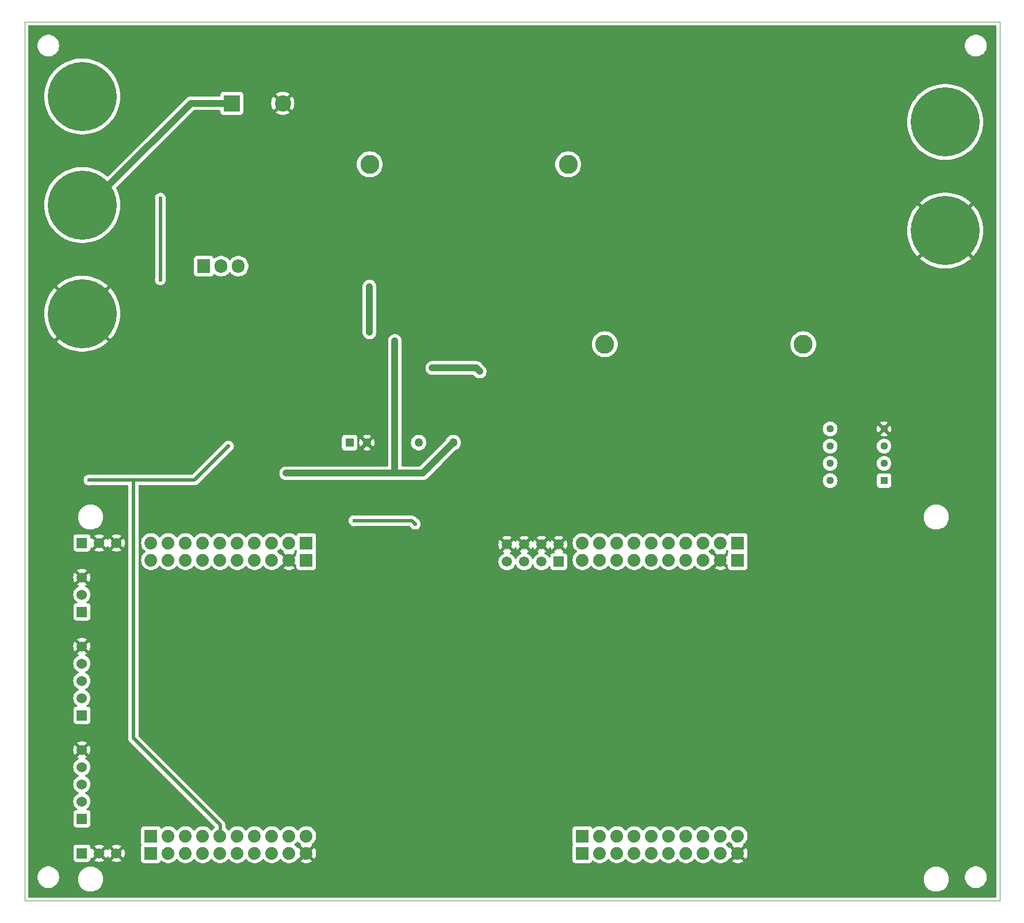
<source format=gbr>
%TF.GenerationSoftware,KiCad,Pcbnew,8.0.7*%
%TF.CreationDate,2025-03-06T09:07:30-05:00*%
%TF.ProjectId,Buck_PCB,4275636b-5f50-4434-922e-6b696361645f,v1*%
%TF.SameCoordinates,Original*%
%TF.FileFunction,Copper,L2,Bot*%
%TF.FilePolarity,Positive*%
%FSLAX46Y46*%
G04 Gerber Fmt 4.6, Leading zero omitted, Abs format (unit mm)*
G04 Created by KiCad (PCBNEW 8.0.7) date 2025-03-06 09:07:30*
%MOMM*%
%LPD*%
G01*
G04 APERTURE LIST*
%TA.AperFunction,ComponentPad*%
%ADD10C,10.160000*%
%TD*%
%TA.AperFunction,ComponentPad*%
%ADD11C,2.800000*%
%TD*%
%TA.AperFunction,ComponentPad*%
%ADD12R,1.905000X2.000000*%
%TD*%
%TA.AperFunction,ComponentPad*%
%ADD13O,1.905000X2.000000*%
%TD*%
%TA.AperFunction,ComponentPad*%
%ADD14R,2.400000X2.400000*%
%TD*%
%TA.AperFunction,ComponentPad*%
%ADD15C,2.400000*%
%TD*%
%TA.AperFunction,ComponentPad*%
%ADD16R,1.879600X1.879600*%
%TD*%
%TA.AperFunction,ComponentPad*%
%ADD17C,1.879600*%
%TD*%
%TA.AperFunction,ComponentPad*%
%ADD18R,1.524000X1.524000*%
%TD*%
%TA.AperFunction,ComponentPad*%
%ADD19C,1.524000*%
%TD*%
%TA.AperFunction,ComponentPad*%
%ADD20R,1.500000X1.500000*%
%TD*%
%TA.AperFunction,ComponentPad*%
%ADD21C,1.500000*%
%TD*%
%TA.AperFunction,ComponentPad*%
%ADD22R,1.270000X1.270000*%
%TD*%
%TA.AperFunction,ComponentPad*%
%ADD23C,1.270000*%
%TD*%
%TA.AperFunction,ComponentPad*%
%ADD24R,1.130000X1.130000*%
%TD*%
%TA.AperFunction,ComponentPad*%
%ADD25C,1.130000*%
%TD*%
%TA.AperFunction,ViaPad*%
%ADD26C,0.600000*%
%TD*%
%TA.AperFunction,Conductor*%
%ADD27C,0.500000*%
%TD*%
%TA.AperFunction,Conductor*%
%ADD28C,1.000000*%
%TD*%
%TA.AperFunction,Profile*%
%ADD29C,0.050000*%
%TD*%
G04 APERTURE END LIST*
D10*
%TO.P,J5,1,Pin_1*%
%TO.N,GND*%
X28500000Y-101500000D03*
%TD*%
D11*
%TO.P,L1,1*%
%TO.N,/VSW*%
X70790000Y-79500000D03*
%TO.P,L1,2*%
%TO.N,Net-(L1-Pad2)*%
X100000000Y-79500000D03*
%TD*%
D12*
%TO.P,Q1,1,G*%
%TO.N,/VG*%
X46397780Y-94500000D03*
D13*
%TO.P,Q1,2,D*%
%TO.N,/Power/Vin*%
X48937780Y-94500000D03*
%TO.P,Q1,3,S*%
%TO.N,/VSW*%
X51477780Y-94500000D03*
%TD*%
D14*
%TO.P,C3,1*%
%TO.N,/Power/Vin*%
X50500000Y-70500000D03*
D15*
%TO.P,C3,2*%
%TO.N,GND*%
X58000000Y-70500000D03*
%TD*%
D10*
%TO.P,J2,1,Pin_1*%
%TO.N,GND*%
X155500000Y-89250000D03*
%TD*%
D16*
%TO.P,U2,J1_1,3.3V_J1*%
%TO.N,+3.3V*%
X124964000Y-135266000D03*
D17*
%TO.P,U2,J1_2,GPIO32*%
%TO.N,unconnected-(U2A-GPIO32-PadJ1_2)*%
X122424000Y-135266000D03*
%TO.P,U2,J1_3,GPIO19/SCIRXDB*%
%TO.N,unconnected-(U2A-GPIO19{slash}SCIRXDB-PadJ1_3)*%
X119884000Y-135266000D03*
%TO.P,U2,J1_4,GPIO18/SCITXDB*%
%TO.N,unconnected-(U2A-GPIO18{slash}SCITXDB-PadJ1_4)*%
X117344000Y-135266000D03*
%TO.P,U2,J1_5,GPIO67*%
%TO.N,unconnected-(U2A-GPIO67-PadJ1_5)*%
X114804000Y-135266000D03*
%TO.P,U2,J1_6,GPIO111*%
%TO.N,unconnected-(U2A-GPIO111-PadJ1_6)*%
X112264000Y-135266000D03*
%TO.P,U2,J1_7,GPIO60/SPICLKA*%
%TO.N,unconnected-(U2A-GPIO60{slash}SPICLKA-PadJ1_7)*%
X109724000Y-135266000D03*
%TO.P,U2,J1_8,GPIO22*%
%TO.N,unconnected-(U2A-GPIO22-PadJ1_8)*%
X107184000Y-135266000D03*
%TO.P,U2,J1_9,GPIO105/I2CSCLA*%
%TO.N,unconnected-(U2A-GPIO105{slash}I2CSCLA-PadJ1_9)*%
X104644000Y-135266000D03*
%TO.P,U2,J1_10,GPIO104/I2CSDAA*%
%TO.N,unconnected-(U2A-GPIO104{slash}I2CSDAA-PadJ1_10)*%
X102104000Y-135266000D03*
D16*
%TO.P,U2,J2_1,GPIO29/OPXBAR6*%
%TO.N,unconnected-(U2B-GPIO29{slash}OPXBAR6-PadJ2_1)*%
X102104000Y-180986000D03*
D17*
%TO.P,U2,J2_2,GPIO125/SD1CLK2*%
%TO.N,unconnected-(U2B-GPIO125{slash}SD1CLK2-PadJ2_2)*%
X104644000Y-180986000D03*
%TO.P,U2,J2_3,GPIO124/SD1D2*%
%TO.N,unconnected-(U2B-GPIO124{slash}SD1D2-PadJ2_3)*%
X107184000Y-180986000D03*
%TO.P,U2,J2_4,GPIO59/SPIAMISO*%
%TO.N,unconnected-(U2B-GPIO59{slash}SPIAMISO-PadJ2_4)*%
X109724000Y-180986000D03*
%TO.P,U2,J2_5,GPIO58/SPIAMOSI*%
%TO.N,unconnected-(U2B-GPIO58{slash}SPIAMOSI-PadJ2_5)*%
X112264000Y-180986000D03*
%TO.P,U2,J2_6,~{RESET_J2}*%
%TO.N,unconnected-(U2B-~{RESET_J2}-PadJ2_6)*%
X114804000Y-180986000D03*
%TO.P,U2,J2_7,GPIO122/SD1D1*%
%TO.N,unconnected-(U2B-GPIO122{slash}SD1D1-PadJ2_7)*%
X117344000Y-180986000D03*
%TO.P,U2,J2_8,GPIO123/SD1CLK1*%
%TO.N,unconnected-(U2B-GPIO123{slash}SD1CLK1-PadJ2_8)*%
X119884000Y-180986000D03*
%TO.P,U2,J2_9,GPIO61/SPIACS*%
%TO.N,unconnected-(U2B-GPIO61{slash}SPIACS-PadJ2_9)*%
X122424000Y-180986000D03*
%TO.P,U2,J2_10,GND_J2*%
%TO.N,GND*%
X124964000Y-180986000D03*
D16*
%TO.P,U2,J3_1,+5V_J3*%
%TO.N,unconnected-(U2C-+5V_J3-PadJ3_1)*%
X124964000Y-137806000D03*
D17*
%TO.P,U2,J3_2,GND_J3*%
%TO.N,GND*%
X122424000Y-137806000D03*
%TO.P,U2,J3_3,ADCIN14/ANALOGIN*%
%TO.N,/VFILT*%
X119884000Y-137806000D03*
%TO.P,U2,J3_4,ADCINC3/ANALOGIN*%
%TO.N,unconnected-(U2C-ADCINC3{slash}ANALOGIN-PadJ3_4)*%
X117344000Y-137806000D03*
%TO.P,U2,J3_5,ADCINB3/ANALOGIN*%
%TO.N,unconnected-(U2C-ADCINB3{slash}ANALOGIN-PadJ3_5)*%
X114804000Y-137806000D03*
%TO.P,U2,J3_6,ADCINA3/ANALOGIN*%
%TO.N,unconnected-(U2C-ADCINA3{slash}ANALOGIN-PadJ3_6)*%
X112264000Y-137806000D03*
%TO.P,U2,J3_7,ADCINC2/ANALOGIN*%
%TO.N,unconnected-(U2C-ADCINC2{slash}ANALOGIN-PadJ3_7)*%
X109724000Y-137806000D03*
%TO.P,U2,J3_8,ADCINB2/ANALOGIN*%
%TO.N,unconnected-(U2C-ADCINB2{slash}ANALOGIN-PadJ3_8)*%
X107184000Y-137806000D03*
%TO.P,U2,J3_9,ADCINA2/ANALOGIN*%
%TO.N,unconnected-(U2C-ADCINA2{slash}ANALOGIN-PadJ3_9)*%
X104644000Y-137806000D03*
%TO.P,U2,J3_10,ADCINA0/ANALOGIN(DACA)*%
%TO.N,unconnected-(U2C-ADCINA0{slash}ANALOGIN(DACA)-PadJ3_10)*%
X102104000Y-137806000D03*
D16*
%TO.P,U2,J4_1,PWM/BASED/DAC2*%
%TO.N,unconnected-(U2D-PWM{slash}BASED{slash}DAC2-PadJ4_1)*%
X102104000Y-178446000D03*
D17*
%TO.P,U2,J4_2,PWM/BASED/DAC1*%
%TO.N,unconnected-(U2D-PWM{slash}BASED{slash}DAC1-PadJ4_2)*%
X104644000Y-178446000D03*
%TO.P,U2,J4_3,GPIO16/OPXBAR7*%
%TO.N,unconnected-(U2D-GPIO16{slash}OPXBAR7-PadJ4_3)*%
X107184000Y-178446000D03*
%TO.P,U2,J4_4,GPIO24/OPXBAR1*%
%TO.N,unconnected-(U2D-GPIO24{slash}OPXBAR1-PadJ4_4)*%
X109724000Y-178446000D03*
%TO.P,U2,J4_5,GPIO5/PWMOUT3B*%
%TO.N,unconnected-(U2D-GPIO5{slash}PWMOUT3B-PadJ4_5)*%
X112264000Y-178446000D03*
%TO.P,U2,J4_6,GPIO4/PWMOUT3A*%
%TO.N,unconnected-(U2D-GPIO4{slash}PWMOUT3A-PadJ4_6)*%
X114804000Y-178446000D03*
%TO.P,U2,J4_7,GPIO3/PWMOUT2B*%
%TO.N,unconnected-(U2D-GPIO3{slash}PWMOUT2B-PadJ4_7)*%
X117344000Y-178446000D03*
%TO.P,U2,J4_8,GPIO2//PWMOUT2A*%
%TO.N,unconnected-(U2D-GPIO2{slash}{slash}PWMOUT2A-PadJ4_8)*%
X119884000Y-178446000D03*
%TO.P,U2,J4_9,GPIO1/PWMOUT1B*%
%TO.N,unconnected-(U2D-GPIO1{slash}PWMOUT1B-PadJ4_9)*%
X122424000Y-178446000D03*
%TO.P,U2,J4_10,GPIO0/PWMOUT1A*%
%TO.N,unconnected-(U2D-GPIO0{slash}PWMOUT1A-PadJ4_10)*%
X124964000Y-178446000D03*
D16*
%TO.P,U2,J5_1,3.3V_J5*%
%TO.N,unconnected-(U2E-3.3V_J5-PadJ5_1)*%
X61464000Y-135266000D03*
D17*
%TO.P,U2,J5_2,GPIO95*%
%TO.N,unconnected-(U2E-GPIO95-PadJ5_2)*%
X58924000Y-135266000D03*
%TO.P,U2,J5_3,GPIO139/SCICRX*%
%TO.N,unconnected-(U2E-GPIO139{slash}SCICRX-PadJ5_3)*%
X56384000Y-135266000D03*
%TO.P,U2,J5_4,GPIO56/SCICIX*%
%TO.N,unconnected-(U2E-GPIO56{slash}SCICIX-PadJ5_4)*%
X53844000Y-135266000D03*
%TO.P,U2,J5_5,GPIO97*%
%TO.N,unconnected-(U2E-GPIO97-PadJ5_5)*%
X51304000Y-135266000D03*
%TO.P,U2,J5_6,GPIO94*%
%TO.N,unconnected-(U2E-GPIO94-PadJ5_6)*%
X48764000Y-135266000D03*
%TO.P,U2,J5_7,GPIO65/SPIBCLK*%
%TO.N,unconnected-(U2E-GPIO65{slash}SPIBCLK-PadJ5_7)*%
X46224000Y-135266000D03*
%TO.P,U2,J5_8,GPIO52*%
%TO.N,unconnected-(U2E-GPIO52-PadJ5_8)*%
X43684000Y-135266000D03*
%TO.P,U2,J5_9,GPIO41/I2CSCLB/J5*%
%TO.N,unconnected-(U2E-GPIO41{slash}I2CSCLB{slash}J5-PadJ5_9)*%
X41144000Y-135266000D03*
%TO.P,U2,J5_10,GPIO40/I2CSDAB/J5*%
%TO.N,unconnected-(U2E-GPIO40{slash}I2CSDAB{slash}J5-PadJ5_10)*%
X38604000Y-135266000D03*
D16*
%TO.P,U2,J6_1,GPIO25/OPXBAR2*%
%TO.N,unconnected-(U2F-GPIO25{slash}OPXBAR2-PadJ6_1)*%
X38604000Y-180986000D03*
D17*
%TO.P,U2,J6_2,GPIO27/SD2CLK2*%
%TO.N,unconnected-(U2F-GPIO27{slash}SD2CLK2-PadJ6_2)*%
X41144000Y-180986000D03*
%TO.P,U2,J6_3,GPIO26/SD2D2*%
%TO.N,unconnected-(U2F-GPIO26{slash}SD2D2-PadJ6_3)*%
X43684000Y-180986000D03*
%TO.P,U2,J6_4,GPIO64/SPIBMISO*%
%TO.N,unconnected-(U2F-GPIO64{slash}SPIBMISO-PadJ6_4)*%
X46224000Y-180986000D03*
%TO.P,U2,J6_5,GPIO63/SPIBMOSI*%
%TO.N,unconnected-(U2F-GPIO63{slash}SPIBMOSI-PadJ6_5)*%
X48764000Y-180986000D03*
%TO.P,U2,J6_6,~{RESET_J6}*%
%TO.N,unconnected-(U2F-~{RESET_J6}-PadJ6_6)*%
X51304000Y-180986000D03*
%TO.P,U2,J6_7,GPIO130/SD2D1*%
%TO.N,unconnected-(U2F-GPIO130{slash}SD2D1-PadJ6_7)*%
X53844000Y-180986000D03*
%TO.P,U2,J6_8,GPIO131/SD2CLK1*%
%TO.N,unconnected-(U2F-GPIO131{slash}SD2CLK1-PadJ6_8)*%
X56384000Y-180986000D03*
%TO.P,U2,J6_9,GPIO66/SPIBCS*%
%TO.N,unconnected-(U2F-GPIO66{slash}SPIBCS-PadJ6_9)*%
X58924000Y-180986000D03*
%TO.P,U2,J6_10,GND_J6*%
%TO.N,GND*%
X61464000Y-180986000D03*
D16*
%TO.P,U2,J7_1,+5V_J7*%
%TO.N,+5V*%
X61464000Y-137806000D03*
D17*
%TO.P,U2,J7_2,GND_J7*%
%TO.N,GND*%
X58924000Y-137806000D03*
%TO.P,U2,J7_3,ADCIN15/ANALOGIN*%
%TO.N,unconnected-(U2G-ADCIN15{slash}ANALOGIN-PadJ7_3)*%
X56384000Y-137806000D03*
%TO.P,U2,J7_4,ADCINC5/ANALOGIN*%
%TO.N,unconnected-(U2G-ADCINC5{slash}ANALOGIN-PadJ7_4)*%
X53844000Y-137806000D03*
%TO.P,U2,J7_5,ADCINB5/ANALOGIN*%
%TO.N,unconnected-(U2G-ADCINB5{slash}ANALOGIN-PadJ7_5)*%
X51304000Y-137806000D03*
%TO.P,U2,J7_6,ADCINA5/ANALOGIN*%
%TO.N,unconnected-(U2G-ADCINA5{slash}ANALOGIN-PadJ7_6)*%
X48764000Y-137806000D03*
%TO.P,U2,J7_7,ADCINC4/ANALOGIN*%
%TO.N,unconnected-(U2G-ADCINC4{slash}ANALOGIN-PadJ7_7)*%
X46224000Y-137806000D03*
%TO.P,U2,J7_8,ADCINB4/ANALOGIN*%
%TO.N,unconnected-(U2G-ADCINB4{slash}ANALOGIN-PadJ7_8)*%
X43684000Y-137806000D03*
%TO.P,U2,J7_9,ADCINA4/ANALOGIN*%
%TO.N,unconnected-(U2G-ADCINA4{slash}ANALOGIN-PadJ7_9)*%
X41144000Y-137806000D03*
%TO.P,U2,J7_10,ADCINA1/ANALOGIN(DACB)*%
%TO.N,unconnected-(U2G-ADCINA1{slash}ANALOGIN(DACB)-PadJ7_10)*%
X38604000Y-137806000D03*
D16*
%TO.P,U2,J8_1,PWM/BASED/DAC4*%
%TO.N,unconnected-(U2H-PWM{slash}BASED{slash}DAC4-PadJ8_1)*%
X38604000Y-178446000D03*
D17*
%TO.P,U2,J8_2,PWM/BASED/DAC3*%
%TO.N,unconnected-(U2H-PWM{slash}BASED{slash}DAC3-PadJ8_2)*%
X41144000Y-178446000D03*
%TO.P,U2,J8_3,GPIO15/OPXBAR4*%
%TO.N,unconnected-(U2H-GPIO15{slash}OPXBAR4-PadJ8_3)*%
X43684000Y-178446000D03*
%TO.P,U2,J8_4,GPIO14/OPXBAR3*%
%TO.N,unconnected-(U2H-GPIO14{slash}OPXBAR3-PadJ8_4)*%
X46224000Y-178446000D03*
%TO.P,U2,J8_5,GPIO11/PWMOUT6B*%
%TO.N,/PWM*%
X48764000Y-178446000D03*
%TO.P,U2,J8_6,GPIO10/PWMOUT6A*%
%TO.N,unconnected-(U2H-GPIO10{slash}PWMOUT6A-PadJ8_6)*%
X51304000Y-178446000D03*
%TO.P,U2,J8_7,GPIO9/PWMOUT5B*%
%TO.N,unconnected-(U2H-GPIO9{slash}PWMOUT5B-PadJ8_7)*%
X53844000Y-178446000D03*
%TO.P,U2,J8_8,GPIO8/PWMOUT5A*%
%TO.N,unconnected-(U2H-GPIO8{slash}PWMOUT5A-PadJ8_8)*%
X56384000Y-178446000D03*
%TO.P,U2,J8_9,GPIO7/PWMOUT4B*%
%TO.N,unconnected-(U2H-GPIO7{slash}PWMOUT4B-PadJ8_9)*%
X58924000Y-178446000D03*
%TO.P,U2,J8_10,GPIO6/PWMOUT4A*%
%TO.N,unconnected-(U2H-GPIO6{slash}PWMOUT4A-PadJ8_10)*%
X61464000Y-178446000D03*
D18*
%TO.P,U2,J10_1,+3V_J10*%
%TO.N,unconnected-(U2I-+3V_J10-PadJ10_1)*%
X28444000Y-180986000D03*
D19*
%TO.P,U2,J10_2,GND_J10*%
%TO.N,GND*%
X30984000Y-180986000D03*
%TO.P,U2,J10_3,GND_J10__1*%
X33524000Y-180986000D03*
D18*
%TO.P,U2,J12_1,CANH*%
%TO.N,unconnected-(U2J-CANH-PadJ12_1)*%
X28444000Y-145426000D03*
D19*
%TO.P,U2,J12_2,CANL*%
%TO.N,unconnected-(U2J-CANL-PadJ12_2)*%
X28444000Y-142886000D03*
%TO.P,U2,J12_3,GND_J12*%
%TO.N,GND*%
X28444000Y-140346000D03*
D18*
%TO.P,U2,J14_1,EQEP1A*%
%TO.N,unconnected-(U2K-EQEP1A-PadJ14_1)*%
X28444000Y-175906000D03*
D19*
%TO.P,U2,J14_2,EQEP1B*%
%TO.N,unconnected-(U2K-EQEP1B-PadJ14_2)*%
X28444000Y-173366000D03*
%TO.P,U2,J14_3,EQEP1I*%
%TO.N,unconnected-(U2K-EQEP1I-PadJ14_3)*%
X28444000Y-170826000D03*
%TO.P,U2,J14_4,+5V_J14*%
%TO.N,unconnected-(U2K-+5V_J14-PadJ14_4)*%
X28444000Y-168286000D03*
%TO.P,U2,J14_5,GND_J14*%
%TO.N,GND*%
X28444000Y-165746000D03*
D18*
%TO.P,U2,J15_1,EQEP2A*%
%TO.N,unconnected-(U2L-EQEP2A-PadJ15_1)*%
X28444000Y-160666000D03*
D19*
%TO.P,U2,J15_2,EQEP2B*%
%TO.N,unconnected-(U2L-EQEP2B-PadJ15_2)*%
X28444000Y-158126000D03*
%TO.P,U2,J15_3,EQEP2I*%
%TO.N,unconnected-(U2L-EQEP2I-PadJ15_3)*%
X28444000Y-155586000D03*
%TO.P,U2,J15_4,+5V_J15*%
%TO.N,unconnected-(U2L-+5V_J15-PadJ15_4)*%
X28444000Y-153046000D03*
%TO.P,U2,J15_5,GND_J15*%
%TO.N,GND*%
X28444000Y-150506000D03*
D18*
%TO.P,U2,J16_1,+5V_J16*%
%TO.N,unconnected-(U2N-+5V_J16-PadJ16_1)*%
X28444000Y-135266000D03*
D19*
%TO.P,U2,J16_2,GND_J16*%
%TO.N,GND*%
X30984000Y-135266000D03*
%TO.P,U2,J16_3,GND_J16__1*%
X33524000Y-135266000D03*
D20*
%TO.P,U2,J21_1,ADCIND0*%
%TO.N,unconnected-(U2M-ADCIND0-PadJ21_1)*%
X98620000Y-138040000D03*
D21*
%TO.P,U2,J21_2,TP21/GND*%
%TO.N,GND*%
X98620000Y-135500000D03*
%TO.P,U2,J21_3,ADCIND1*%
%TO.N,unconnected-(U2M-ADCIND1-PadJ21_3)*%
X96080000Y-138040000D03*
%TO.P,U2,J21_4,TP22/GND*%
%TO.N,GND*%
X96080000Y-135500000D03*
%TO.P,U2,J21_5,ADCIND2*%
%TO.N,unconnected-(U2M-ADCIND2-PadJ21_5)*%
X93540000Y-138040000D03*
%TO.P,U2,J21_6,TP23/GND*%
%TO.N,GND*%
X93540000Y-135500000D03*
%TO.P,U2,J21_7,ADCIND3*%
%TO.N,unconnected-(U2M-ADCIND3-PadJ21_7)*%
X91000000Y-138040000D03*
%TO.P,U2,J21_8,TP24/GND*%
%TO.N,GND*%
X91000000Y-135500000D03*
%TD*%
D10*
%TO.P,J3,1,Pin_1*%
%TO.N,/VSW*%
X28500000Y-69500000D03*
%TD*%
%TO.P,J4,1,Pin_1*%
%TO.N,/VOUT*%
X155500000Y-73250000D03*
%TD*%
D22*
%TO.P,U4,1,+VIN(VCC)*%
%TO.N,+5V*%
X67850000Y-120500000D03*
D23*
%TO.P,U4,2,-VIN(GGND)*%
%TO.N,GND*%
X70390000Y-120500000D03*
%TO.P,U4,5,-VOUT*%
%TO.N,/VSW*%
X78010000Y-120500000D03*
%TO.P,U4,7,+VOUT*%
%TO.N,/GateDriver/ISO_12*%
X83090000Y-120500000D03*
%TD*%
D24*
%TO.P,U1,1*%
%TO.N,/VFILT*%
X146500000Y-126080000D03*
D25*
%TO.P,U1,2,-*%
%TO.N,Net-(U1A--)*%
X146500000Y-123540000D03*
%TO.P,U1,3,+*%
%TO.N,Net-(U1A-+)*%
X146500000Y-121000000D03*
%TO.P,U1,4,V-*%
%TO.N,GND*%
X146500000Y-118460000D03*
%TO.P,U1,5,+*%
%TO.N,unconnected-(U1B-+-Pad5)*%
X138560000Y-118460000D03*
%TO.P,U1,6,-*%
%TO.N,unconnected-(U1B---Pad6)*%
X138560000Y-121000000D03*
%TO.P,U1,7*%
%TO.N,unconnected-(U1-Pad7)*%
X138560000Y-123540000D03*
%TO.P,U1,8,V+*%
%TO.N,+3.3V*%
X138560000Y-126080000D03*
%TD*%
D10*
%TO.P,J1,1,Pin_1*%
%TO.N,/Power/Vin*%
X28500000Y-85500000D03*
%TD*%
D11*
%TO.P,L2,1*%
%TO.N,Net-(L1-Pad2)*%
X105395000Y-106000000D03*
%TO.P,L2,2*%
%TO.N,/VOUT*%
X134605000Y-106000000D03*
%TD*%
D26*
%TO.N,GND*%
X53500000Y-98500000D03*
X65500000Y-113500000D03*
X62000000Y-85500000D03*
X72000000Y-118000000D03*
%TO.N,+3.3V*%
X77500000Y-132500000D03*
X68500000Y-132000000D03*
%TO.N,/GateDriver/ISO_12*%
X74500000Y-105500000D03*
X58500000Y-125000000D03*
%TO.N,/VSW*%
X40000000Y-96500000D03*
X40000000Y-84500000D03*
X70750000Y-104250000D03*
X70750000Y-97500000D03*
%TO.N,/PWM*%
X50000000Y-121000000D03*
X29500000Y-126000000D03*
%TO.N,/GateDriver/GD_PWM*%
X80000000Y-109500000D03*
X87000000Y-110000000D03*
%TD*%
D27*
%TO.N,+3.3V*%
X77000000Y-132000000D02*
X68500000Y-132000000D01*
X77500000Y-132500000D02*
X77000000Y-132000000D01*
D28*
%TO.N,/Power/Vin*%
X44500000Y-70500000D02*
X32500000Y-82500000D01*
X50500000Y-70500000D02*
X44500000Y-70500000D01*
X28500000Y-82500000D02*
X28500000Y-81500000D01*
X32500000Y-82500000D02*
X28500000Y-82500000D01*
%TO.N,/GateDriver/ISO_12*%
X72500000Y-125000000D02*
X74500000Y-125000000D01*
X78590000Y-125000000D02*
X83090000Y-120500000D01*
X72500000Y-125000000D02*
X74000000Y-125000000D01*
X70500000Y-125000000D02*
X78590000Y-125000000D01*
X74500000Y-125000000D02*
X74500000Y-105500000D01*
X70500000Y-125000000D02*
X72500000Y-125000000D01*
X58500000Y-125000000D02*
X70500000Y-125000000D01*
D27*
%TO.N,/VSW*%
X40000000Y-84500000D02*
X40000000Y-96500000D01*
D28*
X70750000Y-104250000D02*
X70750000Y-97500000D01*
D27*
%TO.N,/PWM*%
X48800000Y-176800000D02*
X36000000Y-164000000D01*
X45000000Y-126000000D02*
X36500000Y-126000000D01*
X36000000Y-164000000D02*
X36000000Y-126000000D01*
X36500000Y-126000000D02*
X36000000Y-126000000D01*
X48800000Y-178500000D02*
X48800000Y-176800000D01*
X50000000Y-121000000D02*
X45000000Y-126000000D01*
X36000000Y-126000000D02*
X29500000Y-126000000D01*
D28*
%TO.N,/GateDriver/GD_PWM*%
X80000000Y-109500000D02*
X86500000Y-109500000D01*
X86500000Y-109500000D02*
X87000000Y-110000000D01*
%TD*%
%TA.AperFunction,Conductor*%
%TO.N,GND*%
G36*
X60275904Y-179269071D02*
G01*
X60297809Y-179294350D01*
X60323506Y-179333682D01*
X60485168Y-179509295D01*
X60625021Y-179618146D01*
X60625427Y-179618462D01*
X60666240Y-179675173D01*
X60669915Y-179744946D01*
X60637006Y-179802610D01*
X60636840Y-179805287D01*
X61328058Y-180496504D01*
X61267919Y-180512619D01*
X61152080Y-180579498D01*
X61057498Y-180674080D01*
X60990619Y-180789919D01*
X60974504Y-180850057D01*
X60284057Y-180159609D01*
X60271366Y-180160925D01*
X60244955Y-180183464D01*
X60175723Y-180192885D01*
X60112388Y-180163381D01*
X60090488Y-180138105D01*
X60064495Y-180098320D01*
X60064494Y-180098318D01*
X59902832Y-179922705D01*
X59762978Y-179813853D01*
X59722166Y-179757143D01*
X59718491Y-179687370D01*
X59753122Y-179626687D01*
X59762979Y-179618146D01*
X59902832Y-179509295D01*
X60064494Y-179333682D01*
X60090191Y-179294350D01*
X60143337Y-179248993D01*
X60212568Y-179239569D01*
X60275904Y-179269071D01*
G37*
%TD.AperFunction*%
%TA.AperFunction,Conductor*%
G36*
X123775904Y-179269071D02*
G01*
X123797809Y-179294350D01*
X123823506Y-179333682D01*
X123985168Y-179509295D01*
X124125021Y-179618146D01*
X124125427Y-179618462D01*
X124166240Y-179675173D01*
X124169915Y-179744946D01*
X124137006Y-179802610D01*
X124136840Y-179805287D01*
X124828058Y-180496504D01*
X124767919Y-180512619D01*
X124652080Y-180579498D01*
X124557498Y-180674080D01*
X124490619Y-180789919D01*
X124474504Y-180850057D01*
X123784057Y-180159609D01*
X123771366Y-180160925D01*
X123744955Y-180183464D01*
X123675723Y-180192885D01*
X123612388Y-180163381D01*
X123590488Y-180138105D01*
X123564495Y-180098320D01*
X123564494Y-180098318D01*
X123402832Y-179922705D01*
X123262978Y-179813853D01*
X123222166Y-179757143D01*
X123218491Y-179687370D01*
X123253122Y-179626687D01*
X123262979Y-179618146D01*
X123402832Y-179509295D01*
X123564494Y-179333682D01*
X123590191Y-179294350D01*
X123643337Y-179248993D01*
X123712568Y-179239569D01*
X123775904Y-179269071D01*
G37*
%TD.AperFunction*%
%TA.AperFunction,Conductor*%
G36*
X93074075Y-135692993D02*
G01*
X93139901Y-135807007D01*
X93232993Y-135900099D01*
X93347007Y-135965925D01*
X93410590Y-135982962D01*
X92850427Y-136543124D01*
X92912613Y-136586667D01*
X92912615Y-136586668D01*
X93064174Y-136657341D01*
X93116614Y-136703513D01*
X93135766Y-136770706D01*
X93115551Y-136837588D01*
X93064176Y-136882105D01*
X92912358Y-136952900D01*
X92912357Y-136952900D01*
X92733121Y-137078402D01*
X92578402Y-137233121D01*
X92452900Y-137412357D01*
X92452898Y-137412361D01*
X92382382Y-137563583D01*
X92336209Y-137616022D01*
X92269016Y-137635174D01*
X92202135Y-137614958D01*
X92157618Y-137563583D01*
X92125208Y-137494080D01*
X92087102Y-137412362D01*
X92087100Y-137412359D01*
X92087099Y-137412357D01*
X91961599Y-137233124D01*
X91910991Y-137182516D01*
X91806877Y-137078402D01*
X91665786Y-136979609D01*
X91627638Y-136952897D01*
X91475824Y-136882105D01*
X91423385Y-136835932D01*
X91404233Y-136768739D01*
X91424449Y-136701858D01*
X91475825Y-136657340D01*
X91627388Y-136586666D01*
X91689571Y-136543124D01*
X91129410Y-135982962D01*
X91192993Y-135965925D01*
X91307007Y-135900099D01*
X91400099Y-135807007D01*
X91465925Y-135692993D01*
X91482962Y-135629409D01*
X92043124Y-136189570D01*
X92086668Y-136127385D01*
X92086669Y-136127383D01*
X92157618Y-135975233D01*
X92203790Y-135922793D01*
X92270983Y-135903641D01*
X92337865Y-135923856D01*
X92382382Y-135975232D01*
X92453333Y-136127387D01*
X92496874Y-136189571D01*
X93057037Y-135629408D01*
X93074075Y-135692993D01*
G37*
%TD.AperFunction*%
%TA.AperFunction,Conductor*%
G36*
X95614075Y-135692993D02*
G01*
X95679901Y-135807007D01*
X95772993Y-135900099D01*
X95887007Y-135965925D01*
X95950590Y-135982962D01*
X95390427Y-136543124D01*
X95452613Y-136586667D01*
X95452615Y-136586668D01*
X95604174Y-136657341D01*
X95656614Y-136703513D01*
X95675766Y-136770706D01*
X95655551Y-136837588D01*
X95604176Y-136882105D01*
X95452358Y-136952900D01*
X95452357Y-136952900D01*
X95273121Y-137078402D01*
X95118402Y-137233121D01*
X94992900Y-137412357D01*
X94992898Y-137412361D01*
X94922382Y-137563583D01*
X94876209Y-137616022D01*
X94809016Y-137635174D01*
X94742135Y-137614958D01*
X94697618Y-137563583D01*
X94665208Y-137494080D01*
X94627102Y-137412362D01*
X94627100Y-137412359D01*
X94627099Y-137412357D01*
X94501599Y-137233124D01*
X94450991Y-137182516D01*
X94346877Y-137078402D01*
X94205786Y-136979609D01*
X94167638Y-136952897D01*
X94015824Y-136882105D01*
X93963385Y-136835932D01*
X93944233Y-136768739D01*
X93964449Y-136701858D01*
X94015825Y-136657340D01*
X94167388Y-136586666D01*
X94229571Y-136543124D01*
X93669410Y-135982962D01*
X93732993Y-135965925D01*
X93847007Y-135900099D01*
X93940099Y-135807007D01*
X94005925Y-135692993D01*
X94022962Y-135629409D01*
X94583124Y-136189570D01*
X94626668Y-136127385D01*
X94626669Y-136127383D01*
X94697618Y-135975233D01*
X94743790Y-135922793D01*
X94810983Y-135903641D01*
X94877865Y-135923856D01*
X94922382Y-135975232D01*
X94993333Y-136127387D01*
X95036874Y-136189571D01*
X95597037Y-135629408D01*
X95614075Y-135692993D01*
G37*
%TD.AperFunction*%
%TA.AperFunction,Conductor*%
G36*
X98154075Y-135692993D02*
G01*
X98219901Y-135807007D01*
X98312993Y-135900099D01*
X98427007Y-135965925D01*
X98490590Y-135982962D01*
X97930427Y-136543124D01*
X97960134Y-136563925D01*
X98003759Y-136618502D01*
X98010953Y-136688000D01*
X97979430Y-136750355D01*
X97919201Y-136785769D01*
X97889013Y-136789500D01*
X97822130Y-136789500D01*
X97822123Y-136789501D01*
X97762516Y-136795908D01*
X97627671Y-136846202D01*
X97627664Y-136846206D01*
X97512455Y-136932452D01*
X97512452Y-136932455D01*
X97426206Y-137047664D01*
X97426202Y-137047671D01*
X97375908Y-137182517D01*
X97370468Y-137233121D01*
X97369501Y-137242123D01*
X97369500Y-137242135D01*
X97369500Y-137308138D01*
X97349815Y-137375177D01*
X97297011Y-137420932D01*
X97227853Y-137430876D01*
X97164297Y-137401851D01*
X97143925Y-137379261D01*
X97041599Y-137233124D01*
X96990991Y-137182516D01*
X96886877Y-137078402D01*
X96745786Y-136979609D01*
X96707638Y-136952897D01*
X96555824Y-136882105D01*
X96503385Y-136835932D01*
X96484233Y-136768739D01*
X96504449Y-136701858D01*
X96555825Y-136657340D01*
X96707388Y-136586666D01*
X96769571Y-136543124D01*
X96209410Y-135982962D01*
X96272993Y-135965925D01*
X96387007Y-135900099D01*
X96480099Y-135807007D01*
X96545925Y-135692993D01*
X96562962Y-135629409D01*
X97123124Y-136189570D01*
X97166668Y-136127385D01*
X97166669Y-136127383D01*
X97237618Y-135975233D01*
X97283790Y-135922793D01*
X97350983Y-135903641D01*
X97417865Y-135923856D01*
X97462382Y-135975232D01*
X97533333Y-136127387D01*
X97576874Y-136189571D01*
X98137037Y-135629408D01*
X98154075Y-135692993D01*
G37*
%TD.AperFunction*%
%TA.AperFunction,Conductor*%
G36*
X57735904Y-136089071D02*
G01*
X57757809Y-136114350D01*
X57783506Y-136153682D01*
X57945168Y-136329295D01*
X58021965Y-136389068D01*
X58085427Y-136438462D01*
X58126240Y-136495173D01*
X58129915Y-136564946D01*
X58097006Y-136622610D01*
X58096840Y-136625287D01*
X58788058Y-137316504D01*
X58727919Y-137332619D01*
X58612080Y-137399498D01*
X58517498Y-137494080D01*
X58450619Y-137609919D01*
X58434504Y-137670057D01*
X57744057Y-136979609D01*
X57731366Y-136980925D01*
X57704955Y-137003464D01*
X57635723Y-137012885D01*
X57572388Y-136983381D01*
X57550488Y-136958105D01*
X57550192Y-136957652D01*
X57524494Y-136918318D01*
X57362832Y-136742705D01*
X57222978Y-136633853D01*
X57182166Y-136577143D01*
X57178491Y-136507370D01*
X57213122Y-136446687D01*
X57222979Y-136438146D01*
X57362832Y-136329295D01*
X57524494Y-136153682D01*
X57550191Y-136114350D01*
X57603337Y-136068993D01*
X57672568Y-136059569D01*
X57735904Y-136089071D01*
G37*
%TD.AperFunction*%
%TA.AperFunction,Conductor*%
G36*
X60006326Y-136340600D02*
G01*
X60056651Y-136389068D01*
X60065136Y-136407196D01*
X60080402Y-136448128D01*
X60080405Y-136448134D01*
X60090554Y-136461691D01*
X60114970Y-136527155D01*
X60100117Y-136595428D01*
X60090554Y-136610309D01*
X60080405Y-136623865D01*
X60080402Y-136623871D01*
X60030108Y-136758717D01*
X60023701Y-136818316D01*
X60023701Y-136818323D01*
X60023700Y-136818335D01*
X60023700Y-137008491D01*
X60004015Y-137075530D01*
X59987381Y-137096172D01*
X59413495Y-137670057D01*
X59397381Y-137609919D01*
X59330502Y-137494080D01*
X59235920Y-137399498D01*
X59120081Y-137332619D01*
X59059941Y-137316504D01*
X59751159Y-136625287D01*
X59750685Y-136617653D01*
X59721757Y-136577456D01*
X59718085Y-136507683D01*
X59752718Y-136447000D01*
X59762559Y-136438473D01*
X59872794Y-136352674D01*
X59937786Y-136327033D01*
X60006326Y-136340600D01*
G37*
%TD.AperFunction*%
%TA.AperFunction,Conductor*%
G36*
X121235904Y-136089071D02*
G01*
X121257809Y-136114350D01*
X121283506Y-136153682D01*
X121445168Y-136329295D01*
X121521965Y-136389068D01*
X121585427Y-136438462D01*
X121626240Y-136495173D01*
X121629915Y-136564946D01*
X121597006Y-136622610D01*
X121596840Y-136625287D01*
X122288058Y-137316504D01*
X122227919Y-137332619D01*
X122112080Y-137399498D01*
X122017498Y-137494080D01*
X121950619Y-137609919D01*
X121934504Y-137670057D01*
X121244057Y-136979609D01*
X121231366Y-136980925D01*
X121204955Y-137003464D01*
X121135723Y-137012885D01*
X121072388Y-136983381D01*
X121050488Y-136958105D01*
X121050192Y-136957652D01*
X121024494Y-136918318D01*
X120862832Y-136742705D01*
X120722978Y-136633853D01*
X120682166Y-136577143D01*
X120678491Y-136507370D01*
X120713122Y-136446687D01*
X120722979Y-136438146D01*
X120862832Y-136329295D01*
X121024494Y-136153682D01*
X121050191Y-136114350D01*
X121103337Y-136068993D01*
X121172568Y-136059569D01*
X121235904Y-136089071D01*
G37*
%TD.AperFunction*%
%TA.AperFunction,Conductor*%
G36*
X123506326Y-136340600D02*
G01*
X123556651Y-136389068D01*
X123565136Y-136407196D01*
X123580402Y-136448128D01*
X123580405Y-136448134D01*
X123590554Y-136461691D01*
X123614970Y-136527155D01*
X123600117Y-136595428D01*
X123590554Y-136610309D01*
X123580405Y-136623865D01*
X123580402Y-136623871D01*
X123530108Y-136758717D01*
X123523701Y-136818316D01*
X123523701Y-136818323D01*
X123523700Y-136818335D01*
X123523700Y-137008491D01*
X123504015Y-137075530D01*
X123487381Y-137096172D01*
X122913495Y-137670057D01*
X122897381Y-137609919D01*
X122830502Y-137494080D01*
X122735920Y-137399498D01*
X122620081Y-137332619D01*
X122559941Y-137316504D01*
X123251159Y-136625287D01*
X123250685Y-136617653D01*
X123221757Y-136577456D01*
X123218085Y-136507683D01*
X123252718Y-136447000D01*
X123262559Y-136438473D01*
X123372794Y-136352674D01*
X123437786Y-136327033D01*
X123506326Y-136340600D01*
G37*
%TD.AperFunction*%
%TA.AperFunction,Conductor*%
G36*
X162942539Y-59020185D02*
G01*
X162988294Y-59072989D01*
X162999500Y-59124500D01*
X162999500Y-187375500D01*
X162979815Y-187442539D01*
X162927011Y-187488294D01*
X162875500Y-187499500D01*
X20624500Y-187499500D01*
X20557461Y-187479815D01*
X20511706Y-187427011D01*
X20500500Y-187375500D01*
X20500500Y-184374038D01*
X21899500Y-184374038D01*
X21899500Y-184625961D01*
X21938910Y-184874785D01*
X22016760Y-185114383D01*
X22131132Y-185338848D01*
X22279201Y-185542649D01*
X22279205Y-185542654D01*
X22457345Y-185720794D01*
X22457350Y-185720798D01*
X22592967Y-185819329D01*
X22661155Y-185868870D01*
X22804184Y-185941747D01*
X22885616Y-185983239D01*
X22885618Y-185983239D01*
X22885621Y-185983241D01*
X23125215Y-186061090D01*
X23374038Y-186100500D01*
X23374039Y-186100500D01*
X23625961Y-186100500D01*
X23625962Y-186100500D01*
X23874785Y-186061090D01*
X24114379Y-185983241D01*
X24338845Y-185868870D01*
X24542656Y-185720793D01*
X24720793Y-185542656D01*
X24868870Y-185338845D01*
X24983241Y-185114379D01*
X25061090Y-184874785D01*
X25092649Y-184675530D01*
X27876000Y-184675530D01*
X27876000Y-184916469D01*
X27907447Y-185155341D01*
X27969808Y-185388073D01*
X28062006Y-185610662D01*
X28062011Y-185610671D01*
X28182480Y-185819329D01*
X28182483Y-185819334D01*
X28182485Y-185819336D01*
X28329151Y-186010476D01*
X28329157Y-186010483D01*
X28499516Y-186180842D01*
X28499522Y-186180847D01*
X28690671Y-186327520D01*
X28899329Y-186447989D01*
X28899332Y-186447990D01*
X28899337Y-186447993D01*
X29019424Y-186497734D01*
X29121927Y-186540192D01*
X29354655Y-186602552D01*
X29533812Y-186626138D01*
X29593530Y-186634000D01*
X29593531Y-186634000D01*
X29834470Y-186634000D01*
X29882244Y-186627710D01*
X30073345Y-186602552D01*
X30306073Y-186540192D01*
X30481053Y-186467712D01*
X30528662Y-186447993D01*
X30528663Y-186447991D01*
X30528671Y-186447989D01*
X30737329Y-186327520D01*
X30928478Y-186180847D01*
X31098847Y-186010478D01*
X31245520Y-185819329D01*
X31365989Y-185610671D01*
X31458192Y-185388073D01*
X31520552Y-185155345D01*
X31552000Y-184916469D01*
X31552000Y-184675531D01*
X31552000Y-184675530D01*
X152336000Y-184675530D01*
X152336000Y-184916469D01*
X152367447Y-185155341D01*
X152429808Y-185388073D01*
X152522006Y-185610662D01*
X152522011Y-185610671D01*
X152642480Y-185819329D01*
X152642483Y-185819334D01*
X152642485Y-185819336D01*
X152789151Y-186010476D01*
X152789157Y-186010483D01*
X152959516Y-186180842D01*
X152959522Y-186180847D01*
X153150671Y-186327520D01*
X153359329Y-186447989D01*
X153359332Y-186447990D01*
X153359337Y-186447993D01*
X153479424Y-186497734D01*
X153581927Y-186540192D01*
X153814655Y-186602552D01*
X153993812Y-186626138D01*
X154053530Y-186634000D01*
X154053531Y-186634000D01*
X154294470Y-186634000D01*
X154342244Y-186627710D01*
X154533345Y-186602552D01*
X154766073Y-186540192D01*
X154941053Y-186467712D01*
X154988662Y-186447993D01*
X154988663Y-186447991D01*
X154988671Y-186447989D01*
X155197329Y-186327520D01*
X155388478Y-186180847D01*
X155558847Y-186010478D01*
X155705520Y-185819329D01*
X155825989Y-185610671D01*
X155918192Y-185388073D01*
X155980552Y-185155345D01*
X156012000Y-184916469D01*
X156012000Y-184675531D01*
X155980552Y-184436655D01*
X155963774Y-184374038D01*
X158399500Y-184374038D01*
X158399500Y-184625961D01*
X158438910Y-184874785D01*
X158516760Y-185114383D01*
X158631132Y-185338848D01*
X158779201Y-185542649D01*
X158779205Y-185542654D01*
X158957345Y-185720794D01*
X158957350Y-185720798D01*
X159092967Y-185819329D01*
X159161155Y-185868870D01*
X159304184Y-185941747D01*
X159385616Y-185983239D01*
X159385618Y-185983239D01*
X159385621Y-185983241D01*
X159625215Y-186061090D01*
X159874038Y-186100500D01*
X159874039Y-186100500D01*
X160125961Y-186100500D01*
X160125962Y-186100500D01*
X160374785Y-186061090D01*
X160614379Y-185983241D01*
X160838845Y-185868870D01*
X161042656Y-185720793D01*
X161220793Y-185542656D01*
X161368870Y-185338845D01*
X161483241Y-185114379D01*
X161561090Y-184874785D01*
X161600500Y-184625962D01*
X161600500Y-184374038D01*
X161561090Y-184125215D01*
X161483241Y-183885621D01*
X161483239Y-183885618D01*
X161483239Y-183885616D01*
X161425686Y-183772663D01*
X161368870Y-183661155D01*
X161311014Y-183581523D01*
X161220798Y-183457350D01*
X161220794Y-183457345D01*
X161042654Y-183279205D01*
X161042649Y-183279201D01*
X160838848Y-183131132D01*
X160838847Y-183131131D01*
X160838845Y-183131130D01*
X160768747Y-183095413D01*
X160614383Y-183016760D01*
X160374785Y-182938910D01*
X160125962Y-182899500D01*
X159874038Y-182899500D01*
X159749626Y-182919205D01*
X159625214Y-182938910D01*
X159385616Y-183016760D01*
X159161151Y-183131132D01*
X158957350Y-183279201D01*
X158957345Y-183279205D01*
X158779205Y-183457345D01*
X158779201Y-183457350D01*
X158631132Y-183661151D01*
X158516760Y-183885616D01*
X158438910Y-184125214D01*
X158399500Y-184374038D01*
X155963774Y-184374038D01*
X155918192Y-184203927D01*
X155875734Y-184101424D01*
X155825993Y-183981337D01*
X155825988Y-183981328D01*
X155705520Y-183772671D01*
X155558847Y-183581522D01*
X155558842Y-183581516D01*
X155388483Y-183411157D01*
X155388476Y-183411151D01*
X155197336Y-183264485D01*
X155197334Y-183264483D01*
X155197329Y-183264480D01*
X154988671Y-183144011D01*
X154988662Y-183144006D01*
X154766073Y-183051808D01*
X154533345Y-182989448D01*
X154533344Y-182989447D01*
X154533341Y-182989447D01*
X154294470Y-182958000D01*
X154294469Y-182958000D01*
X154053531Y-182958000D01*
X154053530Y-182958000D01*
X153814658Y-182989447D01*
X153581926Y-183051808D01*
X153359337Y-183144006D01*
X153359328Y-183144011D01*
X153233644Y-183216575D01*
X153150671Y-183264480D01*
X153150668Y-183264481D01*
X153150663Y-183264485D01*
X152959523Y-183411151D01*
X152959516Y-183411157D01*
X152789157Y-183581516D01*
X152789151Y-183581523D01*
X152642485Y-183772663D01*
X152522011Y-183981328D01*
X152522006Y-183981337D01*
X152429808Y-184203926D01*
X152367447Y-184436658D01*
X152336000Y-184675530D01*
X31552000Y-184675530D01*
X31520552Y-184436655D01*
X31458192Y-184203927D01*
X31415734Y-184101424D01*
X31365993Y-183981337D01*
X31365988Y-183981328D01*
X31245520Y-183772671D01*
X31098847Y-183581522D01*
X31098842Y-183581516D01*
X30928483Y-183411157D01*
X30928476Y-183411151D01*
X30737336Y-183264485D01*
X30737334Y-183264483D01*
X30737329Y-183264480D01*
X30528671Y-183144011D01*
X30528662Y-183144006D01*
X30306073Y-183051808D01*
X30073345Y-182989448D01*
X30073344Y-182989447D01*
X30073341Y-182989447D01*
X29834470Y-182958000D01*
X29834469Y-182958000D01*
X29593531Y-182958000D01*
X29593530Y-182958000D01*
X29354658Y-182989447D01*
X29121926Y-183051808D01*
X28899337Y-183144006D01*
X28899328Y-183144011D01*
X28773644Y-183216575D01*
X28690671Y-183264480D01*
X28690668Y-183264481D01*
X28690663Y-183264485D01*
X28499523Y-183411151D01*
X28499516Y-183411157D01*
X28329157Y-183581516D01*
X28329151Y-183581523D01*
X28182485Y-183772663D01*
X28062011Y-183981328D01*
X28062006Y-183981337D01*
X27969808Y-184203926D01*
X27907447Y-184436658D01*
X27876000Y-184675530D01*
X25092649Y-184675530D01*
X25100500Y-184625962D01*
X25100500Y-184374038D01*
X25061090Y-184125215D01*
X24983241Y-183885621D01*
X24983239Y-183885618D01*
X24983239Y-183885616D01*
X24925686Y-183772663D01*
X24868870Y-183661155D01*
X24811014Y-183581523D01*
X24720798Y-183457350D01*
X24720794Y-183457345D01*
X24542654Y-183279205D01*
X24542649Y-183279201D01*
X24338848Y-183131132D01*
X24338847Y-183131131D01*
X24338845Y-183131130D01*
X24268747Y-183095413D01*
X24114383Y-183016760D01*
X23874785Y-182938910D01*
X23625962Y-182899500D01*
X23374038Y-182899500D01*
X23249626Y-182919205D01*
X23125214Y-182938910D01*
X22885616Y-183016760D01*
X22661151Y-183131132D01*
X22457350Y-183279201D01*
X22457345Y-183279205D01*
X22279205Y-183457345D01*
X22279201Y-183457350D01*
X22131132Y-183661151D01*
X22016760Y-183885616D01*
X21938910Y-184125214D01*
X21899500Y-184374038D01*
X20500500Y-184374038D01*
X20500500Y-180176135D01*
X27181500Y-180176135D01*
X27181500Y-181795870D01*
X27181501Y-181795876D01*
X27187908Y-181855483D01*
X27238202Y-181990328D01*
X27238206Y-181990335D01*
X27324452Y-182105544D01*
X27324455Y-182105547D01*
X27439664Y-182191793D01*
X27439671Y-182191797D01*
X27574517Y-182242091D01*
X27574516Y-182242091D01*
X27581444Y-182242835D01*
X27634127Y-182248500D01*
X29253872Y-182248499D01*
X29313483Y-182242091D01*
X29448331Y-182191796D01*
X29563546Y-182105546D01*
X29649796Y-181990331D01*
X29700091Y-181855483D01*
X29706500Y-181795873D01*
X29706499Y-181755048D01*
X29726182Y-181688012D01*
X29778985Y-181642256D01*
X29848143Y-181632311D01*
X29911700Y-181661334D01*
X29932074Y-181683925D01*
X29932258Y-181684187D01*
X29932258Y-181684188D01*
X30494504Y-181121941D01*
X30510619Y-181182081D01*
X30577498Y-181297920D01*
X30672080Y-181392502D01*
X30787919Y-181459381D01*
X30848057Y-181475494D01*
X30285810Y-182037740D01*
X30350590Y-182083099D01*
X30350592Y-182083100D01*
X30550715Y-182176419D01*
X30550729Y-182176424D01*
X30764013Y-182233573D01*
X30764023Y-182233575D01*
X30983999Y-182252821D01*
X30984001Y-182252821D01*
X31203976Y-182233575D01*
X31203986Y-182233573D01*
X31417270Y-182176424D01*
X31417284Y-182176419D01*
X31617407Y-182083100D01*
X31617417Y-182083094D01*
X31682188Y-182037741D01*
X31119942Y-181475494D01*
X31180081Y-181459381D01*
X31295920Y-181392502D01*
X31390502Y-181297920D01*
X31457381Y-181182081D01*
X31473495Y-181121942D01*
X32035741Y-181684188D01*
X32081094Y-181619417D01*
X32081100Y-181619407D01*
X32141618Y-181489627D01*
X32187790Y-181437187D01*
X32254983Y-181418035D01*
X32321865Y-181438251D01*
X32366382Y-181489627D01*
X32426898Y-181619405D01*
X32426901Y-181619411D01*
X32472258Y-181684187D01*
X32472258Y-181684188D01*
X33034504Y-181121941D01*
X33050619Y-181182081D01*
X33117498Y-181297920D01*
X33212080Y-181392502D01*
X33327919Y-181459381D01*
X33388057Y-181475494D01*
X32825810Y-182037740D01*
X32890590Y-182083099D01*
X32890592Y-182083100D01*
X33090715Y-182176419D01*
X33090729Y-182176424D01*
X33304013Y-182233573D01*
X33304023Y-182233575D01*
X33523999Y-182252821D01*
X33524001Y-182252821D01*
X33743976Y-182233575D01*
X33743986Y-182233573D01*
X33957270Y-182176424D01*
X33957284Y-182176419D01*
X34157407Y-182083100D01*
X34157417Y-182083094D01*
X34222188Y-182037741D01*
X33659942Y-181475494D01*
X33720081Y-181459381D01*
X33835920Y-181392502D01*
X33930502Y-181297920D01*
X33997381Y-181182081D01*
X34013495Y-181121942D01*
X34575741Y-181684188D01*
X34621094Y-181619417D01*
X34621100Y-181619407D01*
X34714419Y-181419284D01*
X34714424Y-181419270D01*
X34771573Y-181205986D01*
X34771575Y-181205976D01*
X34790821Y-180986000D01*
X34790821Y-180985999D01*
X34771575Y-180766023D01*
X34771573Y-180766013D01*
X34714424Y-180552729D01*
X34714420Y-180552720D01*
X34621096Y-180352586D01*
X34575741Y-180287811D01*
X34575740Y-180287810D01*
X34013494Y-180850056D01*
X33997381Y-180789919D01*
X33930502Y-180674080D01*
X33835920Y-180579498D01*
X33720081Y-180512619D01*
X33659941Y-180496504D01*
X34222188Y-179934258D01*
X34157411Y-179888901D01*
X34157405Y-179888898D01*
X33957284Y-179795580D01*
X33957270Y-179795575D01*
X33743986Y-179738426D01*
X33743976Y-179738424D01*
X33524001Y-179719179D01*
X33523999Y-179719179D01*
X33304023Y-179738424D01*
X33304013Y-179738426D01*
X33090729Y-179795575D01*
X33090720Y-179795579D01*
X32890590Y-179888901D01*
X32825811Y-179934258D01*
X33388058Y-180496504D01*
X33327919Y-180512619D01*
X33212080Y-180579498D01*
X33117498Y-180674080D01*
X33050619Y-180789919D01*
X33034504Y-180850057D01*
X32472258Y-180287811D01*
X32426901Y-180352590D01*
X32366382Y-180482373D01*
X32320209Y-180534812D01*
X32253016Y-180553964D01*
X32186135Y-180533748D01*
X32141618Y-180482373D01*
X32081096Y-180352586D01*
X32035741Y-180287811D01*
X32035740Y-180287810D01*
X31473494Y-180850056D01*
X31457381Y-180789919D01*
X31390502Y-180674080D01*
X31295920Y-180579498D01*
X31180081Y-180512619D01*
X31119941Y-180496504D01*
X31682188Y-179934258D01*
X31617411Y-179888901D01*
X31617405Y-179888898D01*
X31417284Y-179795580D01*
X31417270Y-179795575D01*
X31203986Y-179738426D01*
X31203976Y-179738424D01*
X30984001Y-179719179D01*
X30983999Y-179719179D01*
X30764023Y-179738424D01*
X30764013Y-179738426D01*
X30550729Y-179795575D01*
X30550720Y-179795579D01*
X30350590Y-179888901D01*
X30285811Y-179934258D01*
X30848058Y-180496504D01*
X30787919Y-180512619D01*
X30672080Y-180579498D01*
X30577498Y-180674080D01*
X30510619Y-180789919D01*
X30494504Y-180850057D01*
X29932257Y-180287810D01*
X29932075Y-180288072D01*
X29877498Y-180331698D01*
X29808000Y-180338892D01*
X29745645Y-180307370D01*
X29710230Y-180247141D01*
X29706499Y-180216950D01*
X29706499Y-180176129D01*
X29706498Y-180176123D01*
X29706497Y-180176116D01*
X29700091Y-180116517D01*
X29693303Y-180098318D01*
X29649797Y-179981671D01*
X29649793Y-179981664D01*
X29563547Y-179866455D01*
X29563544Y-179866452D01*
X29448335Y-179780206D01*
X29448328Y-179780202D01*
X29313482Y-179729908D01*
X29313483Y-179729908D01*
X29253883Y-179723501D01*
X29253881Y-179723500D01*
X29253873Y-179723500D01*
X29253864Y-179723500D01*
X27634129Y-179723500D01*
X27634123Y-179723501D01*
X27574516Y-179729908D01*
X27439671Y-179780202D01*
X27439664Y-179780206D01*
X27324455Y-179866452D01*
X27324452Y-179866455D01*
X27238206Y-179981664D01*
X27238202Y-179981671D01*
X27187908Y-180116517D01*
X27183276Y-180159609D01*
X27181501Y-180176123D01*
X27181500Y-180176135D01*
X20500500Y-180176135D01*
X20500500Y-168285997D01*
X27176677Y-168285997D01*
X27176677Y-168286002D01*
X27195929Y-168506062D01*
X27195930Y-168506070D01*
X27253104Y-168719445D01*
X27253105Y-168719447D01*
X27253106Y-168719450D01*
X27346466Y-168919662D01*
X27346468Y-168919666D01*
X27473170Y-169100615D01*
X27473175Y-169100621D01*
X27629378Y-169256824D01*
X27629384Y-169256829D01*
X27810333Y-169383531D01*
X27810335Y-169383532D01*
X27810338Y-169383534D01*
X27929748Y-169439215D01*
X27939189Y-169443618D01*
X27991628Y-169489790D01*
X28010780Y-169556984D01*
X27990564Y-169623865D01*
X27939189Y-169668382D01*
X27810340Y-169728465D01*
X27810338Y-169728466D01*
X27629377Y-169855175D01*
X27473175Y-170011377D01*
X27346466Y-170192338D01*
X27346465Y-170192340D01*
X27253107Y-170392548D01*
X27253104Y-170392554D01*
X27195930Y-170605929D01*
X27195929Y-170605937D01*
X27176677Y-170825997D01*
X27176677Y-170826002D01*
X27195929Y-171046062D01*
X27195930Y-171046070D01*
X27253104Y-171259445D01*
X27253105Y-171259447D01*
X27253106Y-171259450D01*
X27346466Y-171459662D01*
X27346468Y-171459666D01*
X27473170Y-171640615D01*
X27473175Y-171640621D01*
X27629378Y-171796824D01*
X27629384Y-171796829D01*
X27810333Y-171923531D01*
X27810335Y-171923532D01*
X27810338Y-171923534D01*
X27929748Y-171979215D01*
X27939189Y-171983618D01*
X27991628Y-172029790D01*
X28010780Y-172096984D01*
X27990564Y-172163865D01*
X27939189Y-172208382D01*
X27810340Y-172268465D01*
X27810338Y-172268466D01*
X27629377Y-172395175D01*
X27473175Y-172551377D01*
X27346466Y-172732338D01*
X27346465Y-172732340D01*
X27253107Y-172932548D01*
X27253104Y-172932554D01*
X27195930Y-173145929D01*
X27195929Y-173145937D01*
X27176677Y-173365997D01*
X27176677Y-173366002D01*
X27195929Y-173586062D01*
X27195930Y-173586070D01*
X27253104Y-173799445D01*
X27253105Y-173799447D01*
X27253106Y-173799450D01*
X27346466Y-173999662D01*
X27346468Y-173999666D01*
X27473170Y-174180615D01*
X27473175Y-174180621D01*
X27629378Y-174336824D01*
X27629384Y-174336829D01*
X27745202Y-174417925D01*
X27788827Y-174472502D01*
X27796021Y-174542000D01*
X27764498Y-174604355D01*
X27704269Y-174639769D01*
X27674082Y-174643500D01*
X27634131Y-174643500D01*
X27634123Y-174643501D01*
X27574516Y-174649908D01*
X27439671Y-174700202D01*
X27439664Y-174700206D01*
X27324455Y-174786452D01*
X27324452Y-174786455D01*
X27238206Y-174901664D01*
X27238202Y-174901671D01*
X27187908Y-175036517D01*
X27181501Y-175096116D01*
X27181501Y-175096123D01*
X27181500Y-175096135D01*
X27181500Y-176715870D01*
X27181501Y-176715876D01*
X27187908Y-176775483D01*
X27238202Y-176910328D01*
X27238206Y-176910335D01*
X27324452Y-177025544D01*
X27324455Y-177025547D01*
X27439664Y-177111793D01*
X27439671Y-177111797D01*
X27574517Y-177162091D01*
X27574516Y-177162091D01*
X27581444Y-177162835D01*
X27634127Y-177168500D01*
X29253872Y-177168499D01*
X29313483Y-177162091D01*
X29448331Y-177111796D01*
X29563546Y-177025546D01*
X29649796Y-176910331D01*
X29700091Y-176775483D01*
X29706500Y-176715873D01*
X29706499Y-175096128D01*
X29700091Y-175036517D01*
X29649796Y-174901669D01*
X29649795Y-174901668D01*
X29649793Y-174901664D01*
X29563547Y-174786455D01*
X29563544Y-174786452D01*
X29448335Y-174700206D01*
X29448328Y-174700202D01*
X29313482Y-174649908D01*
X29313483Y-174649908D01*
X29253883Y-174643501D01*
X29253881Y-174643500D01*
X29253873Y-174643500D01*
X29253865Y-174643500D01*
X29213921Y-174643500D01*
X29146882Y-174623815D01*
X29101127Y-174571011D01*
X29091183Y-174501853D01*
X29120208Y-174438297D01*
X29142798Y-174417925D01*
X29258620Y-174336826D01*
X29414826Y-174180620D01*
X29541534Y-173999662D01*
X29634894Y-173799450D01*
X29692070Y-173586068D01*
X29711323Y-173366000D01*
X29692070Y-173145932D01*
X29634894Y-172932550D01*
X29541534Y-172732339D01*
X29414826Y-172551380D01*
X29258620Y-172395174D01*
X29258616Y-172395171D01*
X29258615Y-172395170D01*
X29077666Y-172268468D01*
X29077658Y-172268464D01*
X28948811Y-172208382D01*
X28896371Y-172162210D01*
X28877219Y-172095017D01*
X28897435Y-172028135D01*
X28948811Y-171983618D01*
X28954802Y-171980824D01*
X29077662Y-171923534D01*
X29258620Y-171796826D01*
X29414826Y-171640620D01*
X29541534Y-171459662D01*
X29634894Y-171259450D01*
X29692070Y-171046068D01*
X29711323Y-170826000D01*
X29692070Y-170605932D01*
X29634894Y-170392550D01*
X29541534Y-170192339D01*
X29414826Y-170011380D01*
X29258620Y-169855174D01*
X29258616Y-169855171D01*
X29258615Y-169855170D01*
X29077666Y-169728468D01*
X29077658Y-169728464D01*
X28948811Y-169668382D01*
X28896371Y-169622210D01*
X28877219Y-169555017D01*
X28897435Y-169488135D01*
X28948811Y-169443618D01*
X28954802Y-169440824D01*
X29077662Y-169383534D01*
X29258620Y-169256826D01*
X29414826Y-169100620D01*
X29541534Y-168919662D01*
X29634894Y-168719450D01*
X29692070Y-168506068D01*
X29711323Y-168286000D01*
X29692070Y-168065932D01*
X29634894Y-167852550D01*
X29541534Y-167652339D01*
X29414826Y-167471380D01*
X29258620Y-167315174D01*
X29258616Y-167315171D01*
X29258615Y-167315170D01*
X29077666Y-167188468D01*
X29077662Y-167188466D01*
X28948218Y-167128105D01*
X28895779Y-167081932D01*
X28876627Y-167014739D01*
X28896843Y-166947858D01*
X28948219Y-166903340D01*
X29077416Y-166843095D01*
X29077417Y-166843094D01*
X29142188Y-166797741D01*
X28579942Y-166235494D01*
X28640081Y-166219381D01*
X28755920Y-166152502D01*
X28850502Y-166057920D01*
X28917381Y-165942081D01*
X28933495Y-165881942D01*
X29495741Y-166444188D01*
X29541094Y-166379417D01*
X29541100Y-166379407D01*
X29634419Y-166179284D01*
X29634424Y-166179270D01*
X29691573Y-165965986D01*
X29691575Y-165965976D01*
X29710821Y-165746000D01*
X29710821Y-165745999D01*
X29691575Y-165526023D01*
X29691573Y-165526013D01*
X29634424Y-165312729D01*
X29634420Y-165312720D01*
X29541096Y-165112586D01*
X29495741Y-165047811D01*
X29495740Y-165047810D01*
X28933494Y-165610056D01*
X28917381Y-165549919D01*
X28850502Y-165434080D01*
X28755920Y-165339498D01*
X28640081Y-165272619D01*
X28579941Y-165256504D01*
X29142188Y-164694258D01*
X29077411Y-164648901D01*
X29077405Y-164648898D01*
X28877284Y-164555580D01*
X28877270Y-164555575D01*
X28663986Y-164498426D01*
X28663976Y-164498424D01*
X28444001Y-164479179D01*
X28443999Y-164479179D01*
X28224023Y-164498424D01*
X28224013Y-164498426D01*
X28010729Y-164555575D01*
X28010720Y-164555579D01*
X27810590Y-164648901D01*
X27745811Y-164694258D01*
X28308058Y-165256504D01*
X28247919Y-165272619D01*
X28132080Y-165339498D01*
X28037498Y-165434080D01*
X27970619Y-165549919D01*
X27954504Y-165610057D01*
X27392258Y-165047811D01*
X27346901Y-165112590D01*
X27253579Y-165312720D01*
X27253575Y-165312729D01*
X27196426Y-165526013D01*
X27196424Y-165526023D01*
X27177179Y-165745999D01*
X27177179Y-165746000D01*
X27196424Y-165965976D01*
X27196426Y-165965986D01*
X27253575Y-166179270D01*
X27253580Y-166179284D01*
X27346898Y-166379405D01*
X27346901Y-166379411D01*
X27392258Y-166444187D01*
X27392258Y-166444188D01*
X27954504Y-165881941D01*
X27970619Y-165942081D01*
X28037498Y-166057920D01*
X28132080Y-166152502D01*
X28247919Y-166219381D01*
X28308057Y-166235494D01*
X27745810Y-166797740D01*
X27810589Y-166843098D01*
X27939781Y-166903342D01*
X27992220Y-166949514D01*
X28011372Y-167016708D01*
X27991156Y-167083589D01*
X27939781Y-167128106D01*
X27810340Y-167188465D01*
X27810338Y-167188466D01*
X27629377Y-167315175D01*
X27473175Y-167471377D01*
X27346466Y-167652338D01*
X27346465Y-167652340D01*
X27253107Y-167852548D01*
X27253104Y-167852554D01*
X27195930Y-168065929D01*
X27195929Y-168065937D01*
X27176677Y-168285997D01*
X20500500Y-168285997D01*
X20500500Y-153045997D01*
X27176677Y-153045997D01*
X27176677Y-153046002D01*
X27195929Y-153266062D01*
X27195930Y-153266070D01*
X27253104Y-153479445D01*
X27253105Y-153479447D01*
X27253106Y-153479450D01*
X27346466Y-153679662D01*
X27346468Y-153679666D01*
X27473170Y-153860615D01*
X27473175Y-153860621D01*
X27629378Y-154016824D01*
X27629384Y-154016829D01*
X27810333Y-154143531D01*
X27810335Y-154143532D01*
X27810338Y-154143534D01*
X27929748Y-154199215D01*
X27939189Y-154203618D01*
X27991628Y-154249790D01*
X28010780Y-154316984D01*
X27990564Y-154383865D01*
X27939189Y-154428382D01*
X27810340Y-154488465D01*
X27810338Y-154488466D01*
X27629377Y-154615175D01*
X27473175Y-154771377D01*
X27346466Y-154952338D01*
X27346465Y-154952340D01*
X27253107Y-155152548D01*
X27253104Y-155152554D01*
X27195930Y-155365929D01*
X27195929Y-155365937D01*
X27176677Y-155585997D01*
X27176677Y-155586002D01*
X27195929Y-155806062D01*
X27195930Y-155806070D01*
X27253104Y-156019445D01*
X27253105Y-156019447D01*
X27253106Y-156019450D01*
X27346466Y-156219662D01*
X27346468Y-156219666D01*
X27473170Y-156400615D01*
X27473175Y-156400621D01*
X27629378Y-156556824D01*
X27629384Y-156556829D01*
X27810333Y-156683531D01*
X27810335Y-156683532D01*
X27810338Y-156683534D01*
X27929748Y-156739215D01*
X27939189Y-156743618D01*
X27991628Y-156789790D01*
X28010780Y-156856984D01*
X27990564Y-156923865D01*
X27939189Y-156968382D01*
X27810340Y-157028465D01*
X27810338Y-157028466D01*
X27629377Y-157155175D01*
X27473175Y-157311377D01*
X27346466Y-157492338D01*
X27346465Y-157492340D01*
X27253107Y-157692548D01*
X27253104Y-157692554D01*
X27195930Y-157905929D01*
X27195929Y-157905937D01*
X27176677Y-158125997D01*
X27176677Y-158126002D01*
X27195929Y-158346062D01*
X27195930Y-158346070D01*
X27253104Y-158559445D01*
X27253105Y-158559447D01*
X27253106Y-158559450D01*
X27346466Y-158759662D01*
X27346468Y-158759666D01*
X27473170Y-158940615D01*
X27473175Y-158940621D01*
X27629378Y-159096824D01*
X27629384Y-159096829D01*
X27745202Y-159177925D01*
X27788827Y-159232502D01*
X27796021Y-159302000D01*
X27764498Y-159364355D01*
X27704269Y-159399769D01*
X27674082Y-159403500D01*
X27634131Y-159403500D01*
X27634123Y-159403501D01*
X27574516Y-159409908D01*
X27439671Y-159460202D01*
X27439664Y-159460206D01*
X27324455Y-159546452D01*
X27324452Y-159546455D01*
X27238206Y-159661664D01*
X27238202Y-159661671D01*
X27187908Y-159796517D01*
X27181501Y-159856116D01*
X27181501Y-159856123D01*
X27181500Y-159856135D01*
X27181500Y-161475870D01*
X27181501Y-161475876D01*
X27187908Y-161535483D01*
X27238202Y-161670328D01*
X27238206Y-161670335D01*
X27324452Y-161785544D01*
X27324455Y-161785547D01*
X27439664Y-161871793D01*
X27439671Y-161871797D01*
X27574517Y-161922091D01*
X27574516Y-161922091D01*
X27581444Y-161922835D01*
X27634127Y-161928500D01*
X29253872Y-161928499D01*
X29313483Y-161922091D01*
X29448331Y-161871796D01*
X29563546Y-161785546D01*
X29649796Y-161670331D01*
X29700091Y-161535483D01*
X29706500Y-161475873D01*
X29706499Y-159856128D01*
X29700091Y-159796517D01*
X29649796Y-159661669D01*
X29649795Y-159661668D01*
X29649793Y-159661664D01*
X29563547Y-159546455D01*
X29563544Y-159546452D01*
X29448335Y-159460206D01*
X29448328Y-159460202D01*
X29313482Y-159409908D01*
X29313483Y-159409908D01*
X29253883Y-159403501D01*
X29253881Y-159403500D01*
X29253873Y-159403500D01*
X29253865Y-159403500D01*
X29213921Y-159403500D01*
X29146882Y-159383815D01*
X29101127Y-159331011D01*
X29091183Y-159261853D01*
X29120208Y-159198297D01*
X29142798Y-159177925D01*
X29258620Y-159096826D01*
X29414826Y-158940620D01*
X29541534Y-158759662D01*
X29634894Y-158559450D01*
X29692070Y-158346068D01*
X29711323Y-158126000D01*
X29692070Y-157905932D01*
X29634894Y-157692550D01*
X29541534Y-157492339D01*
X29414826Y-157311380D01*
X29258620Y-157155174D01*
X29258616Y-157155171D01*
X29258615Y-157155170D01*
X29077666Y-157028468D01*
X29077658Y-157028464D01*
X28948811Y-156968382D01*
X28896371Y-156922210D01*
X28877219Y-156855017D01*
X28897435Y-156788135D01*
X28948811Y-156743618D01*
X28954802Y-156740824D01*
X29077662Y-156683534D01*
X29258620Y-156556826D01*
X29414826Y-156400620D01*
X29541534Y-156219662D01*
X29634894Y-156019450D01*
X29692070Y-155806068D01*
X29711323Y-155586000D01*
X29692070Y-155365932D01*
X29634894Y-155152550D01*
X29541534Y-154952339D01*
X29414826Y-154771380D01*
X29258620Y-154615174D01*
X29258616Y-154615171D01*
X29258615Y-154615170D01*
X29077666Y-154488468D01*
X29077658Y-154488464D01*
X28948811Y-154428382D01*
X28896371Y-154382210D01*
X28877219Y-154315017D01*
X28897435Y-154248135D01*
X28948811Y-154203618D01*
X28954802Y-154200824D01*
X29077662Y-154143534D01*
X29258620Y-154016826D01*
X29414826Y-153860620D01*
X29541534Y-153679662D01*
X29634894Y-153479450D01*
X29692070Y-153266068D01*
X29711323Y-153046000D01*
X29692070Y-152825932D01*
X29634894Y-152612550D01*
X29541534Y-152412339D01*
X29414826Y-152231380D01*
X29258620Y-152075174D01*
X29258616Y-152075171D01*
X29258615Y-152075170D01*
X29077666Y-151948468D01*
X29077662Y-151948466D01*
X28948218Y-151888105D01*
X28895779Y-151841932D01*
X28876627Y-151774739D01*
X28896843Y-151707858D01*
X28948219Y-151663340D01*
X29077416Y-151603095D01*
X29077417Y-151603094D01*
X29142188Y-151557741D01*
X28579942Y-150995494D01*
X28640081Y-150979381D01*
X28755920Y-150912502D01*
X28850502Y-150817920D01*
X28917381Y-150702081D01*
X28933495Y-150641942D01*
X29495741Y-151204188D01*
X29541094Y-151139417D01*
X29541100Y-151139407D01*
X29634419Y-150939284D01*
X29634424Y-150939270D01*
X29691573Y-150725986D01*
X29691575Y-150725976D01*
X29710821Y-150506000D01*
X29710821Y-150505999D01*
X29691575Y-150286023D01*
X29691573Y-150286013D01*
X29634424Y-150072729D01*
X29634420Y-150072720D01*
X29541096Y-149872586D01*
X29495741Y-149807811D01*
X29495740Y-149807810D01*
X28933494Y-150370056D01*
X28917381Y-150309919D01*
X28850502Y-150194080D01*
X28755920Y-150099498D01*
X28640081Y-150032619D01*
X28579941Y-150016504D01*
X29142188Y-149454258D01*
X29077411Y-149408901D01*
X29077405Y-149408898D01*
X28877284Y-149315580D01*
X28877270Y-149315575D01*
X28663986Y-149258426D01*
X28663976Y-149258424D01*
X28444001Y-149239179D01*
X28443999Y-149239179D01*
X28224023Y-149258424D01*
X28224013Y-149258426D01*
X28010729Y-149315575D01*
X28010720Y-149315579D01*
X27810590Y-149408901D01*
X27745811Y-149454258D01*
X28308058Y-150016504D01*
X28247919Y-150032619D01*
X28132080Y-150099498D01*
X28037498Y-150194080D01*
X27970619Y-150309919D01*
X27954504Y-150370057D01*
X27392258Y-149807811D01*
X27346901Y-149872590D01*
X27253579Y-150072720D01*
X27253575Y-150072729D01*
X27196426Y-150286013D01*
X27196424Y-150286023D01*
X27177179Y-150505999D01*
X27177179Y-150506000D01*
X27196424Y-150725976D01*
X27196426Y-150725986D01*
X27253575Y-150939270D01*
X27253580Y-150939284D01*
X27346898Y-151139405D01*
X27346901Y-151139411D01*
X27392258Y-151204187D01*
X27392258Y-151204188D01*
X27954504Y-150641941D01*
X27970619Y-150702081D01*
X28037498Y-150817920D01*
X28132080Y-150912502D01*
X28247919Y-150979381D01*
X28308057Y-150995494D01*
X27745810Y-151557740D01*
X27810589Y-151603098D01*
X27939781Y-151663342D01*
X27992220Y-151709514D01*
X28011372Y-151776708D01*
X27991156Y-151843589D01*
X27939781Y-151888106D01*
X27810340Y-151948465D01*
X27810338Y-151948466D01*
X27629377Y-152075175D01*
X27473175Y-152231377D01*
X27346466Y-152412338D01*
X27346465Y-152412340D01*
X27253107Y-152612548D01*
X27253104Y-152612554D01*
X27195930Y-152825929D01*
X27195929Y-152825937D01*
X27176677Y-153045997D01*
X20500500Y-153045997D01*
X20500500Y-142885997D01*
X27176677Y-142885997D01*
X27176677Y-142886002D01*
X27195929Y-143106062D01*
X27195930Y-143106070D01*
X27253104Y-143319445D01*
X27253105Y-143319447D01*
X27253106Y-143319450D01*
X27346466Y-143519662D01*
X27346468Y-143519666D01*
X27473170Y-143700615D01*
X27473175Y-143700621D01*
X27629378Y-143856824D01*
X27629384Y-143856829D01*
X27745202Y-143937925D01*
X27788827Y-143992502D01*
X27796021Y-144062000D01*
X27764498Y-144124355D01*
X27704269Y-144159769D01*
X27674082Y-144163500D01*
X27634131Y-144163500D01*
X27634123Y-144163501D01*
X27574516Y-144169908D01*
X27439671Y-144220202D01*
X27439664Y-144220206D01*
X27324455Y-144306452D01*
X27324452Y-144306455D01*
X27238206Y-144421664D01*
X27238202Y-144421671D01*
X27187908Y-144556517D01*
X27181501Y-144616116D01*
X27181501Y-144616123D01*
X27181500Y-144616135D01*
X27181500Y-146235870D01*
X27181501Y-146235876D01*
X27187908Y-146295483D01*
X27238202Y-146430328D01*
X27238206Y-146430335D01*
X27324452Y-146545544D01*
X27324455Y-146545547D01*
X27439664Y-146631793D01*
X27439671Y-146631797D01*
X27574517Y-146682091D01*
X27574516Y-146682091D01*
X27581444Y-146682835D01*
X27634127Y-146688500D01*
X29253872Y-146688499D01*
X29313483Y-146682091D01*
X29448331Y-146631796D01*
X29563546Y-146545546D01*
X29649796Y-146430331D01*
X29700091Y-146295483D01*
X29706500Y-146235873D01*
X29706499Y-144616128D01*
X29700091Y-144556517D01*
X29649796Y-144421669D01*
X29649795Y-144421668D01*
X29649793Y-144421664D01*
X29563547Y-144306455D01*
X29563544Y-144306452D01*
X29448335Y-144220206D01*
X29448328Y-144220202D01*
X29313482Y-144169908D01*
X29313483Y-144169908D01*
X29253883Y-144163501D01*
X29253881Y-144163500D01*
X29253873Y-144163500D01*
X29253865Y-144163500D01*
X29213921Y-144163500D01*
X29146882Y-144143815D01*
X29101127Y-144091011D01*
X29091183Y-144021853D01*
X29120208Y-143958297D01*
X29142798Y-143937925D01*
X29258620Y-143856826D01*
X29414826Y-143700620D01*
X29541534Y-143519662D01*
X29634894Y-143319450D01*
X29692070Y-143106068D01*
X29711323Y-142886000D01*
X29692070Y-142665932D01*
X29634894Y-142452550D01*
X29541534Y-142252339D01*
X29414826Y-142071380D01*
X29258620Y-141915174D01*
X29258616Y-141915171D01*
X29258615Y-141915170D01*
X29077666Y-141788468D01*
X29077662Y-141788466D01*
X28948218Y-141728105D01*
X28895779Y-141681932D01*
X28876627Y-141614739D01*
X28896843Y-141547858D01*
X28948219Y-141503340D01*
X29077416Y-141443095D01*
X29077417Y-141443094D01*
X29142188Y-141397741D01*
X28579942Y-140835494D01*
X28640081Y-140819381D01*
X28755920Y-140752502D01*
X28850502Y-140657920D01*
X28917381Y-140542081D01*
X28933495Y-140481942D01*
X29495741Y-141044188D01*
X29541094Y-140979417D01*
X29541100Y-140979407D01*
X29634419Y-140779284D01*
X29634424Y-140779270D01*
X29691573Y-140565986D01*
X29691575Y-140565976D01*
X29710821Y-140346000D01*
X29710821Y-140345999D01*
X29691575Y-140126023D01*
X29691573Y-140126013D01*
X29634424Y-139912729D01*
X29634420Y-139912720D01*
X29541096Y-139712586D01*
X29495741Y-139647811D01*
X29495740Y-139647810D01*
X28933494Y-140210056D01*
X28917381Y-140149919D01*
X28850502Y-140034080D01*
X28755920Y-139939498D01*
X28640081Y-139872619D01*
X28579941Y-139856504D01*
X29142188Y-139294258D01*
X29077411Y-139248901D01*
X29077405Y-139248898D01*
X28877284Y-139155580D01*
X28877270Y-139155575D01*
X28663986Y-139098426D01*
X28663976Y-139098424D01*
X28444001Y-139079179D01*
X28443999Y-139079179D01*
X28224023Y-139098424D01*
X28224013Y-139098426D01*
X28010729Y-139155575D01*
X28010720Y-139155579D01*
X27810590Y-139248901D01*
X27745811Y-139294258D01*
X28308058Y-139856504D01*
X28247919Y-139872619D01*
X28132080Y-139939498D01*
X28037498Y-140034080D01*
X27970619Y-140149919D01*
X27954504Y-140210057D01*
X27392258Y-139647811D01*
X27346901Y-139712590D01*
X27253579Y-139912720D01*
X27253575Y-139912729D01*
X27196426Y-140126013D01*
X27196424Y-140126023D01*
X27177179Y-140345999D01*
X27177179Y-140346000D01*
X27196424Y-140565976D01*
X27196426Y-140565986D01*
X27253575Y-140779270D01*
X27253580Y-140779284D01*
X27346898Y-140979405D01*
X27346901Y-140979411D01*
X27392258Y-141044187D01*
X27392258Y-141044188D01*
X27954504Y-140481941D01*
X27970619Y-140542081D01*
X28037498Y-140657920D01*
X28132080Y-140752502D01*
X28247919Y-140819381D01*
X28308057Y-140835494D01*
X27745810Y-141397740D01*
X27810589Y-141443098D01*
X27939781Y-141503342D01*
X27992220Y-141549514D01*
X28011372Y-141616708D01*
X27991156Y-141683589D01*
X27939781Y-141728106D01*
X27810340Y-141788465D01*
X27810338Y-141788466D01*
X27629377Y-141915175D01*
X27473175Y-142071377D01*
X27346466Y-142252338D01*
X27346465Y-142252340D01*
X27253107Y-142452548D01*
X27253104Y-142452554D01*
X27195930Y-142665929D01*
X27195929Y-142665937D01*
X27176677Y-142885997D01*
X20500500Y-142885997D01*
X20500500Y-134456135D01*
X27181500Y-134456135D01*
X27181500Y-136075870D01*
X27181501Y-136075876D01*
X27187908Y-136135483D01*
X27238202Y-136270328D01*
X27238206Y-136270335D01*
X27324452Y-136385544D01*
X27324455Y-136385547D01*
X27439664Y-136471793D01*
X27439671Y-136471797D01*
X27574517Y-136522091D01*
X27574516Y-136522091D01*
X27581444Y-136522835D01*
X27634127Y-136528500D01*
X29253872Y-136528499D01*
X29313483Y-136522091D01*
X29448331Y-136471796D01*
X29563546Y-136385546D01*
X29649796Y-136270331D01*
X29700091Y-136135483D01*
X29706500Y-136075873D01*
X29706499Y-136035048D01*
X29726182Y-135968012D01*
X29778985Y-135922256D01*
X29848143Y-135912311D01*
X29911700Y-135941334D01*
X29932074Y-135963925D01*
X29932258Y-135964187D01*
X29932258Y-135964188D01*
X30494504Y-135401941D01*
X30510619Y-135462081D01*
X30577498Y-135577920D01*
X30672080Y-135672502D01*
X30787919Y-135739381D01*
X30848057Y-135755494D01*
X30285810Y-136317740D01*
X30350590Y-136363099D01*
X30350592Y-136363100D01*
X30550715Y-136456419D01*
X30550729Y-136456424D01*
X30764013Y-136513573D01*
X30764023Y-136513575D01*
X30983999Y-136532821D01*
X30984001Y-136532821D01*
X31203976Y-136513575D01*
X31203986Y-136513573D01*
X31417270Y-136456424D01*
X31417284Y-136456419D01*
X31617407Y-136363100D01*
X31617417Y-136363094D01*
X31682188Y-136317741D01*
X31119942Y-135755494D01*
X31180081Y-135739381D01*
X31295920Y-135672502D01*
X31390502Y-135577920D01*
X31457381Y-135462081D01*
X31473495Y-135401942D01*
X32035741Y-135964188D01*
X32081094Y-135899417D01*
X32081100Y-135899407D01*
X32141618Y-135769627D01*
X32187790Y-135717187D01*
X32254983Y-135698035D01*
X32321865Y-135718251D01*
X32366382Y-135769627D01*
X32426898Y-135899405D01*
X32426901Y-135899411D01*
X32472258Y-135964187D01*
X32472258Y-135964188D01*
X33034504Y-135401941D01*
X33050619Y-135462081D01*
X33117498Y-135577920D01*
X33212080Y-135672502D01*
X33327919Y-135739381D01*
X33388057Y-135755494D01*
X32825810Y-136317740D01*
X32890590Y-136363099D01*
X32890592Y-136363100D01*
X33090715Y-136456419D01*
X33090729Y-136456424D01*
X33304013Y-136513573D01*
X33304023Y-136513575D01*
X33523999Y-136532821D01*
X33524001Y-136532821D01*
X33743976Y-136513575D01*
X33743986Y-136513573D01*
X33957270Y-136456424D01*
X33957284Y-136456419D01*
X34157407Y-136363100D01*
X34157417Y-136363094D01*
X34222188Y-136317741D01*
X33659942Y-135755494D01*
X33720081Y-135739381D01*
X33835920Y-135672502D01*
X33930502Y-135577920D01*
X33997381Y-135462081D01*
X34013495Y-135401942D01*
X34575741Y-135964188D01*
X34621094Y-135899417D01*
X34621100Y-135899407D01*
X34714419Y-135699284D01*
X34714424Y-135699270D01*
X34771573Y-135485986D01*
X34771575Y-135485976D01*
X34790821Y-135266000D01*
X34790821Y-135265999D01*
X34771575Y-135046023D01*
X34771573Y-135046013D01*
X34714424Y-134832729D01*
X34714420Y-134832720D01*
X34621096Y-134632586D01*
X34575741Y-134567811D01*
X34575740Y-134567810D01*
X34013494Y-135130056D01*
X33997381Y-135069919D01*
X33930502Y-134954080D01*
X33835920Y-134859498D01*
X33720081Y-134792619D01*
X33659941Y-134776504D01*
X34222188Y-134214258D01*
X34157411Y-134168901D01*
X34157405Y-134168898D01*
X33957284Y-134075580D01*
X33957270Y-134075575D01*
X33743986Y-134018426D01*
X33743976Y-134018424D01*
X33524001Y-133999179D01*
X33523999Y-133999179D01*
X33304023Y-134018424D01*
X33304013Y-134018426D01*
X33090729Y-134075575D01*
X33090720Y-134075579D01*
X32890590Y-134168901D01*
X32825811Y-134214258D01*
X33388058Y-134776504D01*
X33327919Y-134792619D01*
X33212080Y-134859498D01*
X33117498Y-134954080D01*
X33050619Y-135069919D01*
X33034504Y-135130057D01*
X32472258Y-134567811D01*
X32426901Y-134632590D01*
X32366382Y-134762373D01*
X32320209Y-134814812D01*
X32253016Y-134833964D01*
X32186135Y-134813748D01*
X32141618Y-134762373D01*
X32081096Y-134632586D01*
X32035741Y-134567811D01*
X32035740Y-134567810D01*
X31473494Y-135130056D01*
X31457381Y-135069919D01*
X31390502Y-134954080D01*
X31295920Y-134859498D01*
X31180081Y-134792619D01*
X31119941Y-134776504D01*
X31682188Y-134214258D01*
X31617411Y-134168901D01*
X31617405Y-134168898D01*
X31417284Y-134075580D01*
X31417270Y-134075575D01*
X31203986Y-134018426D01*
X31203976Y-134018424D01*
X30984001Y-133999179D01*
X30983999Y-133999179D01*
X30764023Y-134018424D01*
X30764013Y-134018426D01*
X30550729Y-134075575D01*
X30550720Y-134075579D01*
X30350590Y-134168901D01*
X30285811Y-134214258D01*
X30848058Y-134776504D01*
X30787919Y-134792619D01*
X30672080Y-134859498D01*
X30577498Y-134954080D01*
X30510619Y-135069919D01*
X30494504Y-135130057D01*
X29932257Y-134567810D01*
X29932075Y-134568072D01*
X29877498Y-134611698D01*
X29808000Y-134618892D01*
X29745645Y-134587370D01*
X29710230Y-134527141D01*
X29706499Y-134496950D01*
X29706499Y-134456129D01*
X29706498Y-134456123D01*
X29706497Y-134456116D01*
X29700091Y-134396517D01*
X29693303Y-134378318D01*
X29649797Y-134261671D01*
X29649793Y-134261664D01*
X29563547Y-134146455D01*
X29563544Y-134146452D01*
X29448335Y-134060206D01*
X29448328Y-134060202D01*
X29313482Y-134009908D01*
X29313483Y-134009908D01*
X29253883Y-134003501D01*
X29253881Y-134003500D01*
X29253873Y-134003500D01*
X29253864Y-134003500D01*
X27634129Y-134003500D01*
X27634123Y-134003501D01*
X27574516Y-134009908D01*
X27439671Y-134060202D01*
X27439664Y-134060206D01*
X27324455Y-134146452D01*
X27324452Y-134146455D01*
X27238206Y-134261664D01*
X27238202Y-134261671D01*
X27187908Y-134396517D01*
X27182919Y-134442928D01*
X27181501Y-134456123D01*
X27181500Y-134456135D01*
X20500500Y-134456135D01*
X20500500Y-131335530D01*
X27876000Y-131335530D01*
X27876000Y-131576469D01*
X27907447Y-131815341D01*
X27969808Y-132048073D01*
X28062006Y-132270662D01*
X28062011Y-132270671D01*
X28182480Y-132479329D01*
X28182483Y-132479334D01*
X28182485Y-132479336D01*
X28329151Y-132670476D01*
X28329157Y-132670483D01*
X28499516Y-132840842D01*
X28499523Y-132840848D01*
X28510829Y-132849523D01*
X28690671Y-132987520D01*
X28899329Y-133107989D01*
X28899332Y-133107990D01*
X28899337Y-133107993D01*
X29019424Y-133157734D01*
X29121927Y-133200192D01*
X29354655Y-133262552D01*
X29527963Y-133285368D01*
X29593530Y-133294000D01*
X29593531Y-133294000D01*
X29834470Y-133294000D01*
X29900029Y-133285369D01*
X30073345Y-133262552D01*
X30306073Y-133200192D01*
X30481053Y-133127712D01*
X30528662Y-133107993D01*
X30528663Y-133107991D01*
X30528671Y-133107989D01*
X30737329Y-132987520D01*
X30928478Y-132840847D01*
X31098847Y-132670478D01*
X31245520Y-132479329D01*
X31365989Y-132270671D01*
X31458192Y-132048073D01*
X31520552Y-131815345D01*
X31552000Y-131576469D01*
X31552000Y-131335531D01*
X31520552Y-131096655D01*
X31458192Y-130863927D01*
X31415734Y-130761424D01*
X31365993Y-130641337D01*
X31365988Y-130641328D01*
X31245520Y-130432671D01*
X31098847Y-130241522D01*
X31098842Y-130241516D01*
X30928483Y-130071157D01*
X30928476Y-130071151D01*
X30737336Y-129924485D01*
X30737334Y-129924483D01*
X30737329Y-129924480D01*
X30528671Y-129804011D01*
X30528662Y-129804006D01*
X30306073Y-129711808D01*
X30073341Y-129649447D01*
X29834470Y-129618000D01*
X29834469Y-129618000D01*
X29593531Y-129618000D01*
X29593530Y-129618000D01*
X29354658Y-129649447D01*
X29121926Y-129711808D01*
X28899337Y-129804006D01*
X28899328Y-129804011D01*
X28773644Y-129876575D01*
X28690671Y-129924480D01*
X28690668Y-129924481D01*
X28690663Y-129924485D01*
X28499523Y-130071151D01*
X28499516Y-130071157D01*
X28329157Y-130241516D01*
X28329151Y-130241523D01*
X28182485Y-130432663D01*
X28062011Y-130641328D01*
X28062006Y-130641337D01*
X27969808Y-130863926D01*
X27907447Y-131096658D01*
X27876000Y-131335530D01*
X20500500Y-131335530D01*
X20500500Y-125999996D01*
X28694435Y-125999996D01*
X28694435Y-126000003D01*
X28714630Y-126179249D01*
X28714631Y-126179254D01*
X28774211Y-126349523D01*
X28862305Y-126489722D01*
X28870184Y-126502262D01*
X28997738Y-126629816D01*
X29069358Y-126674818D01*
X29143903Y-126721658D01*
X29150478Y-126725789D01*
X29320745Y-126785368D01*
X29320750Y-126785369D01*
X29499996Y-126805565D01*
X29500000Y-126805565D01*
X29500004Y-126805565D01*
X29679249Y-126785369D01*
X29679252Y-126785368D01*
X29679255Y-126785368D01*
X29759017Y-126757457D01*
X29799972Y-126750500D01*
X35125500Y-126750500D01*
X35192539Y-126770185D01*
X35238294Y-126822989D01*
X35249500Y-126874500D01*
X35249500Y-164073918D01*
X35249500Y-164073920D01*
X35249499Y-164073920D01*
X35278340Y-164218907D01*
X35278343Y-164218917D01*
X35334914Y-164355492D01*
X35367812Y-164404727D01*
X35367813Y-164404730D01*
X35417046Y-164478414D01*
X35417052Y-164478421D01*
X47987380Y-177048747D01*
X48020865Y-177110070D01*
X48015881Y-177179762D01*
X47975862Y-177234281D01*
X47785170Y-177382703D01*
X47623508Y-177558315D01*
X47597808Y-177597652D01*
X47544661Y-177643008D01*
X47475430Y-177652431D01*
X47412094Y-177622928D01*
X47390192Y-177597652D01*
X47364494Y-177558318D01*
X47202832Y-177382705D01*
X47014469Y-177236097D01*
X46877719Y-177162091D01*
X46804546Y-177122491D01*
X46804541Y-177122489D01*
X46578786Y-177044988D01*
X46421826Y-177018796D01*
X46343347Y-177005700D01*
X46104653Y-177005700D01*
X46045793Y-177015522D01*
X45869213Y-177044988D01*
X45643458Y-177122489D01*
X45643453Y-177122491D01*
X45433529Y-177236098D01*
X45245169Y-177382704D01*
X45083508Y-177558315D01*
X45057808Y-177597652D01*
X45004661Y-177643008D01*
X44935430Y-177652431D01*
X44872094Y-177622928D01*
X44850192Y-177597652D01*
X44824494Y-177558318D01*
X44662832Y-177382705D01*
X44474469Y-177236097D01*
X44337719Y-177162091D01*
X44264546Y-177122491D01*
X44264541Y-177122489D01*
X44038786Y-177044988D01*
X43881826Y-177018796D01*
X43803347Y-177005700D01*
X43564653Y-177005700D01*
X43505793Y-177015522D01*
X43329213Y-177044988D01*
X43103458Y-177122489D01*
X43103453Y-177122491D01*
X42893529Y-177236098D01*
X42705169Y-177382704D01*
X42543508Y-177558315D01*
X42517808Y-177597652D01*
X42464661Y-177643008D01*
X42395430Y-177652431D01*
X42332094Y-177622928D01*
X42310192Y-177597652D01*
X42284494Y-177558318D01*
X42122832Y-177382705D01*
X41934469Y-177236097D01*
X41797719Y-177162091D01*
X41724546Y-177122491D01*
X41724541Y-177122489D01*
X41498786Y-177044988D01*
X41341826Y-177018796D01*
X41263347Y-177005700D01*
X41024653Y-177005700D01*
X40965793Y-177015522D01*
X40789213Y-177044988D01*
X40563458Y-177122489D01*
X40563453Y-177122491D01*
X40353529Y-177236098D01*
X40195208Y-177359324D01*
X40130214Y-177384966D01*
X40061674Y-177371399D01*
X40011349Y-177322931D01*
X40002864Y-177304803D01*
X39987597Y-177263871D01*
X39987593Y-177263864D01*
X39901347Y-177148655D01*
X39901344Y-177148652D01*
X39786135Y-177062406D01*
X39786128Y-177062402D01*
X39651282Y-177012108D01*
X39651283Y-177012108D01*
X39591683Y-177005701D01*
X39591681Y-177005700D01*
X39591673Y-177005700D01*
X39591664Y-177005700D01*
X37616329Y-177005700D01*
X37616323Y-177005701D01*
X37556716Y-177012108D01*
X37421871Y-177062402D01*
X37421864Y-177062406D01*
X37306655Y-177148652D01*
X37306652Y-177148655D01*
X37220406Y-177263864D01*
X37220402Y-177263871D01*
X37170108Y-177398717D01*
X37163701Y-177458316D01*
X37163700Y-177458335D01*
X37163700Y-179433670D01*
X37163701Y-179433676D01*
X37170108Y-179493283D01*
X37220402Y-179628128D01*
X37220405Y-179628134D01*
X37230554Y-179641691D01*
X37254970Y-179707155D01*
X37240117Y-179775428D01*
X37230554Y-179790309D01*
X37220405Y-179803865D01*
X37220402Y-179803871D01*
X37170108Y-179938717D01*
X37163701Y-179998316D01*
X37163700Y-179998335D01*
X37163700Y-181973670D01*
X37163701Y-181973676D01*
X37170108Y-182033283D01*
X37220402Y-182168128D01*
X37220406Y-182168135D01*
X37306652Y-182283344D01*
X37306655Y-182283347D01*
X37421864Y-182369593D01*
X37421871Y-182369597D01*
X37556717Y-182419891D01*
X37556716Y-182419891D01*
X37563644Y-182420635D01*
X37616327Y-182426300D01*
X39591672Y-182426299D01*
X39651283Y-182419891D01*
X39786131Y-182369596D01*
X39901346Y-182283346D01*
X39987596Y-182168131D01*
X40002864Y-182127196D01*
X40044735Y-182071262D01*
X40110199Y-182046845D01*
X40178472Y-182061696D01*
X40195203Y-182072672D01*
X40265256Y-182127196D01*
X40352988Y-182195481D01*
X40353531Y-182195903D01*
X40563455Y-182309509D01*
X40789216Y-182387012D01*
X41024653Y-182426300D01*
X41024654Y-182426300D01*
X41263346Y-182426300D01*
X41263347Y-182426300D01*
X41498784Y-182387012D01*
X41724545Y-182309509D01*
X41934469Y-182195903D01*
X42122832Y-182049295D01*
X42284494Y-181873682D01*
X42310191Y-181834350D01*
X42363337Y-181788993D01*
X42432568Y-181779569D01*
X42495904Y-181809071D01*
X42517809Y-181834350D01*
X42543506Y-181873682D01*
X42705168Y-182049295D01*
X42893531Y-182195903D01*
X43103455Y-182309509D01*
X43329216Y-182387012D01*
X43564653Y-182426300D01*
X43564654Y-182426300D01*
X43803346Y-182426300D01*
X43803347Y-182426300D01*
X44038784Y-182387012D01*
X44264545Y-182309509D01*
X44474469Y-182195903D01*
X44662832Y-182049295D01*
X44824494Y-181873682D01*
X44850191Y-181834350D01*
X44903337Y-181788993D01*
X44972568Y-181779569D01*
X45035904Y-181809071D01*
X45057809Y-181834350D01*
X45083506Y-181873682D01*
X45245168Y-182049295D01*
X45433531Y-182195903D01*
X45643455Y-182309509D01*
X45869216Y-182387012D01*
X46104653Y-182426300D01*
X46104654Y-182426300D01*
X46343346Y-182426300D01*
X46343347Y-182426300D01*
X46578784Y-182387012D01*
X46804545Y-182309509D01*
X47014469Y-182195903D01*
X47202832Y-182049295D01*
X47364494Y-181873682D01*
X47390191Y-181834350D01*
X47443337Y-181788993D01*
X47512568Y-181779569D01*
X47575904Y-181809071D01*
X47597809Y-181834350D01*
X47623506Y-181873682D01*
X47785168Y-182049295D01*
X47973531Y-182195903D01*
X48183455Y-182309509D01*
X48409216Y-182387012D01*
X48644653Y-182426300D01*
X48644654Y-182426300D01*
X48883346Y-182426300D01*
X48883347Y-182426300D01*
X49118784Y-182387012D01*
X49344545Y-182309509D01*
X49554469Y-182195903D01*
X49742832Y-182049295D01*
X49904494Y-181873682D01*
X49930191Y-181834350D01*
X49983337Y-181788993D01*
X50052568Y-181779569D01*
X50115904Y-181809071D01*
X50137809Y-181834350D01*
X50163506Y-181873682D01*
X50325168Y-182049295D01*
X50513531Y-182195903D01*
X50723455Y-182309509D01*
X50949216Y-182387012D01*
X51184653Y-182426300D01*
X51184654Y-182426300D01*
X51423346Y-182426300D01*
X51423347Y-182426300D01*
X51658784Y-182387012D01*
X51884545Y-182309509D01*
X52094469Y-182195903D01*
X52282832Y-182049295D01*
X52444494Y-181873682D01*
X52470191Y-181834350D01*
X52523337Y-181788993D01*
X52592568Y-181779569D01*
X52655904Y-181809071D01*
X52677809Y-181834350D01*
X52703506Y-181873682D01*
X52865168Y-182049295D01*
X53053531Y-182195903D01*
X53263455Y-182309509D01*
X53489216Y-182387012D01*
X53724653Y-182426300D01*
X53724654Y-182426300D01*
X53963346Y-182426300D01*
X53963347Y-182426300D01*
X54198784Y-182387012D01*
X54424545Y-182309509D01*
X54634469Y-182195903D01*
X54822832Y-182049295D01*
X54984494Y-181873682D01*
X55010191Y-181834350D01*
X55063337Y-181788993D01*
X55132568Y-181779569D01*
X55195904Y-181809071D01*
X55217809Y-181834350D01*
X55243506Y-181873682D01*
X55405168Y-182049295D01*
X55593531Y-182195903D01*
X55803455Y-182309509D01*
X56029216Y-182387012D01*
X56264653Y-182426300D01*
X56264654Y-182426300D01*
X56503346Y-182426300D01*
X56503347Y-182426300D01*
X56738784Y-182387012D01*
X56964545Y-182309509D01*
X57174469Y-182195903D01*
X57362832Y-182049295D01*
X57524494Y-181873682D01*
X57550191Y-181834350D01*
X57603337Y-181788993D01*
X57672568Y-181779569D01*
X57735904Y-181809071D01*
X57757809Y-181834350D01*
X57783506Y-181873682D01*
X57945168Y-182049295D01*
X58133531Y-182195903D01*
X58343455Y-182309509D01*
X58569216Y-182387012D01*
X58804653Y-182426300D01*
X58804654Y-182426300D01*
X59043346Y-182426300D01*
X59043347Y-182426300D01*
X59278784Y-182387012D01*
X59504545Y-182309509D01*
X59714469Y-182195903D01*
X59902832Y-182049295D01*
X60064494Y-181873682D01*
X60090489Y-181833892D01*
X60143634Y-181788536D01*
X60212865Y-181779112D01*
X60276201Y-181808613D01*
X60279020Y-181811867D01*
X60284057Y-181812389D01*
X60974504Y-181121941D01*
X60990619Y-181182081D01*
X61057498Y-181297920D01*
X61152080Y-181392502D01*
X61267919Y-181459381D01*
X61328057Y-181475494D01*
X60636839Y-182166711D01*
X60636840Y-182166712D01*
X60673802Y-182195481D01*
X60673808Y-182195486D01*
X60883650Y-182309046D01*
X60883660Y-182309051D01*
X61109335Y-182386525D01*
X61344696Y-182425800D01*
X61583304Y-182425800D01*
X61818664Y-182386525D01*
X62044339Y-182309051D01*
X62044344Y-182309049D01*
X62254197Y-182195481D01*
X62254200Y-182195480D01*
X62291158Y-182166712D01*
X62291158Y-182166711D01*
X61599942Y-181475495D01*
X61660081Y-181459381D01*
X61775920Y-181392502D01*
X61870502Y-181297920D01*
X61937381Y-181182081D01*
X61953494Y-181121942D01*
X62643941Y-181812389D01*
X62734604Y-181673621D01*
X62734609Y-181673613D01*
X62830454Y-181455104D01*
X62889030Y-181223796D01*
X62889032Y-181223788D01*
X62908735Y-180986006D01*
X62908735Y-180985993D01*
X62889032Y-180748211D01*
X62889030Y-180748203D01*
X62830454Y-180516895D01*
X62734606Y-180298380D01*
X62643941Y-180159609D01*
X61953494Y-180850056D01*
X61937381Y-180789919D01*
X61870502Y-180674080D01*
X61775920Y-180579498D01*
X61660081Y-180512619D01*
X61599941Y-180496504D01*
X62291159Y-179805287D01*
X62290685Y-179797653D01*
X62261757Y-179757456D01*
X62258085Y-179687683D01*
X62292718Y-179627000D01*
X62302559Y-179618473D01*
X62442832Y-179509295D01*
X62604494Y-179333682D01*
X62735047Y-179133856D01*
X62830929Y-178915267D01*
X62889525Y-178683878D01*
X62909236Y-178446000D01*
X62889525Y-178208122D01*
X62830929Y-177976733D01*
X62735047Y-177758144D01*
X62604494Y-177558318D01*
X62512454Y-177458335D01*
X100663700Y-177458335D01*
X100663700Y-179433670D01*
X100663701Y-179433676D01*
X100670108Y-179493283D01*
X100720402Y-179628128D01*
X100720405Y-179628134D01*
X100730554Y-179641691D01*
X100754970Y-179707155D01*
X100740117Y-179775428D01*
X100730554Y-179790309D01*
X100720405Y-179803865D01*
X100720402Y-179803871D01*
X100670108Y-179938717D01*
X100663701Y-179998316D01*
X100663700Y-179998335D01*
X100663700Y-181973670D01*
X100663701Y-181973676D01*
X100670108Y-182033283D01*
X100720402Y-182168128D01*
X100720406Y-182168135D01*
X100806652Y-182283344D01*
X100806655Y-182283347D01*
X100921864Y-182369593D01*
X100921871Y-182369597D01*
X101056717Y-182419891D01*
X101056716Y-182419891D01*
X101063644Y-182420635D01*
X101116327Y-182426300D01*
X103091672Y-182426299D01*
X103151283Y-182419891D01*
X103286131Y-182369596D01*
X103401346Y-182283346D01*
X103487596Y-182168131D01*
X103502864Y-182127196D01*
X103544735Y-182071262D01*
X103610199Y-182046845D01*
X103678472Y-182061696D01*
X103695203Y-182072672D01*
X103765256Y-182127196D01*
X103852988Y-182195481D01*
X103853531Y-182195903D01*
X104063455Y-182309509D01*
X104289216Y-182387012D01*
X104524653Y-182426300D01*
X104524654Y-182426300D01*
X104763346Y-182426300D01*
X104763347Y-182426300D01*
X104998784Y-182387012D01*
X105224545Y-182309509D01*
X105434469Y-182195903D01*
X105622832Y-182049295D01*
X105784494Y-181873682D01*
X105810191Y-181834350D01*
X105863337Y-181788993D01*
X105932568Y-181779569D01*
X105995904Y-181809071D01*
X106017809Y-181834350D01*
X106043506Y-181873682D01*
X106205168Y-182049295D01*
X106393531Y-182195903D01*
X106603455Y-182309509D01*
X106829216Y-182387012D01*
X107064653Y-182426300D01*
X107064654Y-182426300D01*
X107303346Y-182426300D01*
X107303347Y-182426300D01*
X107538784Y-182387012D01*
X107764545Y-182309509D01*
X107974469Y-182195903D01*
X108162832Y-182049295D01*
X108324494Y-181873682D01*
X108350191Y-181834350D01*
X108403337Y-181788993D01*
X108472568Y-181779569D01*
X108535904Y-181809071D01*
X108557809Y-181834350D01*
X108583506Y-181873682D01*
X108745168Y-182049295D01*
X108933531Y-182195903D01*
X109143455Y-182309509D01*
X109369216Y-182387012D01*
X109604653Y-182426300D01*
X109604654Y-182426300D01*
X109843346Y-182426300D01*
X109843347Y-182426300D01*
X110078784Y-182387012D01*
X110304545Y-182309509D01*
X110514469Y-182195903D01*
X110702832Y-182049295D01*
X110864494Y-181873682D01*
X110890191Y-181834350D01*
X110943337Y-181788993D01*
X111012568Y-181779569D01*
X111075904Y-181809071D01*
X111097809Y-181834350D01*
X111123506Y-181873682D01*
X111285168Y-182049295D01*
X111473531Y-182195903D01*
X111683455Y-182309509D01*
X111909216Y-182387012D01*
X112144653Y-182426300D01*
X112144654Y-182426300D01*
X112383346Y-182426300D01*
X112383347Y-182426300D01*
X112618784Y-182387012D01*
X112844545Y-182309509D01*
X113054469Y-182195903D01*
X113242832Y-182049295D01*
X113404494Y-181873682D01*
X113430191Y-181834350D01*
X113483337Y-181788993D01*
X113552568Y-181779569D01*
X113615904Y-181809071D01*
X113637809Y-181834350D01*
X113663506Y-181873682D01*
X113825168Y-182049295D01*
X114013531Y-182195903D01*
X114223455Y-182309509D01*
X114449216Y-182387012D01*
X114684653Y-182426300D01*
X114684654Y-182426300D01*
X114923346Y-182426300D01*
X114923347Y-182426300D01*
X115158784Y-182387012D01*
X115384545Y-182309509D01*
X115594469Y-182195903D01*
X115782832Y-182049295D01*
X115944494Y-181873682D01*
X115970191Y-181834350D01*
X116023337Y-181788993D01*
X116092568Y-181779569D01*
X116155904Y-181809071D01*
X116177809Y-181834350D01*
X116203506Y-181873682D01*
X116365168Y-182049295D01*
X116553531Y-182195903D01*
X116763455Y-182309509D01*
X116989216Y-182387012D01*
X117224653Y-182426300D01*
X117224654Y-182426300D01*
X117463346Y-182426300D01*
X117463347Y-182426300D01*
X117698784Y-182387012D01*
X117924545Y-182309509D01*
X118134469Y-182195903D01*
X118322832Y-182049295D01*
X118484494Y-181873682D01*
X118510191Y-181834350D01*
X118563337Y-181788993D01*
X118632568Y-181779569D01*
X118695904Y-181809071D01*
X118717809Y-181834350D01*
X118743506Y-181873682D01*
X118905168Y-182049295D01*
X119093531Y-182195903D01*
X119303455Y-182309509D01*
X119529216Y-182387012D01*
X119764653Y-182426300D01*
X119764654Y-182426300D01*
X120003346Y-182426300D01*
X120003347Y-182426300D01*
X120238784Y-182387012D01*
X120464545Y-182309509D01*
X120674469Y-182195903D01*
X120862832Y-182049295D01*
X121024494Y-181873682D01*
X121050191Y-181834350D01*
X121103337Y-181788993D01*
X121172568Y-181779569D01*
X121235904Y-181809071D01*
X121257809Y-181834350D01*
X121283506Y-181873682D01*
X121445168Y-182049295D01*
X121633531Y-182195903D01*
X121843455Y-182309509D01*
X122069216Y-182387012D01*
X122304653Y-182426300D01*
X122304654Y-182426300D01*
X122543346Y-182426300D01*
X122543347Y-182426300D01*
X122778784Y-182387012D01*
X123004545Y-182309509D01*
X123214469Y-182195903D01*
X123402832Y-182049295D01*
X123564494Y-181873682D01*
X123590489Y-181833892D01*
X123643634Y-181788536D01*
X123712865Y-181779112D01*
X123776201Y-181808613D01*
X123779020Y-181811867D01*
X123784057Y-181812389D01*
X124474504Y-181121941D01*
X124490619Y-181182081D01*
X124557498Y-181297920D01*
X124652080Y-181392502D01*
X124767919Y-181459381D01*
X124828057Y-181475494D01*
X124136839Y-182166711D01*
X124136840Y-182166712D01*
X124173802Y-182195481D01*
X124173808Y-182195486D01*
X124383650Y-182309046D01*
X124383660Y-182309051D01*
X124609335Y-182386525D01*
X124844696Y-182425800D01*
X125083304Y-182425800D01*
X125318664Y-182386525D01*
X125544339Y-182309051D01*
X125544344Y-182309049D01*
X125754197Y-182195481D01*
X125754200Y-182195480D01*
X125791158Y-182166712D01*
X125791158Y-182166711D01*
X125099942Y-181475495D01*
X125160081Y-181459381D01*
X125275920Y-181392502D01*
X125370502Y-181297920D01*
X125437381Y-181182081D01*
X125453494Y-181121942D01*
X126143941Y-181812389D01*
X126234604Y-181673621D01*
X126234609Y-181673613D01*
X126330454Y-181455104D01*
X126389030Y-181223796D01*
X126389032Y-181223788D01*
X126408735Y-180986006D01*
X126408735Y-180985993D01*
X126389032Y-180748211D01*
X126389030Y-180748203D01*
X126330454Y-180516895D01*
X126234606Y-180298380D01*
X126143941Y-180159609D01*
X125453494Y-180850056D01*
X125437381Y-180789919D01*
X125370502Y-180674080D01*
X125275920Y-180579498D01*
X125160081Y-180512619D01*
X125099941Y-180496504D01*
X125791159Y-179805287D01*
X125790685Y-179797653D01*
X125761757Y-179757456D01*
X125758085Y-179687683D01*
X125792718Y-179627000D01*
X125802559Y-179618473D01*
X125942832Y-179509295D01*
X126104494Y-179333682D01*
X126235047Y-179133856D01*
X126330929Y-178915267D01*
X126389525Y-178683878D01*
X126409236Y-178446000D01*
X126389525Y-178208122D01*
X126330929Y-177976733D01*
X126235047Y-177758144D01*
X126104494Y-177558318D01*
X125942832Y-177382705D01*
X125754469Y-177236097D01*
X125617719Y-177162091D01*
X125544546Y-177122491D01*
X125544541Y-177122489D01*
X125318786Y-177044988D01*
X125161826Y-177018796D01*
X125083347Y-177005700D01*
X124844653Y-177005700D01*
X124785793Y-177015522D01*
X124609213Y-177044988D01*
X124383458Y-177122489D01*
X124383453Y-177122491D01*
X124173529Y-177236098D01*
X123985169Y-177382704D01*
X123823508Y-177558315D01*
X123797808Y-177597652D01*
X123744661Y-177643008D01*
X123675430Y-177652431D01*
X123612094Y-177622928D01*
X123590192Y-177597652D01*
X123564494Y-177558318D01*
X123402832Y-177382705D01*
X123214469Y-177236097D01*
X123077719Y-177162091D01*
X123004546Y-177122491D01*
X123004541Y-177122489D01*
X122778786Y-177044988D01*
X122621826Y-177018796D01*
X122543347Y-177005700D01*
X122304653Y-177005700D01*
X122245793Y-177015522D01*
X122069213Y-177044988D01*
X121843458Y-177122489D01*
X121843453Y-177122491D01*
X121633529Y-177236098D01*
X121445169Y-177382704D01*
X121283508Y-177558315D01*
X121257808Y-177597652D01*
X121204661Y-177643008D01*
X121135430Y-177652431D01*
X121072094Y-177622928D01*
X121050192Y-177597652D01*
X121024494Y-177558318D01*
X120862832Y-177382705D01*
X120674469Y-177236097D01*
X120537719Y-177162091D01*
X120464546Y-177122491D01*
X120464541Y-177122489D01*
X120238786Y-177044988D01*
X120081826Y-177018796D01*
X120003347Y-177005700D01*
X119764653Y-177005700D01*
X119705793Y-177015522D01*
X119529213Y-177044988D01*
X119303458Y-177122489D01*
X119303453Y-177122491D01*
X119093529Y-177236098D01*
X118905169Y-177382704D01*
X118743508Y-177558315D01*
X118717808Y-177597652D01*
X118664661Y-177643008D01*
X118595430Y-177652431D01*
X118532094Y-177622928D01*
X118510192Y-177597652D01*
X118484494Y-177558318D01*
X118322832Y-177382705D01*
X118134469Y-177236097D01*
X117997719Y-177162091D01*
X117924546Y-177122491D01*
X117924541Y-177122489D01*
X117698786Y-177044988D01*
X117541826Y-177018796D01*
X117463347Y-177005700D01*
X117224653Y-177005700D01*
X117165793Y-177015522D01*
X116989213Y-177044988D01*
X116763458Y-177122489D01*
X116763453Y-177122491D01*
X116553529Y-177236098D01*
X116365169Y-177382704D01*
X116203508Y-177558315D01*
X116177808Y-177597652D01*
X116124661Y-177643008D01*
X116055430Y-177652431D01*
X115992094Y-177622928D01*
X115970192Y-177597652D01*
X115944494Y-177558318D01*
X115782832Y-177382705D01*
X115594469Y-177236097D01*
X115457719Y-177162091D01*
X115384546Y-177122491D01*
X115384541Y-177122489D01*
X115158786Y-177044988D01*
X115001826Y-177018796D01*
X114923347Y-177005700D01*
X114684653Y-177005700D01*
X114625793Y-177015522D01*
X114449213Y-177044988D01*
X114223458Y-177122489D01*
X114223453Y-177122491D01*
X114013529Y-177236098D01*
X113825169Y-177382704D01*
X113663508Y-177558315D01*
X113637808Y-177597652D01*
X113584661Y-177643008D01*
X113515430Y-177652431D01*
X113452094Y-177622928D01*
X113430192Y-177597652D01*
X113404494Y-177558318D01*
X113242832Y-177382705D01*
X113054469Y-177236097D01*
X112917719Y-177162091D01*
X112844546Y-177122491D01*
X112844541Y-177122489D01*
X112618786Y-177044988D01*
X112461826Y-177018796D01*
X112383347Y-177005700D01*
X112144653Y-177005700D01*
X112085793Y-177015522D01*
X111909213Y-177044988D01*
X111683458Y-177122489D01*
X111683453Y-177122491D01*
X111473529Y-177236098D01*
X111285169Y-177382704D01*
X111123508Y-177558315D01*
X111097808Y-177597652D01*
X111044661Y-177643008D01*
X110975430Y-177652431D01*
X110912094Y-177622928D01*
X110890192Y-177597652D01*
X110864494Y-177558318D01*
X110702832Y-177382705D01*
X110514469Y-177236097D01*
X110377719Y-177162091D01*
X110304546Y-177122491D01*
X110304541Y-177122489D01*
X110078786Y-177044988D01*
X109921826Y-177018796D01*
X109843347Y-177005700D01*
X109604653Y-177005700D01*
X109545793Y-177015522D01*
X109369213Y-177044988D01*
X109143458Y-177122489D01*
X109143453Y-177122491D01*
X108933529Y-177236098D01*
X108745169Y-177382704D01*
X108583508Y-177558315D01*
X108557808Y-177597652D01*
X108504661Y-177643008D01*
X108435430Y-177652431D01*
X108372094Y-177622928D01*
X108350192Y-177597652D01*
X108324494Y-177558318D01*
X108162832Y-177382705D01*
X107974469Y-177236097D01*
X107837719Y-177162091D01*
X107764546Y-177122491D01*
X107764541Y-177122489D01*
X107538786Y-177044988D01*
X107381826Y-177018796D01*
X107303347Y-177005700D01*
X107064653Y-177005700D01*
X107005793Y-177015522D01*
X106829213Y-177044988D01*
X106603458Y-177122489D01*
X106603453Y-177122491D01*
X106393529Y-177236098D01*
X106205169Y-177382704D01*
X106043508Y-177558315D01*
X106017808Y-177597652D01*
X105964661Y-177643008D01*
X105895430Y-177652431D01*
X105832094Y-177622928D01*
X105810192Y-177597652D01*
X105784494Y-177558318D01*
X105622832Y-177382705D01*
X105434469Y-177236097D01*
X105297719Y-177162091D01*
X105224546Y-177122491D01*
X105224541Y-177122489D01*
X104998786Y-177044988D01*
X104841826Y-177018796D01*
X104763347Y-177005700D01*
X104524653Y-177005700D01*
X104465793Y-177015522D01*
X104289213Y-177044988D01*
X104063458Y-177122489D01*
X104063453Y-177122491D01*
X103853529Y-177236098D01*
X103695208Y-177359324D01*
X103630214Y-177384966D01*
X103561674Y-177371399D01*
X103511349Y-177322931D01*
X103502864Y-177304803D01*
X103487597Y-177263871D01*
X103487593Y-177263864D01*
X103401347Y-177148655D01*
X103401344Y-177148652D01*
X103286135Y-177062406D01*
X103286128Y-177062402D01*
X103151282Y-177012108D01*
X103151283Y-177012108D01*
X103091683Y-177005701D01*
X103091681Y-177005700D01*
X103091673Y-177005700D01*
X103091664Y-177005700D01*
X101116329Y-177005700D01*
X101116323Y-177005701D01*
X101056716Y-177012108D01*
X100921871Y-177062402D01*
X100921864Y-177062406D01*
X100806655Y-177148652D01*
X100806652Y-177148655D01*
X100720406Y-177263864D01*
X100720402Y-177263871D01*
X100670108Y-177398717D01*
X100663701Y-177458316D01*
X100663700Y-177458335D01*
X62512454Y-177458335D01*
X62442832Y-177382705D01*
X62254469Y-177236097D01*
X62117719Y-177162091D01*
X62044546Y-177122491D01*
X62044541Y-177122489D01*
X61818786Y-177044988D01*
X61661826Y-177018796D01*
X61583347Y-177005700D01*
X61344653Y-177005700D01*
X61285793Y-177015522D01*
X61109213Y-177044988D01*
X60883458Y-177122489D01*
X60883453Y-177122491D01*
X60673529Y-177236098D01*
X60485169Y-177382704D01*
X60323508Y-177558315D01*
X60297808Y-177597652D01*
X60244661Y-177643008D01*
X60175430Y-177652431D01*
X60112094Y-177622928D01*
X60090192Y-177597652D01*
X60064494Y-177558318D01*
X59902832Y-177382705D01*
X59714469Y-177236097D01*
X59577719Y-177162091D01*
X59504546Y-177122491D01*
X59504541Y-177122489D01*
X59278786Y-177044988D01*
X59121826Y-177018796D01*
X59043347Y-177005700D01*
X58804653Y-177005700D01*
X58745793Y-177015522D01*
X58569213Y-177044988D01*
X58343458Y-177122489D01*
X58343453Y-177122491D01*
X58133529Y-177236098D01*
X57945169Y-177382704D01*
X57783508Y-177558315D01*
X57757808Y-177597652D01*
X57704661Y-177643008D01*
X57635430Y-177652431D01*
X57572094Y-177622928D01*
X57550192Y-177597652D01*
X57524494Y-177558318D01*
X57362832Y-177382705D01*
X57174469Y-177236097D01*
X57037719Y-177162091D01*
X56964546Y-177122491D01*
X56964541Y-177122489D01*
X56738786Y-177044988D01*
X56581826Y-177018796D01*
X56503347Y-177005700D01*
X56264653Y-177005700D01*
X56205793Y-177015522D01*
X56029213Y-177044988D01*
X55803458Y-177122489D01*
X55803453Y-177122491D01*
X55593529Y-177236098D01*
X55405169Y-177382704D01*
X55243508Y-177558315D01*
X55217808Y-177597652D01*
X55164661Y-177643008D01*
X55095430Y-177652431D01*
X55032094Y-177622928D01*
X55010192Y-177597652D01*
X54984494Y-177558318D01*
X54822832Y-177382705D01*
X54634469Y-177236097D01*
X54497719Y-177162091D01*
X54424546Y-177122491D01*
X54424541Y-177122489D01*
X54198786Y-177044988D01*
X54041826Y-177018796D01*
X53963347Y-177005700D01*
X53724653Y-177005700D01*
X53665793Y-177015522D01*
X53489213Y-177044988D01*
X53263458Y-177122489D01*
X53263453Y-177122491D01*
X53053529Y-177236098D01*
X52865169Y-177382704D01*
X52703508Y-177558315D01*
X52677808Y-177597652D01*
X52624661Y-177643008D01*
X52555430Y-177652431D01*
X52492094Y-177622928D01*
X52470192Y-177597652D01*
X52444494Y-177558318D01*
X52282832Y-177382705D01*
X52094469Y-177236097D01*
X51957719Y-177162091D01*
X51884546Y-177122491D01*
X51884541Y-177122489D01*
X51658786Y-177044988D01*
X51501826Y-177018796D01*
X51423347Y-177005700D01*
X51184653Y-177005700D01*
X51125793Y-177015522D01*
X50949213Y-177044988D01*
X50723458Y-177122489D01*
X50723453Y-177122491D01*
X50513529Y-177236098D01*
X50325169Y-177382704D01*
X50163508Y-177558315D01*
X50137808Y-177597652D01*
X50084661Y-177643008D01*
X50015430Y-177652431D01*
X49952094Y-177622928D01*
X49930192Y-177597652D01*
X49904494Y-177558318D01*
X49742832Y-177382705D01*
X49598337Y-177270240D01*
X49557525Y-177213531D01*
X49550500Y-177172388D01*
X49550500Y-176726080D01*
X49543194Y-176689354D01*
X49543194Y-176689352D01*
X49521660Y-176581094D01*
X49521659Y-176581088D01*
X49467408Y-176450117D01*
X49465764Y-176445522D01*
X49382954Y-176321588D01*
X49382953Y-176321587D01*
X49382951Y-176321584D01*
X49278416Y-176217049D01*
X36786819Y-163725451D01*
X36753334Y-163664128D01*
X36750500Y-163637770D01*
X36750500Y-135265994D01*
X37158764Y-135265994D01*
X37158764Y-135266005D01*
X37178473Y-135503869D01*
X37178475Y-135503881D01*
X37237070Y-135735267D01*
X37322116Y-135929150D01*
X37332953Y-135953856D01*
X37463506Y-136153682D01*
X37625168Y-136329295D01*
X37625171Y-136329297D01*
X37625174Y-136329300D01*
X37765020Y-136438147D01*
X37805833Y-136494857D01*
X37809508Y-136564630D01*
X37774876Y-136625313D01*
X37765020Y-136633853D01*
X37625174Y-136742699D01*
X37625171Y-136742702D01*
X37625168Y-136742704D01*
X37625168Y-136742705D01*
X37591924Y-136778817D01*
X37463506Y-136918317D01*
X37332951Y-137118147D01*
X37237070Y-137336732D01*
X37178475Y-137568118D01*
X37178473Y-137568130D01*
X37158764Y-137805994D01*
X37158764Y-137806005D01*
X37178473Y-138043869D01*
X37178475Y-138043881D01*
X37237070Y-138275267D01*
X37322191Y-138469322D01*
X37332953Y-138493856D01*
X37463506Y-138693682D01*
X37625168Y-138869295D01*
X37813531Y-139015903D01*
X38023455Y-139129509D01*
X38249216Y-139207012D01*
X38484653Y-139246300D01*
X38484654Y-139246300D01*
X38723346Y-139246300D01*
X38723347Y-139246300D01*
X38958784Y-139207012D01*
X39184545Y-139129509D01*
X39394469Y-139015903D01*
X39582832Y-138869295D01*
X39744494Y-138693682D01*
X39770191Y-138654350D01*
X39823337Y-138608993D01*
X39892568Y-138599569D01*
X39955904Y-138629071D01*
X39977809Y-138654350D01*
X40003504Y-138693679D01*
X40003506Y-138693682D01*
X40165168Y-138869295D01*
X40353531Y-139015903D01*
X40563455Y-139129509D01*
X40789216Y-139207012D01*
X41024653Y-139246300D01*
X41024654Y-139246300D01*
X41263346Y-139246300D01*
X41263347Y-139246300D01*
X41498784Y-139207012D01*
X41724545Y-139129509D01*
X41934469Y-139015903D01*
X42122832Y-138869295D01*
X42284494Y-138693682D01*
X42310191Y-138654350D01*
X42363337Y-138608993D01*
X42432568Y-138599569D01*
X42495904Y-138629071D01*
X42517809Y-138654350D01*
X42543504Y-138693679D01*
X42543506Y-138693682D01*
X42705168Y-138869295D01*
X42893531Y-139015903D01*
X43103455Y-139129509D01*
X43329216Y-139207012D01*
X43564653Y-139246300D01*
X43564654Y-139246300D01*
X43803346Y-139246300D01*
X43803347Y-139246300D01*
X44038784Y-139207012D01*
X44264545Y-139129509D01*
X44474469Y-139015903D01*
X44662832Y-138869295D01*
X44824494Y-138693682D01*
X44850191Y-138654350D01*
X44903337Y-138608993D01*
X44972568Y-138599569D01*
X45035904Y-138629071D01*
X45057809Y-138654350D01*
X45083504Y-138693679D01*
X45083506Y-138693682D01*
X45245168Y-138869295D01*
X45433531Y-139015903D01*
X45643455Y-139129509D01*
X45869216Y-139207012D01*
X46104653Y-139246300D01*
X46104654Y-139246300D01*
X46343346Y-139246300D01*
X46343347Y-139246300D01*
X46578784Y-139207012D01*
X46804545Y-139129509D01*
X47014469Y-139015903D01*
X47202832Y-138869295D01*
X47364494Y-138693682D01*
X47390191Y-138654350D01*
X47443337Y-138608993D01*
X47512568Y-138599569D01*
X47575904Y-138629071D01*
X47597809Y-138654350D01*
X47623504Y-138693679D01*
X47623506Y-138693682D01*
X47785168Y-138869295D01*
X47973531Y-139015903D01*
X48183455Y-139129509D01*
X48409216Y-139207012D01*
X48644653Y-139246300D01*
X48644654Y-139246300D01*
X48883346Y-139246300D01*
X48883347Y-139246300D01*
X49118784Y-139207012D01*
X49344545Y-139129509D01*
X49554469Y-139015903D01*
X49742832Y-138869295D01*
X49904494Y-138693682D01*
X49930191Y-138654350D01*
X49983337Y-138608993D01*
X50052568Y-138599569D01*
X50115904Y-138629071D01*
X50137809Y-138654350D01*
X50163504Y-138693679D01*
X50163506Y-138693682D01*
X50325168Y-138869295D01*
X50513531Y-139015903D01*
X50723455Y-139129509D01*
X50949216Y-139207012D01*
X51184653Y-139246300D01*
X51184654Y-139246300D01*
X51423346Y-139246300D01*
X51423347Y-139246300D01*
X51658784Y-139207012D01*
X51884545Y-139129509D01*
X52094469Y-139015903D01*
X52282832Y-138869295D01*
X52444494Y-138693682D01*
X52470191Y-138654350D01*
X52523337Y-138608993D01*
X52592568Y-138599569D01*
X52655904Y-138629071D01*
X52677809Y-138654350D01*
X52703504Y-138693679D01*
X52703506Y-138693682D01*
X52865168Y-138869295D01*
X53053531Y-139015903D01*
X53263455Y-139129509D01*
X53489216Y-139207012D01*
X53724653Y-139246300D01*
X53724654Y-139246300D01*
X53963346Y-139246300D01*
X53963347Y-139246300D01*
X54198784Y-139207012D01*
X54424545Y-139129509D01*
X54634469Y-139015903D01*
X54822832Y-138869295D01*
X54984494Y-138693682D01*
X55010191Y-138654350D01*
X55063337Y-138608993D01*
X55132568Y-138599569D01*
X55195904Y-138629071D01*
X55217809Y-138654350D01*
X55243504Y-138693679D01*
X55243506Y-138693682D01*
X55405168Y-138869295D01*
X55593531Y-139015903D01*
X55803455Y-139129509D01*
X56029216Y-139207012D01*
X56264653Y-139246300D01*
X56264654Y-139246300D01*
X56503346Y-139246300D01*
X56503347Y-139246300D01*
X56738784Y-139207012D01*
X56964545Y-139129509D01*
X57174469Y-139015903D01*
X57362832Y-138869295D01*
X57524494Y-138693682D01*
X57550489Y-138653892D01*
X57603634Y-138608536D01*
X57672865Y-138599112D01*
X57736201Y-138628613D01*
X57739020Y-138631867D01*
X57744057Y-138632389D01*
X58434504Y-137941941D01*
X58450619Y-138002081D01*
X58517498Y-138117920D01*
X58612080Y-138212502D01*
X58727919Y-138279381D01*
X58788057Y-138295494D01*
X58096839Y-138986711D01*
X58096840Y-138986712D01*
X58133802Y-139015481D01*
X58133808Y-139015486D01*
X58343650Y-139129046D01*
X58343660Y-139129051D01*
X58569335Y-139206525D01*
X58804696Y-139245800D01*
X59043304Y-139245800D01*
X59278664Y-139206525D01*
X59504339Y-139129051D01*
X59504344Y-139129049D01*
X59714197Y-139015481D01*
X59714200Y-139015480D01*
X59751158Y-138986712D01*
X59751158Y-138986711D01*
X59059942Y-138295495D01*
X59120081Y-138279381D01*
X59235920Y-138212502D01*
X59330502Y-138117920D01*
X59397381Y-138002081D01*
X59413495Y-137941942D01*
X59987381Y-138515828D01*
X60020866Y-138577151D01*
X60023700Y-138603508D01*
X60023700Y-138793669D01*
X60023701Y-138793676D01*
X60030108Y-138853283D01*
X60080402Y-138988128D01*
X60080406Y-138988135D01*
X60166652Y-139103344D01*
X60166655Y-139103347D01*
X60281864Y-139189593D01*
X60281871Y-139189597D01*
X60416717Y-139239891D01*
X60416716Y-139239891D01*
X60423644Y-139240635D01*
X60476327Y-139246300D01*
X62451672Y-139246299D01*
X62511283Y-139239891D01*
X62646131Y-139189596D01*
X62761346Y-139103346D01*
X62847596Y-138988131D01*
X62897891Y-138853283D01*
X62904300Y-138793673D01*
X62904300Y-138039997D01*
X89744723Y-138039997D01*
X89744723Y-138040002D01*
X89763793Y-138257975D01*
X89763793Y-138257979D01*
X89820422Y-138469322D01*
X89820424Y-138469326D01*
X89820425Y-138469330D01*
X89842382Y-138516416D01*
X89912897Y-138667638D01*
X89937998Y-138703486D01*
X90038402Y-138846877D01*
X90193123Y-139001598D01*
X90372361Y-139127102D01*
X90570670Y-139219575D01*
X90782023Y-139276207D01*
X90964926Y-139292208D01*
X90999998Y-139295277D01*
X91000000Y-139295277D01*
X91000002Y-139295277D01*
X91028254Y-139292805D01*
X91217977Y-139276207D01*
X91429330Y-139219575D01*
X91627639Y-139127102D01*
X91806877Y-139001598D01*
X91961598Y-138846877D01*
X92087102Y-138667639D01*
X92157618Y-138516414D01*
X92203790Y-138463977D01*
X92270984Y-138444825D01*
X92337865Y-138465041D01*
X92382381Y-138516414D01*
X92452898Y-138667639D01*
X92578402Y-138846877D01*
X92733123Y-139001598D01*
X92912361Y-139127102D01*
X93110670Y-139219575D01*
X93322023Y-139276207D01*
X93504926Y-139292208D01*
X93539998Y-139295277D01*
X93540000Y-139295277D01*
X93540002Y-139295277D01*
X93568254Y-139292805D01*
X93757977Y-139276207D01*
X93969330Y-139219575D01*
X94167639Y-139127102D01*
X94346877Y-139001598D01*
X94501598Y-138846877D01*
X94627102Y-138667639D01*
X94697618Y-138516414D01*
X94743790Y-138463977D01*
X94810984Y-138444825D01*
X94877865Y-138465041D01*
X94922381Y-138516414D01*
X94992898Y-138667639D01*
X95118402Y-138846877D01*
X95273123Y-139001598D01*
X95452361Y-139127102D01*
X95650670Y-139219575D01*
X95862023Y-139276207D01*
X96044926Y-139292208D01*
X96079998Y-139295277D01*
X96080000Y-139295277D01*
X96080002Y-139295277D01*
X96108254Y-139292805D01*
X96297977Y-139276207D01*
X96509330Y-139219575D01*
X96707639Y-139127102D01*
X96886877Y-139001598D01*
X97041598Y-138846877D01*
X97143928Y-138700734D01*
X97198502Y-138657112D01*
X97268000Y-138649918D01*
X97330355Y-138681441D01*
X97365769Y-138741670D01*
X97369500Y-138771858D01*
X97369500Y-138837869D01*
X97369501Y-138837876D01*
X97375908Y-138897483D01*
X97426202Y-139032328D01*
X97426206Y-139032335D01*
X97512452Y-139147544D01*
X97512455Y-139147547D01*
X97627664Y-139233793D01*
X97627671Y-139233797D01*
X97762517Y-139284091D01*
X97762516Y-139284091D01*
X97769444Y-139284835D01*
X97822127Y-139290500D01*
X99417872Y-139290499D01*
X99477483Y-139284091D01*
X99612331Y-139233796D01*
X99727546Y-139147546D01*
X99813796Y-139032331D01*
X99864091Y-138897483D01*
X99870500Y-138837873D01*
X99870499Y-137242128D01*
X99864091Y-137182517D01*
X99840081Y-137118144D01*
X99813797Y-137047671D01*
X99813793Y-137047664D01*
X99727547Y-136932455D01*
X99727544Y-136932452D01*
X99612335Y-136846206D01*
X99612328Y-136846202D01*
X99477482Y-136795908D01*
X99477483Y-136795908D01*
X99417883Y-136789501D01*
X99417881Y-136789500D01*
X99417873Y-136789500D01*
X99417865Y-136789500D01*
X99350989Y-136789500D01*
X99283950Y-136769815D01*
X99238195Y-136717011D01*
X99228251Y-136647853D01*
X99257276Y-136584297D01*
X99279864Y-136563926D01*
X99309571Y-136543124D01*
X98749410Y-135982962D01*
X98812993Y-135965925D01*
X98927007Y-135900099D01*
X99020099Y-135807007D01*
X99085925Y-135692993D01*
X99102962Y-135629409D01*
X99663124Y-136189570D01*
X99706668Y-136127385D01*
X99706669Y-136127383D01*
X99799100Y-135929164D01*
X99799105Y-135929150D01*
X99855710Y-135717894D01*
X99855712Y-135717884D01*
X99874775Y-135500000D01*
X99874775Y-135499999D01*
X99855712Y-135282115D01*
X99855710Y-135282105D01*
X99851393Y-135265994D01*
X100658764Y-135265994D01*
X100658764Y-135266005D01*
X100678473Y-135503869D01*
X100678475Y-135503881D01*
X100737070Y-135735267D01*
X100822116Y-135929150D01*
X100832953Y-135953856D01*
X100963506Y-136153682D01*
X101125168Y-136329295D01*
X101125171Y-136329297D01*
X101125174Y-136329300D01*
X101265020Y-136438147D01*
X101305833Y-136494857D01*
X101309508Y-136564630D01*
X101274876Y-136625313D01*
X101265020Y-136633853D01*
X101125174Y-136742699D01*
X101125171Y-136742702D01*
X101125168Y-136742704D01*
X101125168Y-136742705D01*
X101091924Y-136778817D01*
X100963506Y-136918317D01*
X100832951Y-137118147D01*
X100737070Y-137336732D01*
X100678475Y-137568118D01*
X100678473Y-137568130D01*
X100658764Y-137805994D01*
X100658764Y-137806005D01*
X100678473Y-138043869D01*
X100678475Y-138043881D01*
X100737070Y-138275267D01*
X100822191Y-138469322D01*
X100832953Y-138493856D01*
X100963506Y-138693682D01*
X101125168Y-138869295D01*
X101313531Y-139015903D01*
X101523455Y-139129509D01*
X101749216Y-139207012D01*
X101984653Y-139246300D01*
X101984654Y-139246300D01*
X102223346Y-139246300D01*
X102223347Y-139246300D01*
X102458784Y-139207012D01*
X102684545Y-139129509D01*
X102894469Y-139015903D01*
X103082832Y-138869295D01*
X103244494Y-138693682D01*
X103270191Y-138654350D01*
X103323337Y-138608993D01*
X103392568Y-138599569D01*
X103455904Y-138629071D01*
X103477809Y-138654350D01*
X103503504Y-138693679D01*
X103503506Y-138693682D01*
X103665168Y-138869295D01*
X103853531Y-139015903D01*
X104063455Y-139129509D01*
X104289216Y-139207012D01*
X104524653Y-139246300D01*
X104524654Y-139246300D01*
X104763346Y-139246300D01*
X104763347Y-139246300D01*
X104998784Y-139207012D01*
X105224545Y-139129509D01*
X105434469Y-139015903D01*
X105622832Y-138869295D01*
X105784494Y-138693682D01*
X105810191Y-138654350D01*
X105863337Y-138608993D01*
X105932568Y-138599569D01*
X105995904Y-138629071D01*
X106017809Y-138654350D01*
X106043504Y-138693679D01*
X106043506Y-138693682D01*
X106205168Y-138869295D01*
X106393531Y-139015903D01*
X106603455Y-139129509D01*
X106829216Y-139207012D01*
X107064653Y-139246300D01*
X107064654Y-139246300D01*
X107303346Y-139246300D01*
X107303347Y-139246300D01*
X107538784Y-139207012D01*
X107764545Y-139129509D01*
X107974469Y-139015903D01*
X108162832Y-138869295D01*
X108324494Y-138693682D01*
X108350191Y-138654350D01*
X108403337Y-138608993D01*
X108472568Y-138599569D01*
X108535904Y-138629071D01*
X108557809Y-138654350D01*
X108583504Y-138693679D01*
X108583506Y-138693682D01*
X108745168Y-138869295D01*
X108933531Y-139015903D01*
X109143455Y-139129509D01*
X109369216Y-139207012D01*
X109604653Y-139246300D01*
X109604654Y-139246300D01*
X109843346Y-139246300D01*
X109843347Y-139246300D01*
X110078784Y-139207012D01*
X110304545Y-139129509D01*
X110514469Y-139015903D01*
X110702832Y-138869295D01*
X110864494Y-138693682D01*
X110890191Y-138654350D01*
X110943337Y-138608993D01*
X111012568Y-138599569D01*
X111075904Y-138629071D01*
X111097809Y-138654350D01*
X111123504Y-138693679D01*
X111123506Y-138693682D01*
X111285168Y-138869295D01*
X111473531Y-139015903D01*
X111683455Y-139129509D01*
X111909216Y-139207012D01*
X112144653Y-139246300D01*
X112144654Y-139246300D01*
X112383346Y-139246300D01*
X112383347Y-139246300D01*
X112618784Y-139207012D01*
X112844545Y-139129509D01*
X113054469Y-139015903D01*
X113242832Y-138869295D01*
X113404494Y-138693682D01*
X113430191Y-138654350D01*
X113483337Y-138608993D01*
X113552568Y-138599569D01*
X113615904Y-138629071D01*
X113637809Y-138654350D01*
X113663504Y-138693679D01*
X113663506Y-138693682D01*
X113825168Y-138869295D01*
X114013531Y-139015903D01*
X114223455Y-139129509D01*
X114449216Y-139207012D01*
X114684653Y-139246300D01*
X114684654Y-139246300D01*
X114923346Y-139246300D01*
X114923347Y-139246300D01*
X115158784Y-139207012D01*
X115384545Y-139129509D01*
X115594469Y-139015903D01*
X115782832Y-138869295D01*
X115944494Y-138693682D01*
X115970191Y-138654350D01*
X116023337Y-138608993D01*
X116092568Y-138599569D01*
X116155904Y-138629071D01*
X116177809Y-138654350D01*
X116203504Y-138693679D01*
X116203506Y-138693682D01*
X116365168Y-138869295D01*
X116553531Y-139015903D01*
X116763455Y-139129509D01*
X116989216Y-139207012D01*
X117224653Y-139246300D01*
X117224654Y-139246300D01*
X117463346Y-139246300D01*
X117463347Y-139246300D01*
X117698784Y-139207012D01*
X117924545Y-139129509D01*
X118134469Y-139015903D01*
X118322832Y-138869295D01*
X118484494Y-138693682D01*
X118510191Y-138654350D01*
X118563337Y-138608993D01*
X118632568Y-138599569D01*
X118695904Y-138629071D01*
X118717809Y-138654350D01*
X118743504Y-138693679D01*
X118743506Y-138693682D01*
X118905168Y-138869295D01*
X119093531Y-139015903D01*
X119303455Y-139129509D01*
X119529216Y-139207012D01*
X119764653Y-139246300D01*
X119764654Y-139246300D01*
X120003346Y-139246300D01*
X120003347Y-139246300D01*
X120238784Y-139207012D01*
X120464545Y-139129509D01*
X120674469Y-139015903D01*
X120862832Y-138869295D01*
X121024494Y-138693682D01*
X121050489Y-138653892D01*
X121103634Y-138608536D01*
X121172865Y-138599112D01*
X121236201Y-138628613D01*
X121239020Y-138631867D01*
X121244057Y-138632389D01*
X121934504Y-137941941D01*
X121950619Y-138002081D01*
X122017498Y-138117920D01*
X122112080Y-138212502D01*
X122227919Y-138279381D01*
X122288057Y-138295494D01*
X121596839Y-138986711D01*
X121596840Y-138986712D01*
X121633802Y-139015481D01*
X121633808Y-139015486D01*
X121843650Y-139129046D01*
X121843660Y-139129051D01*
X122069335Y-139206525D01*
X122304696Y-139245800D01*
X122543304Y-139245800D01*
X122778664Y-139206525D01*
X123004339Y-139129051D01*
X123004344Y-139129049D01*
X123214197Y-139015481D01*
X123214200Y-139015480D01*
X123251158Y-138986712D01*
X123251158Y-138986711D01*
X122559942Y-138295495D01*
X122620081Y-138279381D01*
X122735920Y-138212502D01*
X122830502Y-138117920D01*
X122897381Y-138002081D01*
X122913495Y-137941942D01*
X123487381Y-138515828D01*
X123520866Y-138577151D01*
X123523700Y-138603508D01*
X123523700Y-138793669D01*
X123523701Y-138793676D01*
X123530108Y-138853283D01*
X123580402Y-138988128D01*
X123580406Y-138988135D01*
X123666652Y-139103344D01*
X123666655Y-139103347D01*
X123781864Y-139189593D01*
X123781871Y-139189597D01*
X123916717Y-139239891D01*
X123916716Y-139239891D01*
X123923644Y-139240635D01*
X123976327Y-139246300D01*
X125951672Y-139246299D01*
X126011283Y-139239891D01*
X126146131Y-139189596D01*
X126261346Y-139103346D01*
X126347596Y-138988131D01*
X126397891Y-138853283D01*
X126404300Y-138793673D01*
X126404299Y-136818328D01*
X126397891Y-136758717D01*
X126394772Y-136750355D01*
X126347597Y-136623871D01*
X126347595Y-136623868D01*
X126346653Y-136622610D01*
X126337446Y-136610311D01*
X126313029Y-136544848D01*
X126327880Y-136476575D01*
X126337447Y-136461688D01*
X126347596Y-136448131D01*
X126397891Y-136313283D01*
X126404300Y-136253673D01*
X126404299Y-134278328D01*
X126397891Y-134218717D01*
X126392832Y-134205154D01*
X126347597Y-134083871D01*
X126347593Y-134083864D01*
X126261347Y-133968655D01*
X126261344Y-133968652D01*
X126146135Y-133882406D01*
X126146128Y-133882402D01*
X126011282Y-133832108D01*
X126011283Y-133832108D01*
X125951683Y-133825701D01*
X125951681Y-133825700D01*
X125951673Y-133825700D01*
X125951664Y-133825700D01*
X123976329Y-133825700D01*
X123976323Y-133825701D01*
X123916716Y-133832108D01*
X123781871Y-133882402D01*
X123781864Y-133882406D01*
X123666655Y-133968652D01*
X123666652Y-133968655D01*
X123580406Y-134083864D01*
X123580402Y-134083872D01*
X123565134Y-134124806D01*
X123523262Y-134180738D01*
X123457797Y-134205154D01*
X123389524Y-134190301D01*
X123372791Y-134179323D01*
X123214477Y-134056102D01*
X123214471Y-134056098D01*
X123004546Y-133942491D01*
X123004541Y-133942489D01*
X122778786Y-133864988D01*
X122621826Y-133838796D01*
X122543347Y-133825700D01*
X122304653Y-133825700D01*
X122245793Y-133835522D01*
X122069213Y-133864988D01*
X121843458Y-133942489D01*
X121843453Y-133942491D01*
X121633529Y-134056098D01*
X121445169Y-134202704D01*
X121283508Y-134378315D01*
X121283506Y-134378317D01*
X121283506Y-134378318D01*
X121260630Y-134413333D01*
X121257808Y-134417652D01*
X121204661Y-134463008D01*
X121135430Y-134472431D01*
X121072094Y-134442928D01*
X121050192Y-134417652D01*
X121024494Y-134378318D01*
X120862832Y-134202705D01*
X120674469Y-134056097D01*
X120569295Y-133999179D01*
X120464546Y-133942491D01*
X120464541Y-133942489D01*
X120238786Y-133864988D01*
X120081826Y-133838796D01*
X120003347Y-133825700D01*
X119764653Y-133825700D01*
X119705793Y-133835522D01*
X119529213Y-133864988D01*
X119303458Y-133942489D01*
X119303453Y-133942491D01*
X119093529Y-134056098D01*
X118905169Y-134202704D01*
X118743508Y-134378315D01*
X118743506Y-134378317D01*
X118743506Y-134378318D01*
X118720630Y-134413333D01*
X118717808Y-134417652D01*
X118664661Y-134463008D01*
X118595430Y-134472431D01*
X118532094Y-134442928D01*
X118510192Y-134417652D01*
X118484494Y-134378318D01*
X118322832Y-134202705D01*
X118134469Y-134056097D01*
X118029295Y-133999179D01*
X117924546Y-133942491D01*
X117924541Y-133942489D01*
X117698786Y-133864988D01*
X117541826Y-133838796D01*
X117463347Y-133825700D01*
X117224653Y-133825700D01*
X117165793Y-133835522D01*
X116989213Y-133864988D01*
X116763458Y-133942489D01*
X116763453Y-133942491D01*
X116553529Y-134056098D01*
X116365169Y-134202704D01*
X116203508Y-134378315D01*
X116203506Y-134378317D01*
X116203506Y-134378318D01*
X116180630Y-134413333D01*
X116177808Y-134417652D01*
X116124661Y-134463008D01*
X116055430Y-134472431D01*
X115992094Y-134442928D01*
X115970192Y-134417652D01*
X115944494Y-134378318D01*
X115782832Y-134202705D01*
X115594469Y-134056097D01*
X115489295Y-133999179D01*
X115384546Y-133942491D01*
X115384541Y-133942489D01*
X115158786Y-133864988D01*
X115001826Y-133838796D01*
X114923347Y-133825700D01*
X114684653Y-133825700D01*
X114625793Y-133835522D01*
X114449213Y-133864988D01*
X114223458Y-133942489D01*
X114223453Y-133942491D01*
X114013529Y-134056098D01*
X113825169Y-134202704D01*
X113663508Y-134378315D01*
X113663506Y-134378317D01*
X113663506Y-134378318D01*
X113640630Y-134413333D01*
X113637808Y-134417652D01*
X113584661Y-134463008D01*
X113515430Y-134472431D01*
X113452094Y-134442928D01*
X113430192Y-134417652D01*
X113404494Y-134378318D01*
X113242832Y-134202705D01*
X113054469Y-134056097D01*
X112949295Y-133999179D01*
X112844546Y-133942491D01*
X112844541Y-133942489D01*
X112618786Y-133864988D01*
X112461826Y-133838796D01*
X112383347Y-133825700D01*
X112144653Y-133825700D01*
X112085793Y-133835522D01*
X111909213Y-133864988D01*
X111683458Y-133942489D01*
X111683453Y-133942491D01*
X111473529Y-134056098D01*
X111285169Y-134202704D01*
X111123508Y-134378315D01*
X111123506Y-134378317D01*
X111123506Y-134378318D01*
X111100630Y-134413333D01*
X111097808Y-134417652D01*
X111044661Y-134463008D01*
X110975430Y-134472431D01*
X110912094Y-134442928D01*
X110890192Y-134417652D01*
X110864494Y-134378318D01*
X110702832Y-134202705D01*
X110514469Y-134056097D01*
X110409295Y-133999179D01*
X110304546Y-133942491D01*
X110304541Y-133942489D01*
X110078786Y-133864988D01*
X109921826Y-133838796D01*
X109843347Y-133825700D01*
X109604653Y-133825700D01*
X109545793Y-133835522D01*
X109369213Y-133864988D01*
X109143458Y-133942489D01*
X109143453Y-133942491D01*
X108933529Y-134056098D01*
X108745169Y-134202704D01*
X108583508Y-134378315D01*
X108583506Y-134378317D01*
X108583506Y-134378318D01*
X108560630Y-134413333D01*
X108557808Y-134417652D01*
X108504661Y-134463008D01*
X108435430Y-134472431D01*
X108372094Y-134442928D01*
X108350192Y-134417652D01*
X108324494Y-134378318D01*
X108162832Y-134202705D01*
X107974469Y-134056097D01*
X107869295Y-133999179D01*
X107764546Y-133942491D01*
X107764541Y-133942489D01*
X107538786Y-133864988D01*
X107381826Y-133838796D01*
X107303347Y-133825700D01*
X107064653Y-133825700D01*
X107005793Y-133835522D01*
X106829213Y-133864988D01*
X106603458Y-133942489D01*
X106603453Y-133942491D01*
X106393529Y-134056098D01*
X106205169Y-134202704D01*
X106043508Y-134378315D01*
X106043506Y-134378317D01*
X106043506Y-134378318D01*
X106020630Y-134413333D01*
X106017808Y-134417652D01*
X105964661Y-134463008D01*
X105895430Y-134472431D01*
X105832094Y-134442928D01*
X105810192Y-134417652D01*
X105784494Y-134378318D01*
X105622832Y-134202705D01*
X105434469Y-134056097D01*
X105329295Y-133999179D01*
X105224546Y-133942491D01*
X105224541Y-133942489D01*
X104998786Y-133864988D01*
X104841826Y-133838796D01*
X104763347Y-133825700D01*
X104524653Y-133825700D01*
X104465793Y-133835522D01*
X104289213Y-133864988D01*
X104063458Y-133942489D01*
X104063453Y-133942491D01*
X103853529Y-134056098D01*
X103665169Y-134202704D01*
X103503508Y-134378315D01*
X103503506Y-134378317D01*
X103503506Y-134378318D01*
X103480630Y-134413333D01*
X103477808Y-134417652D01*
X103424661Y-134463008D01*
X103355430Y-134472431D01*
X103292094Y-134442928D01*
X103270192Y-134417652D01*
X103244494Y-134378318D01*
X103082832Y-134202705D01*
X102894469Y-134056097D01*
X102789295Y-133999179D01*
X102684546Y-133942491D01*
X102684541Y-133942489D01*
X102458786Y-133864988D01*
X102301826Y-133838796D01*
X102223347Y-133825700D01*
X101984653Y-133825700D01*
X101925793Y-133835522D01*
X101749213Y-133864988D01*
X101523458Y-133942489D01*
X101523453Y-133942491D01*
X101313529Y-134056098D01*
X101125169Y-134202704D01*
X100963506Y-134378317D01*
X100832951Y-134578147D01*
X100737070Y-134796732D01*
X100678475Y-135028118D01*
X100678473Y-135028130D01*
X100658764Y-135265994D01*
X99851393Y-135265994D01*
X99799105Y-135070849D01*
X99799101Y-135070840D01*
X99706668Y-134872615D01*
X99663123Y-134810428D01*
X99102962Y-135370589D01*
X99085925Y-135307007D01*
X99020099Y-135192993D01*
X98927007Y-135099901D01*
X98812993Y-135034075D01*
X98749409Y-135017037D01*
X99309571Y-134456874D01*
X99247387Y-134413333D01*
X99049159Y-134320898D01*
X99049150Y-134320894D01*
X98837894Y-134264289D01*
X98837884Y-134264287D01*
X98620001Y-134245225D01*
X98619999Y-134245225D01*
X98402115Y-134264287D01*
X98402105Y-134264289D01*
X98190849Y-134320894D01*
X98190840Y-134320898D01*
X97992614Y-134413332D01*
X97992612Y-134413333D01*
X97930428Y-134456875D01*
X97930427Y-134456875D01*
X98490590Y-135017037D01*
X98427007Y-135034075D01*
X98312993Y-135099901D01*
X98219901Y-135192993D01*
X98154075Y-135307007D01*
X98137037Y-135370590D01*
X97576875Y-134810427D01*
X97576875Y-134810428D01*
X97533333Y-134872612D01*
X97533332Y-134872614D01*
X97462382Y-135024767D01*
X97416209Y-135077206D01*
X97349016Y-135096358D01*
X97282135Y-135076142D01*
X97237618Y-135024767D01*
X97166668Y-134872615D01*
X97123123Y-134810428D01*
X96562962Y-135370589D01*
X96545925Y-135307007D01*
X96480099Y-135192993D01*
X96387007Y-135099901D01*
X96272993Y-135034075D01*
X96209409Y-135017037D01*
X96769571Y-134456874D01*
X96707387Y-134413333D01*
X96509159Y-134320898D01*
X96509150Y-134320894D01*
X96297894Y-134264289D01*
X96297884Y-134264287D01*
X96080001Y-134245225D01*
X96079999Y-134245225D01*
X95862115Y-134264287D01*
X95862105Y-134264289D01*
X95650849Y-134320894D01*
X95650840Y-134320898D01*
X95452614Y-134413332D01*
X95452612Y-134413333D01*
X95390428Y-134456875D01*
X95390427Y-134456875D01*
X95950590Y-135017037D01*
X95887007Y-135034075D01*
X95772993Y-135099901D01*
X95679901Y-135192993D01*
X95614075Y-135307007D01*
X95597037Y-135370590D01*
X95036875Y-134810427D01*
X95036875Y-134810428D01*
X94993333Y-134872612D01*
X94993332Y-134872614D01*
X94922382Y-135024767D01*
X94876209Y-135077206D01*
X94809016Y-135096358D01*
X94742135Y-135076142D01*
X94697618Y-135024767D01*
X94626668Y-134872615D01*
X94583123Y-134810428D01*
X94022962Y-135370589D01*
X94005925Y-135307007D01*
X93940099Y-135192993D01*
X93847007Y-135099901D01*
X93732993Y-135034075D01*
X93669409Y-135017037D01*
X94229571Y-134456874D01*
X94167387Y-134413333D01*
X93969159Y-134320898D01*
X93969150Y-134320894D01*
X93757894Y-134264289D01*
X93757884Y-134264287D01*
X93540001Y-134245225D01*
X93539999Y-134245225D01*
X93322115Y-134264287D01*
X93322105Y-134264289D01*
X93110849Y-134320894D01*
X93110840Y-134320898D01*
X92912614Y-134413332D01*
X92912612Y-134413333D01*
X92850428Y-134456875D01*
X92850427Y-134456875D01*
X93410590Y-135017037D01*
X93347007Y-135034075D01*
X93232993Y-135099901D01*
X93139901Y-135192993D01*
X93074075Y-135307007D01*
X93057037Y-135370590D01*
X92496875Y-134810427D01*
X92496875Y-134810428D01*
X92453333Y-134872612D01*
X92453332Y-134872614D01*
X92382382Y-135024767D01*
X92336209Y-135077206D01*
X92269016Y-135096358D01*
X92202135Y-135076142D01*
X92157618Y-135024767D01*
X92086668Y-134872615D01*
X92043123Y-134810428D01*
X91482962Y-135370589D01*
X91465925Y-135307007D01*
X91400099Y-135192993D01*
X91307007Y-135099901D01*
X91192993Y-135034075D01*
X91129409Y-135017037D01*
X91689571Y-134456874D01*
X91627387Y-134413333D01*
X91429159Y-134320898D01*
X91429150Y-134320894D01*
X91217894Y-134264289D01*
X91217884Y-134264287D01*
X91000001Y-134245225D01*
X90999999Y-134245225D01*
X90782115Y-134264287D01*
X90782105Y-134264289D01*
X90570849Y-134320894D01*
X90570840Y-134320898D01*
X90372614Y-134413332D01*
X90372612Y-134413333D01*
X90310428Y-134456875D01*
X90310427Y-134456875D01*
X90870590Y-135017037D01*
X90807007Y-135034075D01*
X90692993Y-135099901D01*
X90599901Y-135192993D01*
X90534075Y-135307007D01*
X90517037Y-135370590D01*
X89956875Y-134810427D01*
X89956875Y-134810428D01*
X89913333Y-134872612D01*
X89913332Y-134872614D01*
X89820898Y-135070840D01*
X89820894Y-135070849D01*
X89764289Y-135282105D01*
X89764287Y-135282115D01*
X89745225Y-135499999D01*
X89745225Y-135500000D01*
X89764287Y-135717884D01*
X89764289Y-135717894D01*
X89820894Y-135929150D01*
X89820898Y-135929159D01*
X89913333Y-136127387D01*
X89956874Y-136189571D01*
X90517037Y-135629408D01*
X90534075Y-135692993D01*
X90599901Y-135807007D01*
X90692993Y-135900099D01*
X90807007Y-135965925D01*
X90870590Y-135982962D01*
X90310427Y-136543124D01*
X90372613Y-136586667D01*
X90372615Y-136586668D01*
X90524174Y-136657341D01*
X90576614Y-136703513D01*
X90595766Y-136770706D01*
X90575551Y-136837588D01*
X90524176Y-136882105D01*
X90372358Y-136952900D01*
X90372357Y-136952900D01*
X90193121Y-137078402D01*
X90038402Y-137233121D01*
X89912900Y-137412357D01*
X89912898Y-137412361D01*
X89820426Y-137610668D01*
X89820422Y-137610677D01*
X89763793Y-137822020D01*
X89763793Y-137822024D01*
X89744723Y-138039997D01*
X62904300Y-138039997D01*
X62904299Y-136818328D01*
X62897891Y-136758717D01*
X62894772Y-136750355D01*
X62847597Y-136623871D01*
X62847595Y-136623868D01*
X62846653Y-136622610D01*
X62837446Y-136610311D01*
X62813029Y-136544848D01*
X62827880Y-136476575D01*
X62837447Y-136461688D01*
X62847596Y-136448131D01*
X62897891Y-136313283D01*
X62904300Y-136253673D01*
X62904299Y-134278328D01*
X62897891Y-134218717D01*
X62892832Y-134205154D01*
X62847597Y-134083871D01*
X62847593Y-134083864D01*
X62761347Y-133968655D01*
X62761344Y-133968652D01*
X62646135Y-133882406D01*
X62646128Y-133882402D01*
X62511282Y-133832108D01*
X62511283Y-133832108D01*
X62451683Y-133825701D01*
X62451681Y-133825700D01*
X62451673Y-133825700D01*
X62451664Y-133825700D01*
X60476329Y-133825700D01*
X60476323Y-133825701D01*
X60416716Y-133832108D01*
X60281871Y-133882402D01*
X60281864Y-133882406D01*
X60166655Y-133968652D01*
X60166652Y-133968655D01*
X60080406Y-134083864D01*
X60080402Y-134083872D01*
X60065134Y-134124806D01*
X60023262Y-134180738D01*
X59957797Y-134205154D01*
X59889524Y-134190301D01*
X59872791Y-134179323D01*
X59714477Y-134056102D01*
X59714471Y-134056098D01*
X59504546Y-133942491D01*
X59504541Y-133942489D01*
X59278786Y-133864988D01*
X59121826Y-133838796D01*
X59043347Y-133825700D01*
X58804653Y-133825700D01*
X58745793Y-133835522D01*
X58569213Y-133864988D01*
X58343458Y-133942489D01*
X58343453Y-133942491D01*
X58133529Y-134056098D01*
X57945169Y-134202704D01*
X57783508Y-134378315D01*
X57783506Y-134378317D01*
X57783506Y-134378318D01*
X57760630Y-134413333D01*
X57757808Y-134417652D01*
X57704661Y-134463008D01*
X57635430Y-134472431D01*
X57572094Y-134442928D01*
X57550192Y-134417652D01*
X57524494Y-134378318D01*
X57362832Y-134202705D01*
X57174469Y-134056097D01*
X57069295Y-133999179D01*
X56964546Y-133942491D01*
X56964541Y-133942489D01*
X56738786Y-133864988D01*
X56581826Y-133838796D01*
X56503347Y-133825700D01*
X56264653Y-133825700D01*
X56205793Y-133835522D01*
X56029213Y-133864988D01*
X55803458Y-133942489D01*
X55803453Y-133942491D01*
X55593529Y-134056098D01*
X55405169Y-134202704D01*
X55243508Y-134378315D01*
X55243506Y-134378317D01*
X55243506Y-134378318D01*
X55220630Y-134413333D01*
X55217808Y-134417652D01*
X55164661Y-134463008D01*
X55095430Y-134472431D01*
X55032094Y-134442928D01*
X55010192Y-134417652D01*
X54984494Y-134378318D01*
X54822832Y-134202705D01*
X54634469Y-134056097D01*
X54529295Y-133999179D01*
X54424546Y-133942491D01*
X54424541Y-133942489D01*
X54198786Y-133864988D01*
X54041826Y-133838796D01*
X53963347Y-133825700D01*
X53724653Y-133825700D01*
X53665793Y-133835522D01*
X53489213Y-133864988D01*
X53263458Y-133942489D01*
X53263453Y-133942491D01*
X53053529Y-134056098D01*
X52865169Y-134202704D01*
X52703508Y-134378315D01*
X52703506Y-134378317D01*
X52703506Y-134378318D01*
X52680630Y-134413333D01*
X52677808Y-134417652D01*
X52624661Y-134463008D01*
X52555430Y-134472431D01*
X52492094Y-134442928D01*
X52470192Y-134417652D01*
X52444494Y-134378318D01*
X52282832Y-134202705D01*
X52094469Y-134056097D01*
X51989295Y-133999179D01*
X51884546Y-133942491D01*
X51884541Y-133942489D01*
X51658786Y-133864988D01*
X51501826Y-133838796D01*
X51423347Y-133825700D01*
X51184653Y-133825700D01*
X51125793Y-133835522D01*
X50949213Y-133864988D01*
X50723458Y-133942489D01*
X50723453Y-133942491D01*
X50513529Y-134056098D01*
X50325169Y-134202704D01*
X50163508Y-134378315D01*
X50163506Y-134378317D01*
X50163506Y-134378318D01*
X50140630Y-134413333D01*
X50137808Y-134417652D01*
X50084661Y-134463008D01*
X50015430Y-134472431D01*
X49952094Y-134442928D01*
X49930192Y-134417652D01*
X49904494Y-134378318D01*
X49742832Y-134202705D01*
X49554469Y-134056097D01*
X49449295Y-133999179D01*
X49344546Y-133942491D01*
X49344541Y-133942489D01*
X49118786Y-133864988D01*
X48961826Y-133838796D01*
X48883347Y-133825700D01*
X48644653Y-133825700D01*
X48585793Y-133835522D01*
X48409213Y-133864988D01*
X48183458Y-133942489D01*
X48183453Y-133942491D01*
X47973529Y-134056098D01*
X47785169Y-134202704D01*
X47623508Y-134378315D01*
X47623506Y-134378317D01*
X47623506Y-134378318D01*
X47600630Y-134413333D01*
X47597808Y-134417652D01*
X47544661Y-134463008D01*
X47475430Y-134472431D01*
X47412094Y-134442928D01*
X47390192Y-134417652D01*
X47364494Y-134378318D01*
X47202832Y-134202705D01*
X47014469Y-134056097D01*
X46909295Y-133999179D01*
X46804546Y-133942491D01*
X46804541Y-133942489D01*
X46578786Y-133864988D01*
X46421826Y-133838796D01*
X46343347Y-133825700D01*
X46104653Y-133825700D01*
X46045793Y-133835522D01*
X45869213Y-133864988D01*
X45643458Y-133942489D01*
X45643453Y-133942491D01*
X45433529Y-134056098D01*
X45245169Y-134202704D01*
X45083508Y-134378315D01*
X45083506Y-134378317D01*
X45083506Y-134378318D01*
X45060630Y-134413333D01*
X45057808Y-134417652D01*
X45004661Y-134463008D01*
X44935430Y-134472431D01*
X44872094Y-134442928D01*
X44850192Y-134417652D01*
X44824494Y-134378318D01*
X44662832Y-134202705D01*
X44474469Y-134056097D01*
X44369295Y-133999179D01*
X44264546Y-133942491D01*
X44264541Y-133942489D01*
X44038786Y-133864988D01*
X43881826Y-133838796D01*
X43803347Y-133825700D01*
X43564653Y-133825700D01*
X43505793Y-133835522D01*
X43329213Y-133864988D01*
X43103458Y-133942489D01*
X43103453Y-133942491D01*
X42893529Y-134056098D01*
X42705169Y-134202704D01*
X42543508Y-134378315D01*
X42543506Y-134378317D01*
X42543506Y-134378318D01*
X42520630Y-134413333D01*
X42517808Y-134417652D01*
X42464661Y-134463008D01*
X42395430Y-134472431D01*
X42332094Y-134442928D01*
X42310192Y-134417652D01*
X42284494Y-134378318D01*
X42122832Y-134202705D01*
X41934469Y-134056097D01*
X41829295Y-133999179D01*
X41724546Y-133942491D01*
X41724541Y-133942489D01*
X41498786Y-133864988D01*
X41341826Y-133838796D01*
X41263347Y-133825700D01*
X41024653Y-133825700D01*
X40965793Y-133835522D01*
X40789213Y-133864988D01*
X40563458Y-133942489D01*
X40563453Y-133942491D01*
X40353529Y-134056098D01*
X40165169Y-134202704D01*
X40003508Y-134378315D01*
X40003506Y-134378317D01*
X40003506Y-134378318D01*
X39980630Y-134413333D01*
X39977808Y-134417652D01*
X39924661Y-134463008D01*
X39855430Y-134472431D01*
X39792094Y-134442928D01*
X39770192Y-134417652D01*
X39744494Y-134378318D01*
X39582832Y-134202705D01*
X39394469Y-134056097D01*
X39289295Y-133999179D01*
X39184546Y-133942491D01*
X39184541Y-133942489D01*
X38958786Y-133864988D01*
X38801826Y-133838796D01*
X38723347Y-133825700D01*
X38484653Y-133825700D01*
X38425793Y-133835522D01*
X38249213Y-133864988D01*
X38023458Y-133942489D01*
X38023453Y-133942491D01*
X37813529Y-134056098D01*
X37625169Y-134202704D01*
X37463506Y-134378317D01*
X37332951Y-134578147D01*
X37237070Y-134796732D01*
X37178475Y-135028118D01*
X37178473Y-135028130D01*
X37158764Y-135265994D01*
X36750500Y-135265994D01*
X36750500Y-131999996D01*
X67694435Y-131999996D01*
X67694435Y-132000003D01*
X67714630Y-132179249D01*
X67714631Y-132179254D01*
X67774211Y-132349523D01*
X67855774Y-132479329D01*
X67870184Y-132502262D01*
X67997738Y-132629816D01*
X68150478Y-132725789D01*
X68320745Y-132785368D01*
X68320750Y-132785369D01*
X68499996Y-132805565D01*
X68500000Y-132805565D01*
X68500004Y-132805565D01*
X68679249Y-132785369D01*
X68679252Y-132785368D01*
X68679255Y-132785368D01*
X68759017Y-132757457D01*
X68799972Y-132750500D01*
X76637770Y-132750500D01*
X76704809Y-132770185D01*
X76725451Y-132786819D01*
X76746692Y-132808060D01*
X76769356Y-132844129D01*
X76771188Y-132843247D01*
X76774207Y-132849516D01*
X76860917Y-132987514D01*
X76870184Y-133002262D01*
X76997738Y-133129816D01*
X77150478Y-133225789D01*
X77255541Y-133262552D01*
X77320745Y-133285368D01*
X77320750Y-133285369D01*
X77499996Y-133305565D01*
X77500000Y-133305565D01*
X77500004Y-133305565D01*
X77679249Y-133285369D01*
X77679252Y-133285368D01*
X77679255Y-133285368D01*
X77849522Y-133225789D01*
X78002262Y-133129816D01*
X78129816Y-133002262D01*
X78225789Y-132849522D01*
X78285368Y-132679255D01*
X78285369Y-132679249D01*
X78305565Y-132500003D01*
X78305565Y-132499996D01*
X78285369Y-132320750D01*
X78285368Y-132320745D01*
X78267843Y-132270662D01*
X78225789Y-132150478D01*
X78129816Y-131997738D01*
X78002262Y-131870184D01*
X77849516Y-131774207D01*
X77843247Y-131771188D01*
X77844129Y-131769356D01*
X77808060Y-131746692D01*
X77478421Y-131417052D01*
X77478414Y-131417046D01*
X77404729Y-131367812D01*
X77404729Y-131367813D01*
X77356414Y-131335530D01*
X152336000Y-131335530D01*
X152336000Y-131576469D01*
X152367447Y-131815341D01*
X152429808Y-132048073D01*
X152522006Y-132270662D01*
X152522011Y-132270671D01*
X152642480Y-132479329D01*
X152642483Y-132479334D01*
X152642485Y-132479336D01*
X152789151Y-132670476D01*
X152789157Y-132670483D01*
X152959516Y-132840842D01*
X152959523Y-132840848D01*
X152970829Y-132849523D01*
X153150671Y-132987520D01*
X153359329Y-133107989D01*
X153359332Y-133107990D01*
X153359337Y-133107993D01*
X153479424Y-133157734D01*
X153581927Y-133200192D01*
X153814655Y-133262552D01*
X153987963Y-133285368D01*
X154053530Y-133294000D01*
X154053531Y-133294000D01*
X154294470Y-133294000D01*
X154360029Y-133285369D01*
X154533345Y-133262552D01*
X154766073Y-133200192D01*
X154941053Y-133127712D01*
X154988662Y-133107993D01*
X154988663Y-133107991D01*
X154988671Y-133107989D01*
X155197329Y-132987520D01*
X155388478Y-132840847D01*
X155558847Y-132670478D01*
X155705520Y-132479329D01*
X155825989Y-132270671D01*
X155918192Y-132048073D01*
X155980552Y-131815345D01*
X156012000Y-131576469D01*
X156012000Y-131335531D01*
X155980552Y-131096655D01*
X155918192Y-130863927D01*
X155875734Y-130761424D01*
X155825993Y-130641337D01*
X155825988Y-130641328D01*
X155705520Y-130432671D01*
X155558847Y-130241522D01*
X155558842Y-130241516D01*
X155388483Y-130071157D01*
X155388476Y-130071151D01*
X155197336Y-129924485D01*
X155197334Y-129924483D01*
X155197329Y-129924480D01*
X154988671Y-129804011D01*
X154988662Y-129804006D01*
X154766073Y-129711808D01*
X154533341Y-129649447D01*
X154294470Y-129618000D01*
X154294469Y-129618000D01*
X154053531Y-129618000D01*
X154053530Y-129618000D01*
X153814658Y-129649447D01*
X153581926Y-129711808D01*
X153359337Y-129804006D01*
X153359328Y-129804011D01*
X153233644Y-129876575D01*
X153150671Y-129924480D01*
X153150668Y-129924481D01*
X153150663Y-129924485D01*
X152959523Y-130071151D01*
X152959516Y-130071157D01*
X152789157Y-130241516D01*
X152789151Y-130241523D01*
X152642485Y-130432663D01*
X152522011Y-130641328D01*
X152522006Y-130641337D01*
X152429808Y-130863926D01*
X152367447Y-131096658D01*
X152336000Y-131335530D01*
X77356414Y-131335530D01*
X77355491Y-131334913D01*
X77218917Y-131278343D01*
X77218907Y-131278340D01*
X77073920Y-131249500D01*
X77073918Y-131249500D01*
X68799972Y-131249500D01*
X68759017Y-131242542D01*
X68679254Y-131214631D01*
X68679249Y-131214630D01*
X68500004Y-131194435D01*
X68499996Y-131194435D01*
X68320750Y-131214630D01*
X68320745Y-131214631D01*
X68150476Y-131274211D01*
X67997737Y-131370184D01*
X67870184Y-131497737D01*
X67774211Y-131650476D01*
X67714631Y-131820745D01*
X67714630Y-131820750D01*
X67694435Y-131999996D01*
X36750500Y-131999996D01*
X36750500Y-126874500D01*
X36770185Y-126807461D01*
X36822989Y-126761706D01*
X36874500Y-126750500D01*
X45073920Y-126750500D01*
X45171462Y-126731096D01*
X45218913Y-126721658D01*
X45355495Y-126665084D01*
X45408277Y-126629816D01*
X45478416Y-126582952D01*
X45981368Y-126080000D01*
X137489345Y-126080000D01*
X137509917Y-126288876D01*
X137570844Y-126489723D01*
X137669779Y-126674818D01*
X137669783Y-126674825D01*
X137802932Y-126837067D01*
X137965174Y-126970216D01*
X137965181Y-126970220D01*
X138025659Y-127002546D01*
X138150278Y-127069156D01*
X138351126Y-127130083D01*
X138560000Y-127150655D01*
X138768874Y-127130083D01*
X138969722Y-127069156D01*
X139154824Y-126970217D01*
X139317067Y-126837067D01*
X139450217Y-126674824D01*
X139549156Y-126489722D01*
X139610083Y-126288874D01*
X139630655Y-126080000D01*
X139610083Y-125871126D01*
X139549156Y-125670278D01*
X139531786Y-125637781D01*
X139450220Y-125485181D01*
X139450216Y-125485174D01*
X139435412Y-125467135D01*
X145434500Y-125467135D01*
X145434500Y-126692870D01*
X145434501Y-126692876D01*
X145440908Y-126752483D01*
X145491202Y-126887328D01*
X145491206Y-126887335D01*
X145577452Y-127002544D01*
X145577455Y-127002547D01*
X145692664Y-127088793D01*
X145692671Y-127088797D01*
X145827517Y-127139091D01*
X145827516Y-127139091D01*
X145834444Y-127139835D01*
X145887127Y-127145500D01*
X147112872Y-127145499D01*
X147172483Y-127139091D01*
X147307331Y-127088796D01*
X147422546Y-127002546D01*
X147508796Y-126887331D01*
X147559091Y-126752483D01*
X147565500Y-126692873D01*
X147565499Y-125467128D01*
X147559091Y-125407517D01*
X147527543Y-125322933D01*
X147508797Y-125272671D01*
X147508793Y-125272664D01*
X147422547Y-125157455D01*
X147422544Y-125157452D01*
X147307335Y-125071206D01*
X147307328Y-125071202D01*
X147172482Y-125020908D01*
X147172483Y-125020908D01*
X147112883Y-125014501D01*
X147112881Y-125014500D01*
X147112873Y-125014500D01*
X147112864Y-125014500D01*
X145887129Y-125014500D01*
X145887123Y-125014501D01*
X145827516Y-125020908D01*
X145692671Y-125071202D01*
X145692664Y-125071206D01*
X145577455Y-125157452D01*
X145577452Y-125157455D01*
X145491206Y-125272664D01*
X145491202Y-125272671D01*
X145440908Y-125407517D01*
X145434501Y-125467116D01*
X145434501Y-125467123D01*
X145434500Y-125467135D01*
X139435412Y-125467135D01*
X139317067Y-125322932D01*
X139154825Y-125189783D01*
X139154818Y-125189779D01*
X138969723Y-125090844D01*
X138768876Y-125029917D01*
X138560000Y-125009345D01*
X138351123Y-125029917D01*
X138150276Y-125090844D01*
X137965181Y-125189779D01*
X137965174Y-125189783D01*
X137802932Y-125322932D01*
X137669783Y-125485174D01*
X137669779Y-125485181D01*
X137570844Y-125670276D01*
X137509917Y-125871123D01*
X137489345Y-126080000D01*
X45981368Y-126080000D01*
X46962824Y-125098543D01*
X57499499Y-125098543D01*
X57537947Y-125291829D01*
X57537950Y-125291839D01*
X57613364Y-125473907D01*
X57613371Y-125473920D01*
X57722860Y-125637781D01*
X57722863Y-125637785D01*
X57862214Y-125777136D01*
X57862218Y-125777139D01*
X58026079Y-125886628D01*
X58026092Y-125886635D01*
X58208160Y-125962049D01*
X58208165Y-125962051D01*
X58208169Y-125962051D01*
X58208170Y-125962052D01*
X58401456Y-126000500D01*
X58401459Y-126000500D01*
X78688542Y-126000500D01*
X78707870Y-125996655D01*
X78785188Y-125981275D01*
X78881836Y-125962051D01*
X78935165Y-125939961D01*
X79063914Y-125886632D01*
X79227782Y-125777139D01*
X79367139Y-125637782D01*
X79367140Y-125637779D01*
X79374206Y-125630714D01*
X79374209Y-125630710D01*
X81464918Y-123540000D01*
X137489345Y-123540000D01*
X137509917Y-123748876D01*
X137570844Y-123949723D01*
X137669779Y-124134818D01*
X137669783Y-124134825D01*
X137802932Y-124297067D01*
X137965174Y-124430216D01*
X137965181Y-124430220D01*
X138144521Y-124526079D01*
X138150278Y-124529156D01*
X138351126Y-124590083D01*
X138560000Y-124610655D01*
X138768874Y-124590083D01*
X138969722Y-124529156D01*
X139154824Y-124430217D01*
X139317067Y-124297067D01*
X139450217Y-124134824D01*
X139549156Y-123949722D01*
X139610083Y-123748874D01*
X139630655Y-123540000D01*
X145429345Y-123540000D01*
X145449917Y-123748876D01*
X145510844Y-123949723D01*
X145609779Y-124134818D01*
X145609783Y-124134825D01*
X145742932Y-124297067D01*
X145905174Y-124430216D01*
X145905181Y-124430220D01*
X146084521Y-124526079D01*
X146090278Y-124529156D01*
X146291126Y-124590083D01*
X146500000Y-124610655D01*
X146708874Y-124590083D01*
X146909722Y-124529156D01*
X147094824Y-124430217D01*
X147257067Y-124297067D01*
X147390217Y-124134824D01*
X147489156Y-123949722D01*
X147550083Y-123748874D01*
X147570655Y-123540000D01*
X147550083Y-123331126D01*
X147489156Y-123130278D01*
X147390217Y-122945176D01*
X147390216Y-122945174D01*
X147257067Y-122782932D01*
X147094825Y-122649783D01*
X147094818Y-122649779D01*
X146909723Y-122550844D01*
X146708876Y-122489917D01*
X146500000Y-122469345D01*
X146291123Y-122489917D01*
X146090276Y-122550844D01*
X145905181Y-122649779D01*
X145905174Y-122649783D01*
X145742932Y-122782932D01*
X145609783Y-122945174D01*
X145609779Y-122945181D01*
X145510844Y-123130276D01*
X145449917Y-123331123D01*
X145429345Y-123540000D01*
X139630655Y-123540000D01*
X139610083Y-123331126D01*
X139549156Y-123130278D01*
X139450217Y-122945176D01*
X139450216Y-122945174D01*
X139317067Y-122782932D01*
X139154825Y-122649783D01*
X139154818Y-122649779D01*
X138969723Y-122550844D01*
X138768876Y-122489917D01*
X138560000Y-122469345D01*
X138351123Y-122489917D01*
X138150276Y-122550844D01*
X137965181Y-122649779D01*
X137965174Y-122649783D01*
X137802932Y-122782932D01*
X137669783Y-122945174D01*
X137669779Y-122945181D01*
X137570844Y-123130276D01*
X137509917Y-123331123D01*
X137489345Y-123540000D01*
X81464918Y-123540000D01*
X83393393Y-121611525D01*
X83436277Y-121583581D01*
X83598304Y-121520813D01*
X83777223Y-121410031D01*
X83932740Y-121268259D01*
X84059558Y-121100325D01*
X84109514Y-121000000D01*
X137489345Y-121000000D01*
X137509917Y-121208876D01*
X137570844Y-121409723D01*
X137669779Y-121594818D01*
X137669783Y-121594825D01*
X137802932Y-121757067D01*
X137965174Y-121890216D01*
X137965181Y-121890220D01*
X138150276Y-121989155D01*
X138150278Y-121989156D01*
X138351126Y-122050083D01*
X138560000Y-122070655D01*
X138768874Y-122050083D01*
X138969722Y-121989156D01*
X139154824Y-121890217D01*
X139317067Y-121757067D01*
X139450217Y-121594824D01*
X139549156Y-121409722D01*
X139610083Y-121208874D01*
X139630655Y-121000000D01*
X145429345Y-121000000D01*
X145449917Y-121208876D01*
X145510844Y-121409723D01*
X145609779Y-121594818D01*
X145609783Y-121594825D01*
X145742932Y-121757067D01*
X145905174Y-121890216D01*
X145905181Y-121890220D01*
X146090276Y-121989155D01*
X146090278Y-121989156D01*
X146291126Y-122050083D01*
X146500000Y-122070655D01*
X146708874Y-122050083D01*
X146909722Y-121989156D01*
X147094824Y-121890217D01*
X147257067Y-121757067D01*
X147390217Y-121594824D01*
X147489156Y-121409722D01*
X147550083Y-121208874D01*
X147570655Y-121000000D01*
X147550083Y-120791126D01*
X147489156Y-120590278D01*
X147489155Y-120590276D01*
X147390220Y-120405181D01*
X147390216Y-120405174D01*
X147257067Y-120242932D01*
X147094825Y-120109783D01*
X147094818Y-120109779D01*
X146909723Y-120010844D01*
X146708876Y-119949917D01*
X146500000Y-119929345D01*
X146291123Y-119949917D01*
X146090276Y-120010844D01*
X145905181Y-120109779D01*
X145905174Y-120109783D01*
X145742932Y-120242932D01*
X145609783Y-120405174D01*
X145609779Y-120405181D01*
X145510844Y-120590276D01*
X145449917Y-120791123D01*
X145429345Y-121000000D01*
X139630655Y-121000000D01*
X139610083Y-120791126D01*
X139549156Y-120590278D01*
X139549155Y-120590276D01*
X139450220Y-120405181D01*
X139450216Y-120405174D01*
X139317067Y-120242932D01*
X139154825Y-120109783D01*
X139154818Y-120109779D01*
X138969723Y-120010844D01*
X138768876Y-119949917D01*
X138560000Y-119929345D01*
X138351123Y-119949917D01*
X138150276Y-120010844D01*
X137965181Y-120109779D01*
X137965174Y-120109783D01*
X137802932Y-120242932D01*
X137669783Y-120405174D01*
X137669779Y-120405181D01*
X137570844Y-120590276D01*
X137509917Y-120791123D01*
X137489345Y-121000000D01*
X84109514Y-121000000D01*
X84153359Y-120911947D01*
X84210948Y-120709542D01*
X84230365Y-120500000D01*
X84210948Y-120290458D01*
X84153359Y-120088053D01*
X84059558Y-119899675D01*
X83932740Y-119731741D01*
X83777223Y-119589969D01*
X83777221Y-119589967D01*
X83598307Y-119479188D01*
X83598301Y-119479185D01*
X83443648Y-119419273D01*
X83402076Y-119403168D01*
X83195220Y-119364500D01*
X82984780Y-119364500D01*
X82777924Y-119403168D01*
X82777921Y-119403168D01*
X82777921Y-119403169D01*
X82581698Y-119479185D01*
X82581692Y-119479188D01*
X82402778Y-119589967D01*
X82402776Y-119589969D01*
X82247261Y-119731739D01*
X82120442Y-119899674D01*
X82026642Y-120088048D01*
X82011440Y-120141478D01*
X81979855Y-120195223D01*
X78211899Y-123963181D01*
X78150576Y-123996666D01*
X78124218Y-123999500D01*
X75624500Y-123999500D01*
X75557461Y-123979815D01*
X75511706Y-123927011D01*
X75500500Y-123875500D01*
X75500500Y-120499999D01*
X76869635Y-120499999D01*
X76869635Y-120500000D01*
X76889051Y-120709537D01*
X76889051Y-120709539D01*
X76889052Y-120709542D01*
X76946641Y-120911947D01*
X76946642Y-120911950D01*
X77040310Y-121100059D01*
X77040442Y-121100325D01*
X77122414Y-121208874D01*
X77167261Y-121268260D01*
X77322776Y-121410030D01*
X77322778Y-121410032D01*
X77501692Y-121520811D01*
X77501698Y-121520814D01*
X77543268Y-121536918D01*
X77697924Y-121596832D01*
X77904780Y-121635500D01*
X77904782Y-121635500D01*
X78115218Y-121635500D01*
X78115220Y-121635500D01*
X78322076Y-121596832D01*
X78518304Y-121520813D01*
X78697223Y-121410031D01*
X78852740Y-121268259D01*
X78979558Y-121100325D01*
X79073359Y-120911947D01*
X79130948Y-120709542D01*
X79150365Y-120500000D01*
X79130948Y-120290458D01*
X79073359Y-120088053D01*
X78979558Y-119899675D01*
X78852740Y-119731741D01*
X78697223Y-119589969D01*
X78697221Y-119589967D01*
X78518307Y-119479188D01*
X78518301Y-119479185D01*
X78363648Y-119419273D01*
X78322076Y-119403168D01*
X78115220Y-119364500D01*
X77904780Y-119364500D01*
X77697924Y-119403168D01*
X77697921Y-119403168D01*
X77697921Y-119403169D01*
X77501698Y-119479185D01*
X77501692Y-119479188D01*
X77322778Y-119589967D01*
X77322776Y-119589969D01*
X77167261Y-119731739D01*
X77040442Y-119899674D01*
X76946642Y-120088049D01*
X76889051Y-120290462D01*
X76869635Y-120499999D01*
X75500500Y-120499999D01*
X75500500Y-118460000D01*
X137489345Y-118460000D01*
X137509917Y-118668876D01*
X137570844Y-118869723D01*
X137669779Y-119054818D01*
X137669783Y-119054825D01*
X137802932Y-119217067D01*
X137965174Y-119350216D01*
X137965181Y-119350220D01*
X138097983Y-119421204D01*
X138150278Y-119449156D01*
X138351126Y-119510083D01*
X138560000Y-119530655D01*
X138768874Y-119510083D01*
X138969722Y-119449156D01*
X139154824Y-119350217D01*
X139317067Y-119217067D01*
X139450217Y-119054824D01*
X139549156Y-118869722D01*
X139610083Y-118668874D01*
X139630655Y-118460000D01*
X145429847Y-118460000D01*
X145450409Y-118668774D01*
X145511309Y-118869534D01*
X145589892Y-119016552D01*
X145589893Y-119016552D01*
X146110000Y-118496445D01*
X146110000Y-118511344D01*
X146136578Y-118610534D01*
X146187923Y-118699465D01*
X146260535Y-118772077D01*
X146349466Y-118823422D01*
X146448656Y-118850000D01*
X146463553Y-118850000D01*
X145943445Y-119370106D01*
X146090465Y-119448690D01*
X146291227Y-119509590D01*
X146291223Y-119509590D01*
X146500000Y-119530152D01*
X146708774Y-119509590D01*
X146909532Y-119448690D01*
X147056553Y-119370105D01*
X146536448Y-118850000D01*
X146551344Y-118850000D01*
X146650534Y-118823422D01*
X146739465Y-118772077D01*
X146812077Y-118699465D01*
X146863422Y-118610534D01*
X146890000Y-118511344D01*
X146890000Y-118496447D01*
X147410105Y-119016552D01*
X147488690Y-118869532D01*
X147549590Y-118668774D01*
X147570152Y-118460000D01*
X147549590Y-118251225D01*
X147488690Y-118050465D01*
X147410106Y-117903445D01*
X146890000Y-118423551D01*
X146890000Y-118408656D01*
X146863422Y-118309466D01*
X146812077Y-118220535D01*
X146739465Y-118147923D01*
X146650534Y-118096578D01*
X146551344Y-118070000D01*
X146536447Y-118070000D01*
X147056552Y-117549893D01*
X147056552Y-117549892D01*
X146909534Y-117471309D01*
X146708772Y-117410409D01*
X146708776Y-117410409D01*
X146500000Y-117389847D01*
X146291225Y-117410409D01*
X146090471Y-117471307D01*
X145943446Y-117549893D01*
X146463554Y-118070000D01*
X146448656Y-118070000D01*
X146349466Y-118096578D01*
X146260535Y-118147923D01*
X146187923Y-118220535D01*
X146136578Y-118309466D01*
X146110000Y-118408656D01*
X146110000Y-118423553D01*
X145589893Y-117903446D01*
X145511307Y-118050471D01*
X145450409Y-118251225D01*
X145429847Y-118460000D01*
X139630655Y-118460000D01*
X139610083Y-118251126D01*
X139549156Y-118050278D01*
X139450217Y-117865176D01*
X139450216Y-117865174D01*
X139317067Y-117702932D01*
X139154825Y-117569783D01*
X139154818Y-117569779D01*
X138969723Y-117470844D01*
X138768876Y-117409917D01*
X138560000Y-117389345D01*
X138351123Y-117409917D01*
X138150276Y-117470844D01*
X137965181Y-117569779D01*
X137965174Y-117569783D01*
X137802932Y-117702932D01*
X137669783Y-117865174D01*
X137669779Y-117865181D01*
X137570844Y-118050276D01*
X137509917Y-118251123D01*
X137489345Y-118460000D01*
X75500500Y-118460000D01*
X75500500Y-109598543D01*
X78999499Y-109598543D01*
X79037947Y-109791829D01*
X79037950Y-109791839D01*
X79113364Y-109973907D01*
X79113371Y-109973920D01*
X79222860Y-110137781D01*
X79222863Y-110137785D01*
X79362214Y-110277136D01*
X79362218Y-110277139D01*
X79526079Y-110386628D01*
X79526092Y-110386635D01*
X79708160Y-110462049D01*
X79708165Y-110462051D01*
X79708169Y-110462051D01*
X79708170Y-110462052D01*
X79901456Y-110500500D01*
X79901459Y-110500500D01*
X86034218Y-110500500D01*
X86101257Y-110520185D01*
X86121899Y-110536819D01*
X86362215Y-110777136D01*
X86362219Y-110777139D01*
X86526079Y-110886627D01*
X86526083Y-110886629D01*
X86526086Y-110886631D01*
X86708164Y-110962051D01*
X86901455Y-111000499D01*
X86901458Y-111000500D01*
X86901460Y-111000500D01*
X87098542Y-111000500D01*
X87098543Y-111000499D01*
X87291836Y-110962051D01*
X87473914Y-110886631D01*
X87637781Y-110777139D01*
X87777139Y-110637781D01*
X87886631Y-110473914D01*
X87962051Y-110291836D01*
X88000500Y-110098540D01*
X88000500Y-109901460D01*
X88000500Y-109901457D01*
X88000499Y-109901455D01*
X87962052Y-109708171D01*
X87962051Y-109708164D01*
X87886631Y-109526086D01*
X87886629Y-109526083D01*
X87886627Y-109526079D01*
X87777139Y-109362219D01*
X87777136Y-109362215D01*
X87281479Y-108866559D01*
X87281459Y-108866537D01*
X87137785Y-108722863D01*
X87137781Y-108722860D01*
X86973920Y-108613371D01*
X86973911Y-108613366D01*
X86901315Y-108583296D01*
X86845165Y-108560038D01*
X86791836Y-108537949D01*
X86791832Y-108537948D01*
X86791828Y-108537946D01*
X86695188Y-108518724D01*
X86598544Y-108499500D01*
X86598541Y-108499500D01*
X79901459Y-108499500D01*
X79901457Y-108499500D01*
X79708170Y-108537947D01*
X79708160Y-108537950D01*
X79526092Y-108613364D01*
X79526079Y-108613371D01*
X79362218Y-108722860D01*
X79362214Y-108722863D01*
X79222863Y-108862214D01*
X79222860Y-108862218D01*
X79113371Y-109026079D01*
X79113364Y-109026092D01*
X79037950Y-109208160D01*
X79037947Y-109208170D01*
X78999500Y-109401456D01*
X78999500Y-109401459D01*
X78999500Y-109598541D01*
X78999500Y-109598543D01*
X78999499Y-109598543D01*
X75500500Y-109598543D01*
X75500500Y-105999998D01*
X103489645Y-105999998D01*
X103489645Y-106000001D01*
X103509039Y-106271160D01*
X103509040Y-106271167D01*
X103555997Y-106487025D01*
X103566825Y-106536801D01*
X103621089Y-106682288D01*
X103661830Y-106791519D01*
X103792109Y-107030107D01*
X103792110Y-107030108D01*
X103792113Y-107030113D01*
X103955029Y-107247742D01*
X103955033Y-107247746D01*
X103955038Y-107247752D01*
X104147247Y-107439961D01*
X104147253Y-107439966D01*
X104147258Y-107439971D01*
X104364887Y-107602887D01*
X104364891Y-107602889D01*
X104364892Y-107602890D01*
X104603481Y-107733169D01*
X104603480Y-107733169D01*
X104603484Y-107733170D01*
X104603487Y-107733172D01*
X104858199Y-107828175D01*
X105123840Y-107885961D01*
X105375605Y-107903967D01*
X105394999Y-107905355D01*
X105395000Y-107905355D01*
X105395001Y-107905355D01*
X105413100Y-107904060D01*
X105666160Y-107885961D01*
X105931801Y-107828175D01*
X106186513Y-107733172D01*
X106186517Y-107733169D01*
X106186519Y-107733169D01*
X106305813Y-107668029D01*
X106425113Y-107602887D01*
X106642742Y-107439971D01*
X106834971Y-107247742D01*
X106997887Y-107030113D01*
X107063029Y-106910813D01*
X107128169Y-106791519D01*
X107128169Y-106791517D01*
X107128172Y-106791513D01*
X107223175Y-106536801D01*
X107280961Y-106271160D01*
X107300355Y-106000000D01*
X107300355Y-105999998D01*
X132699645Y-105999998D01*
X132699645Y-106000001D01*
X132719039Y-106271160D01*
X132719040Y-106271167D01*
X132765997Y-106487025D01*
X132776825Y-106536801D01*
X132831089Y-106682288D01*
X132871830Y-106791519D01*
X133002109Y-107030107D01*
X133002110Y-107030108D01*
X133002113Y-107030113D01*
X133165029Y-107247742D01*
X133165033Y-107247746D01*
X133165038Y-107247752D01*
X133357247Y-107439961D01*
X133357253Y-107439966D01*
X133357258Y-107439971D01*
X133574887Y-107602887D01*
X133574891Y-107602889D01*
X133574892Y-107602890D01*
X133813481Y-107733169D01*
X133813480Y-107733169D01*
X133813484Y-107733170D01*
X133813487Y-107733172D01*
X134068199Y-107828175D01*
X134333840Y-107885961D01*
X134585605Y-107903967D01*
X134604999Y-107905355D01*
X134605000Y-107905355D01*
X134605001Y-107905355D01*
X134623100Y-107904060D01*
X134876160Y-107885961D01*
X135141801Y-107828175D01*
X135396513Y-107733172D01*
X135396517Y-107733169D01*
X135396519Y-107733169D01*
X135515813Y-107668029D01*
X135635113Y-107602887D01*
X135852742Y-107439971D01*
X136044971Y-107247742D01*
X136207887Y-107030113D01*
X136273029Y-106910813D01*
X136338169Y-106791519D01*
X136338169Y-106791517D01*
X136338172Y-106791513D01*
X136433175Y-106536801D01*
X136490961Y-106271160D01*
X136510355Y-106000000D01*
X136490961Y-105728840D01*
X136433175Y-105463199D01*
X136338172Y-105208487D01*
X136338170Y-105208484D01*
X136338169Y-105208480D01*
X136207890Y-104969892D01*
X136207889Y-104969891D01*
X136207887Y-104969887D01*
X136044971Y-104752258D01*
X136044966Y-104752253D01*
X136044961Y-104752247D01*
X135852752Y-104560038D01*
X135852746Y-104560033D01*
X135852742Y-104560029D01*
X135635113Y-104397113D01*
X135635108Y-104397110D01*
X135635107Y-104397109D01*
X135396518Y-104266830D01*
X135396519Y-104266830D01*
X135346920Y-104248330D01*
X135141801Y-104171825D01*
X135141794Y-104171823D01*
X135141793Y-104171823D01*
X134876167Y-104114040D01*
X134876160Y-104114039D01*
X134605001Y-104094645D01*
X134604999Y-104094645D01*
X134333839Y-104114039D01*
X134333832Y-104114040D01*
X134068206Y-104171823D01*
X134068202Y-104171824D01*
X134068199Y-104171825D01*
X133940843Y-104219326D01*
X133813480Y-104266830D01*
X133574892Y-104397109D01*
X133574891Y-104397110D01*
X133357259Y-104560028D01*
X133357247Y-104560038D01*
X133165038Y-104752247D01*
X133165028Y-104752259D01*
X133002110Y-104969891D01*
X133002109Y-104969892D01*
X132871830Y-105208480D01*
X132850518Y-105265620D01*
X132776825Y-105463199D01*
X132776824Y-105463202D01*
X132776823Y-105463206D01*
X132719040Y-105728832D01*
X132719039Y-105728839D01*
X132699645Y-105999998D01*
X107300355Y-105999998D01*
X107280961Y-105728840D01*
X107223175Y-105463199D01*
X107128172Y-105208487D01*
X107128170Y-105208484D01*
X107128169Y-105208480D01*
X106997890Y-104969892D01*
X106997889Y-104969891D01*
X106997887Y-104969887D01*
X106834971Y-104752258D01*
X106834966Y-104752253D01*
X106834961Y-104752247D01*
X106642752Y-104560038D01*
X106642746Y-104560033D01*
X106642742Y-104560029D01*
X106425113Y-104397113D01*
X106425108Y-104397110D01*
X106425107Y-104397109D01*
X106186518Y-104266830D01*
X106186519Y-104266830D01*
X106136920Y-104248330D01*
X105931801Y-104171825D01*
X105931794Y-104171823D01*
X105931793Y-104171823D01*
X105666167Y-104114040D01*
X105666160Y-104114039D01*
X105395001Y-104094645D01*
X105394999Y-104094645D01*
X105123839Y-104114039D01*
X105123832Y-104114040D01*
X104858206Y-104171823D01*
X104858202Y-104171824D01*
X104858199Y-104171825D01*
X104730843Y-104219326D01*
X104603480Y-104266830D01*
X104364892Y-104397109D01*
X104364891Y-104397110D01*
X104147259Y-104560028D01*
X104147247Y-104560038D01*
X103955038Y-104752247D01*
X103955028Y-104752259D01*
X103792110Y-104969891D01*
X103792109Y-104969892D01*
X103661830Y-105208480D01*
X103640518Y-105265620D01*
X103566825Y-105463199D01*
X103566824Y-105463202D01*
X103566823Y-105463206D01*
X103509040Y-105728832D01*
X103509039Y-105728839D01*
X103489645Y-105999998D01*
X75500500Y-105999998D01*
X75500500Y-105401456D01*
X75462052Y-105208170D01*
X75462051Y-105208169D01*
X75462051Y-105208165D01*
X75432423Y-105136635D01*
X75386635Y-105026092D01*
X75386628Y-105026079D01*
X75277139Y-104862218D01*
X75277136Y-104862214D01*
X75137785Y-104722863D01*
X75137781Y-104722860D01*
X74973920Y-104613371D01*
X74973907Y-104613364D01*
X74791839Y-104537950D01*
X74791829Y-104537947D01*
X74598543Y-104499500D01*
X74598541Y-104499500D01*
X74401459Y-104499500D01*
X74401457Y-104499500D01*
X74208170Y-104537947D01*
X74208160Y-104537950D01*
X74026092Y-104613364D01*
X74026079Y-104613371D01*
X73862218Y-104722860D01*
X73862214Y-104722863D01*
X73722863Y-104862214D01*
X73722860Y-104862218D01*
X73613371Y-105026079D01*
X73613364Y-105026092D01*
X73537950Y-105208160D01*
X73537947Y-105208170D01*
X73499500Y-105401456D01*
X73499500Y-123875500D01*
X73479815Y-123942539D01*
X73427011Y-123988294D01*
X73375500Y-123999500D01*
X58401457Y-123999500D01*
X58208170Y-124037947D01*
X58208160Y-124037950D01*
X58026092Y-124113364D01*
X58026079Y-124113371D01*
X57862218Y-124222860D01*
X57862214Y-124222863D01*
X57722863Y-124362214D01*
X57722860Y-124362218D01*
X57613371Y-124526079D01*
X57613364Y-124526092D01*
X57537950Y-124708160D01*
X57537947Y-124708170D01*
X57499500Y-124901456D01*
X57499500Y-124901459D01*
X57499500Y-125098541D01*
X57499500Y-125098543D01*
X57499499Y-125098543D01*
X46962824Y-125098543D01*
X50308061Y-121753305D01*
X50344134Y-121730655D01*
X50343246Y-121728811D01*
X50349518Y-121725790D01*
X50349522Y-121725789D01*
X50502262Y-121629816D01*
X50629816Y-121502262D01*
X50725789Y-121349522D01*
X50785368Y-121179255D01*
X50793295Y-121108899D01*
X50805565Y-121000003D01*
X50805565Y-120999996D01*
X50785369Y-120820750D01*
X50785368Y-120820745D01*
X50775003Y-120791123D01*
X50725789Y-120650478D01*
X50629816Y-120497738D01*
X50502262Y-120370184D01*
X50474817Y-120352939D01*
X50349523Y-120274211D01*
X50179254Y-120214631D01*
X50179249Y-120214630D01*
X50000004Y-120194435D01*
X49999996Y-120194435D01*
X49820750Y-120214630D01*
X49820745Y-120214631D01*
X49650476Y-120274211D01*
X49497737Y-120370184D01*
X49370184Y-120497737D01*
X49274211Y-120650478D01*
X49271188Y-120656756D01*
X49269362Y-120655876D01*
X49246693Y-120691937D01*
X44725451Y-125213181D01*
X44664128Y-125246666D01*
X44637770Y-125249500D01*
X29799972Y-125249500D01*
X29759017Y-125242542D01*
X29679254Y-125214631D01*
X29679249Y-125214630D01*
X29500004Y-125194435D01*
X29499996Y-125194435D01*
X29320750Y-125214630D01*
X29320745Y-125214631D01*
X29150476Y-125274211D01*
X28997737Y-125370184D01*
X28870184Y-125497737D01*
X28774211Y-125650476D01*
X28714631Y-125820745D01*
X28714630Y-125820750D01*
X28694435Y-125999996D01*
X20500500Y-125999996D01*
X20500500Y-119817135D01*
X66714500Y-119817135D01*
X66714500Y-121182870D01*
X66714501Y-121182876D01*
X66720908Y-121242483D01*
X66771202Y-121377328D01*
X66771206Y-121377335D01*
X66857452Y-121492544D01*
X66857455Y-121492547D01*
X66972664Y-121578793D01*
X66972671Y-121578797D01*
X67107517Y-121629091D01*
X67107516Y-121629091D01*
X67114251Y-121629815D01*
X67167127Y-121635500D01*
X68532872Y-121635499D01*
X68592483Y-121629091D01*
X68727331Y-121578796D01*
X68842546Y-121492546D01*
X68928796Y-121377331D01*
X68979091Y-121242483D01*
X68985500Y-121182873D01*
X68985499Y-120499999D01*
X69250138Y-120499999D01*
X69250138Y-120500000D01*
X69269545Y-120709444D01*
X69327111Y-120911769D01*
X69420870Y-121100059D01*
X69427545Y-121108899D01*
X70009000Y-120527445D01*
X70009000Y-120550160D01*
X70034964Y-120647061D01*
X70085124Y-120733940D01*
X70156060Y-120804876D01*
X70242939Y-120855036D01*
X70339840Y-120881000D01*
X70362554Y-120881000D01*
X69783889Y-121459663D01*
X69783889Y-121459664D01*
X69881919Y-121520362D01*
X69881920Y-121520363D01*
X70078063Y-121596348D01*
X70284829Y-121635000D01*
X70495171Y-121635000D01*
X70701935Y-121596348D01*
X70701936Y-121596348D01*
X70898079Y-121520362D01*
X70898083Y-121520360D01*
X70996109Y-121459663D01*
X70417447Y-120881000D01*
X70440160Y-120881000D01*
X70537061Y-120855036D01*
X70623940Y-120804876D01*
X70694876Y-120733940D01*
X70745036Y-120647061D01*
X70771000Y-120550160D01*
X70771000Y-120527446D01*
X71352454Y-121108900D01*
X71359128Y-121100062D01*
X71452888Y-120911769D01*
X71510454Y-120709444D01*
X71529862Y-120500000D01*
X71529862Y-120499999D01*
X71510454Y-120290555D01*
X71452888Y-120088230D01*
X71359129Y-119899939D01*
X71352454Y-119891099D01*
X70771000Y-120472553D01*
X70771000Y-120449840D01*
X70745036Y-120352939D01*
X70694876Y-120266060D01*
X70623940Y-120195124D01*
X70537061Y-120144964D01*
X70440160Y-120119000D01*
X70417447Y-120119000D01*
X70996110Y-119540335D01*
X70898080Y-119479637D01*
X70898079Y-119479636D01*
X70701936Y-119403651D01*
X70495171Y-119365000D01*
X70284829Y-119365000D01*
X70078064Y-119403651D01*
X70078063Y-119403651D01*
X69881922Y-119479636D01*
X69881916Y-119479638D01*
X69783889Y-119540334D01*
X69783888Y-119540335D01*
X70362554Y-120119000D01*
X70339840Y-120119000D01*
X70242939Y-120144964D01*
X70156060Y-120195124D01*
X70085124Y-120266060D01*
X70034964Y-120352939D01*
X70009000Y-120449840D01*
X70009000Y-120472554D01*
X69427545Y-119891099D01*
X69427544Y-119891099D01*
X69420873Y-119899935D01*
X69420868Y-119899942D01*
X69327111Y-120088230D01*
X69269545Y-120290555D01*
X69250138Y-120499999D01*
X68985499Y-120499999D01*
X68985499Y-119817128D01*
X68979091Y-119757517D01*
X68969477Y-119731741D01*
X68928797Y-119622671D01*
X68928793Y-119622664D01*
X68842547Y-119507455D01*
X68842544Y-119507452D01*
X68727335Y-119421206D01*
X68727328Y-119421202D01*
X68592482Y-119370908D01*
X68592483Y-119370908D01*
X68532883Y-119364501D01*
X68532881Y-119364500D01*
X68532873Y-119364500D01*
X68532864Y-119364500D01*
X67167129Y-119364500D01*
X67167123Y-119364501D01*
X67107516Y-119370908D01*
X66972671Y-119421202D01*
X66972664Y-119421206D01*
X66857455Y-119507452D01*
X66857452Y-119507455D01*
X66771206Y-119622664D01*
X66771202Y-119622671D01*
X66720908Y-119757517D01*
X66714501Y-119817116D01*
X66714501Y-119817123D01*
X66714500Y-119817135D01*
X20500500Y-119817135D01*
X20500500Y-101499993D01*
X22914968Y-101499993D01*
X22914968Y-101500006D01*
X22935086Y-101973631D01*
X22995304Y-102443874D01*
X23095181Y-102907306D01*
X23095183Y-102907314D01*
X23233999Y-103360598D01*
X23234004Y-103360612D01*
X23410755Y-103800471D01*
X23410759Y-103800482D01*
X23624179Y-104223774D01*
X23624189Y-104223794D01*
X23872750Y-104627481D01*
X24154648Y-105008633D01*
X24154654Y-105008641D01*
X24380825Y-105265620D01*
X26172818Y-103473627D01*
X26222208Y-103535560D01*
X26464440Y-103777792D01*
X26526371Y-103827180D01*
X24733983Y-105619568D01*
X24810120Y-105692537D01*
X24810122Y-105692538D01*
X25178952Y-105990348D01*
X25178953Y-105990349D01*
X25571716Y-106255809D01*
X25571735Y-106255821D01*
X25985588Y-106487014D01*
X25985610Y-106487025D01*
X26417579Y-106682288D01*
X26417585Y-106682290D01*
X26864579Y-106840223D01*
X27323351Y-106959677D01*
X27790597Y-107039795D01*
X27790605Y-107039796D01*
X28262946Y-107079999D01*
X28262966Y-107080000D01*
X28737034Y-107080000D01*
X28737053Y-107079999D01*
X29209394Y-107039796D01*
X29209402Y-107039795D01*
X29676648Y-106959677D01*
X30135420Y-106840223D01*
X30582414Y-106682290D01*
X30582420Y-106682288D01*
X31014389Y-106487025D01*
X31014411Y-106487014D01*
X31428264Y-106255821D01*
X31428283Y-106255809D01*
X31821039Y-105990353D01*
X32189886Y-105692531D01*
X32266015Y-105619568D01*
X30473628Y-103827181D01*
X30535560Y-103777792D01*
X30777792Y-103535560D01*
X30827181Y-103473628D01*
X32619173Y-105265620D01*
X32845346Y-105008638D01*
X32845360Y-105008621D01*
X33127249Y-104627481D01*
X33298999Y-104348543D01*
X69749499Y-104348543D01*
X69787947Y-104541829D01*
X69787950Y-104541839D01*
X69863364Y-104723907D01*
X69863371Y-104723920D01*
X69972860Y-104887781D01*
X69972863Y-104887785D01*
X70112214Y-105027136D01*
X70112218Y-105027139D01*
X70276079Y-105136628D01*
X70276092Y-105136635D01*
X70458160Y-105212049D01*
X70458165Y-105212051D01*
X70458169Y-105212051D01*
X70458170Y-105212052D01*
X70651456Y-105250500D01*
X70651459Y-105250500D01*
X70848543Y-105250500D01*
X70978582Y-105224632D01*
X71041835Y-105212051D01*
X71223914Y-105136632D01*
X71387782Y-105027139D01*
X71527139Y-104887782D01*
X71636632Y-104723914D01*
X71712051Y-104541835D01*
X71733219Y-104435416D01*
X71750500Y-104348543D01*
X71750500Y-97401456D01*
X71712052Y-97208170D01*
X71712051Y-97208169D01*
X71712051Y-97208165D01*
X71679598Y-97129815D01*
X71636635Y-97026092D01*
X71636628Y-97026079D01*
X71527139Y-96862218D01*
X71527136Y-96862214D01*
X71387785Y-96722863D01*
X71387781Y-96722860D01*
X71223920Y-96613371D01*
X71223907Y-96613364D01*
X71041839Y-96537950D01*
X71041829Y-96537947D01*
X70848543Y-96499500D01*
X70848541Y-96499500D01*
X70651459Y-96499500D01*
X70651457Y-96499500D01*
X70458170Y-96537947D01*
X70458160Y-96537950D01*
X70276092Y-96613364D01*
X70276079Y-96613371D01*
X70112218Y-96722860D01*
X70112214Y-96722863D01*
X69972863Y-96862214D01*
X69972860Y-96862218D01*
X69863371Y-97026079D01*
X69863364Y-97026092D01*
X69787950Y-97208160D01*
X69787947Y-97208170D01*
X69749500Y-97401456D01*
X69749500Y-97401459D01*
X69749500Y-104348541D01*
X69749500Y-104348543D01*
X69749499Y-104348543D01*
X33298999Y-104348543D01*
X33375810Y-104223794D01*
X33375820Y-104223774D01*
X33589240Y-103800482D01*
X33589244Y-103800471D01*
X33765995Y-103360612D01*
X33766000Y-103360598D01*
X33904816Y-102907314D01*
X33904818Y-102907306D01*
X34004695Y-102443874D01*
X34064913Y-101973631D01*
X34085032Y-101500006D01*
X34085032Y-101499993D01*
X34064913Y-101026368D01*
X34004695Y-100556125D01*
X33904818Y-100092693D01*
X33904816Y-100092685D01*
X33766000Y-99639401D01*
X33765995Y-99639387D01*
X33589244Y-99199528D01*
X33589240Y-99199517D01*
X33375820Y-98776225D01*
X33375810Y-98776205D01*
X33127249Y-98372518D01*
X32845351Y-97991366D01*
X32845345Y-97991358D01*
X32619173Y-97734378D01*
X30827180Y-99526371D01*
X30777792Y-99464440D01*
X30535560Y-99222208D01*
X30473626Y-99172818D01*
X32266015Y-97380430D01*
X32189879Y-97307462D01*
X32189877Y-97307461D01*
X31821047Y-97009651D01*
X31821046Y-97009650D01*
X31428283Y-96744190D01*
X31428264Y-96744178D01*
X31014411Y-96512985D01*
X31014389Y-96512974D01*
X30582420Y-96317711D01*
X30582414Y-96317709D01*
X30135420Y-96159776D01*
X29676648Y-96040322D01*
X29209402Y-95960204D01*
X29209394Y-95960203D01*
X28737053Y-95920000D01*
X28262946Y-95920000D01*
X27790605Y-95960203D01*
X27790597Y-95960204D01*
X27323351Y-96040322D01*
X26864579Y-96159776D01*
X26417585Y-96317709D01*
X26417579Y-96317711D01*
X25985610Y-96512974D01*
X25985588Y-96512985D01*
X25571735Y-96744178D01*
X25571716Y-96744190D01*
X25178953Y-97009650D01*
X25178952Y-97009651D01*
X24810123Y-97307460D01*
X24810107Y-97307474D01*
X24733984Y-97380431D01*
X26526371Y-99172818D01*
X26464440Y-99222208D01*
X26222208Y-99464440D01*
X26172818Y-99526371D01*
X24380826Y-97734379D01*
X24154648Y-97991366D01*
X24154645Y-97991370D01*
X23872750Y-98372518D01*
X23624189Y-98776205D01*
X23624179Y-98776225D01*
X23410759Y-99199517D01*
X23410755Y-99199528D01*
X23234004Y-99639387D01*
X23233999Y-99639401D01*
X23095183Y-100092685D01*
X23095181Y-100092693D01*
X22995304Y-100556125D01*
X22935086Y-101026368D01*
X22914968Y-101499993D01*
X20500500Y-101499993D01*
X20500500Y-85499993D01*
X22914467Y-85499993D01*
X22914467Y-85500006D01*
X22934587Y-85973673D01*
X22994810Y-86443961D01*
X23094696Y-86907432D01*
X23094698Y-86907440D01*
X23233527Y-87360765D01*
X23233529Y-87360770D01*
X23410298Y-87800677D01*
X23410302Y-87800688D01*
X23623741Y-88224018D01*
X23623751Y-88224036D01*
X23872332Y-88627758D01*
X24154256Y-89008944D01*
X24154261Y-89008949D01*
X24154262Y-89008951D01*
X24467489Y-89364846D01*
X24809788Y-89692913D01*
X24809790Y-89692914D01*
X25178654Y-89990751D01*
X25178655Y-89990752D01*
X25329322Y-90092584D01*
X25571464Y-90256244D01*
X25755423Y-90359009D01*
X25985362Y-90487462D01*
X25985384Y-90487473D01*
X26361098Y-90657306D01*
X26417398Y-90682755D01*
X26864429Y-90840701D01*
X27323244Y-90960167D01*
X27790538Y-91040293D01*
X27936774Y-91052739D01*
X28262924Y-91080499D01*
X28262941Y-91080499D01*
X28262943Y-91080500D01*
X28262944Y-91080500D01*
X28737056Y-91080500D01*
X28737057Y-91080500D01*
X28737058Y-91080499D01*
X28737075Y-91080499D01*
X29018242Y-91056567D01*
X29209462Y-91040293D01*
X29676756Y-90960167D01*
X30135571Y-90840701D01*
X30582602Y-90682755D01*
X31014628Y-90487467D01*
X31428536Y-90256244D01*
X31821343Y-89990753D01*
X32190209Y-89692914D01*
X32190211Y-89692913D01*
X32190215Y-89692908D01*
X32190220Y-89692905D01*
X32532510Y-89364847D01*
X32845744Y-89008944D01*
X33127668Y-88627758D01*
X33376249Y-88224036D01*
X33589697Y-87800688D01*
X33766473Y-87360763D01*
X33905304Y-86907432D01*
X34005190Y-86443960D01*
X34065411Y-85973686D01*
X34075281Y-85741358D01*
X34085533Y-85500006D01*
X34085533Y-85499993D01*
X34065412Y-85026326D01*
X34065411Y-85026320D01*
X34065411Y-85026314D01*
X34005190Y-84556040D01*
X33993112Y-84499996D01*
X39194435Y-84499996D01*
X39194435Y-84500003D01*
X39214630Y-84679249D01*
X39214631Y-84679254D01*
X39242542Y-84759017D01*
X39249500Y-84799972D01*
X39249500Y-96200028D01*
X39242542Y-96240982D01*
X39214631Y-96320747D01*
X39194435Y-96499996D01*
X39194435Y-96500003D01*
X39214630Y-96679249D01*
X39214631Y-96679254D01*
X39274211Y-96849523D01*
X39282188Y-96862218D01*
X39370184Y-97002262D01*
X39497738Y-97129816D01*
X39588080Y-97186582D01*
X39622437Y-97208170D01*
X39650478Y-97225789D01*
X39820745Y-97285368D01*
X39820750Y-97285369D01*
X39999996Y-97305565D01*
X40000000Y-97305565D01*
X40000004Y-97305565D01*
X40179249Y-97285369D01*
X40179252Y-97285368D01*
X40179255Y-97285368D01*
X40349522Y-97225789D01*
X40502262Y-97129816D01*
X40629816Y-97002262D01*
X40725789Y-96849522D01*
X40785368Y-96679255D01*
X40785369Y-96679249D01*
X40805565Y-96500003D01*
X40805565Y-96499996D01*
X40785368Y-96320747D01*
X40785368Y-96320745D01*
X40757458Y-96240982D01*
X40750500Y-96200028D01*
X40750500Y-93452135D01*
X44944780Y-93452135D01*
X44944780Y-95547870D01*
X44944781Y-95547876D01*
X44951188Y-95607483D01*
X45001482Y-95742328D01*
X45001486Y-95742335D01*
X45087732Y-95857544D01*
X45087735Y-95857547D01*
X45202944Y-95943793D01*
X45202951Y-95943797D01*
X45337797Y-95994091D01*
X45337796Y-95994091D01*
X45344724Y-95994835D01*
X45397407Y-96000500D01*
X47398152Y-96000499D01*
X47457763Y-95994091D01*
X47592611Y-95943796D01*
X47707826Y-95857546D01*
X47794076Y-95742331D01*
X47804470Y-95714460D01*
X47846340Y-95658527D01*
X47911803Y-95634108D01*
X47980077Y-95648958D01*
X47993526Y-95657465D01*
X48176242Y-95790217D01*
X48308379Y-95857544D01*
X48380024Y-95894049D01*
X48597531Y-95964721D01*
X48597532Y-95964721D01*
X48597535Y-95964722D01*
X48823426Y-96000500D01*
X48823427Y-96000500D01*
X49052133Y-96000500D01*
X49052134Y-96000500D01*
X49278025Y-95964722D01*
X49278028Y-95964721D01*
X49278029Y-95964721D01*
X49495535Y-95894049D01*
X49495535Y-95894048D01*
X49495538Y-95894048D01*
X49699318Y-95790217D01*
X49884346Y-95655786D01*
X50046066Y-95494066D01*
X50107463Y-95409559D01*
X50162792Y-95366896D01*
X50232405Y-95360917D01*
X50294200Y-95393523D01*
X50308094Y-95409556D01*
X50369494Y-95494066D01*
X50531214Y-95655786D01*
X50716242Y-95790217D01*
X50848379Y-95857544D01*
X50920024Y-95894049D01*
X51137531Y-95964721D01*
X51137532Y-95964721D01*
X51137535Y-95964722D01*
X51363426Y-96000500D01*
X51363427Y-96000500D01*
X51592133Y-96000500D01*
X51592134Y-96000500D01*
X51818025Y-95964722D01*
X51818028Y-95964721D01*
X51818029Y-95964721D01*
X52035535Y-95894049D01*
X52035535Y-95894048D01*
X52035538Y-95894048D01*
X52239318Y-95790217D01*
X52424346Y-95655786D01*
X52586066Y-95494066D01*
X52720497Y-95309038D01*
X52824328Y-95105258D01*
X52895002Y-94887745D01*
X52930780Y-94661854D01*
X52930780Y-94338146D01*
X52895002Y-94112255D01*
X52895001Y-94112251D01*
X52895001Y-94112250D01*
X52824329Y-93894744D01*
X52824328Y-93894742D01*
X52720497Y-93690962D01*
X52586066Y-93505934D01*
X52424346Y-93344214D01*
X52239318Y-93209783D01*
X52035535Y-93105950D01*
X51818028Y-93035278D01*
X51632592Y-93005908D01*
X51592134Y-92999500D01*
X51363426Y-92999500D01*
X51322968Y-93005908D01*
X51137533Y-93035278D01*
X51137530Y-93035278D01*
X50920024Y-93105950D01*
X50716241Y-93209783D01*
X50650330Y-93257671D01*
X50531214Y-93344214D01*
X50531212Y-93344216D01*
X50531211Y-93344216D01*
X50369495Y-93505932D01*
X50308098Y-93590438D01*
X50252767Y-93633103D01*
X50183154Y-93639082D01*
X50121359Y-93606476D01*
X50107462Y-93590438D01*
X50096553Y-93575423D01*
X50046066Y-93505934D01*
X49884346Y-93344214D01*
X49699318Y-93209783D01*
X49495535Y-93105950D01*
X49278028Y-93035278D01*
X49092592Y-93005908D01*
X49052134Y-92999500D01*
X48823426Y-92999500D01*
X48782968Y-93005908D01*
X48597533Y-93035278D01*
X48597530Y-93035278D01*
X48380024Y-93105950D01*
X48176241Y-93209783D01*
X47993539Y-93342525D01*
X47927732Y-93366005D01*
X47859678Y-93350180D01*
X47810983Y-93300074D01*
X47804470Y-93285538D01*
X47794076Y-93257669D01*
X47794073Y-93257664D01*
X47707827Y-93142455D01*
X47707824Y-93142452D01*
X47592615Y-93056206D01*
X47592608Y-93056202D01*
X47457762Y-93005908D01*
X47457763Y-93005908D01*
X47398163Y-92999501D01*
X47398161Y-92999500D01*
X47398153Y-92999500D01*
X47398144Y-92999500D01*
X45397409Y-92999500D01*
X45397403Y-92999501D01*
X45337796Y-93005908D01*
X45202951Y-93056202D01*
X45202944Y-93056206D01*
X45087735Y-93142452D01*
X45087732Y-93142455D01*
X45001486Y-93257664D01*
X45001482Y-93257671D01*
X44951188Y-93392517D01*
X44944781Y-93452116D01*
X44944780Y-93452135D01*
X40750500Y-93452135D01*
X40750500Y-89249993D01*
X149914968Y-89249993D01*
X149914968Y-89250006D01*
X149935086Y-89723631D01*
X149995304Y-90193874D01*
X150095181Y-90657306D01*
X150095183Y-90657314D01*
X150233999Y-91110598D01*
X150234004Y-91110612D01*
X150410755Y-91550471D01*
X150410759Y-91550482D01*
X150624179Y-91973774D01*
X150624189Y-91973794D01*
X150872750Y-92377481D01*
X151154648Y-92758633D01*
X151154654Y-92758641D01*
X151380825Y-93015620D01*
X153172818Y-91223627D01*
X153222208Y-91285560D01*
X153464440Y-91527792D01*
X153526371Y-91577180D01*
X151733983Y-93369568D01*
X151810120Y-93442537D01*
X151810122Y-93442538D01*
X152178952Y-93740348D01*
X152178953Y-93740349D01*
X152571716Y-94005809D01*
X152571735Y-94005821D01*
X152985588Y-94237014D01*
X152985610Y-94237025D01*
X153417579Y-94432288D01*
X153417585Y-94432290D01*
X153864579Y-94590223D01*
X154323351Y-94709677D01*
X154790597Y-94789795D01*
X154790605Y-94789796D01*
X155262946Y-94829999D01*
X155262966Y-94830000D01*
X155737034Y-94830000D01*
X155737053Y-94829999D01*
X156209394Y-94789796D01*
X156209402Y-94789795D01*
X156676648Y-94709677D01*
X157135420Y-94590223D01*
X157582414Y-94432290D01*
X157582420Y-94432288D01*
X158014389Y-94237025D01*
X158014411Y-94237014D01*
X158428264Y-94005821D01*
X158428283Y-94005809D01*
X158821039Y-93740353D01*
X159189886Y-93442531D01*
X159266015Y-93369568D01*
X157473628Y-91577181D01*
X157535560Y-91527792D01*
X157777792Y-91285560D01*
X157827181Y-91223628D01*
X159619173Y-93015620D01*
X159845346Y-92758638D01*
X159845360Y-92758621D01*
X160127249Y-92377481D01*
X160375810Y-91973794D01*
X160375820Y-91973774D01*
X160589240Y-91550482D01*
X160589244Y-91550471D01*
X160765995Y-91110612D01*
X160766000Y-91110598D01*
X160904816Y-90657314D01*
X160904818Y-90657306D01*
X161004695Y-90193874D01*
X161064913Y-89723631D01*
X161085032Y-89250006D01*
X161085032Y-89249993D01*
X161064913Y-88776368D01*
X161004695Y-88306125D01*
X160904818Y-87842693D01*
X160904816Y-87842685D01*
X160766000Y-87389401D01*
X160765995Y-87389387D01*
X160589244Y-86949528D01*
X160589240Y-86949517D01*
X160375820Y-86526225D01*
X160375810Y-86526205D01*
X160127249Y-86122518D01*
X159845351Y-85741366D01*
X159845345Y-85741358D01*
X159619173Y-85484378D01*
X157827180Y-87276371D01*
X157777792Y-87214440D01*
X157535560Y-86972208D01*
X157473626Y-86922818D01*
X159266015Y-85130430D01*
X159189879Y-85057462D01*
X159189877Y-85057461D01*
X158821047Y-84759651D01*
X158821046Y-84759650D01*
X158428283Y-84494190D01*
X158428264Y-84494178D01*
X158014411Y-84262985D01*
X158014389Y-84262974D01*
X157582420Y-84067711D01*
X157582414Y-84067709D01*
X157135420Y-83909776D01*
X156676648Y-83790322D01*
X156209402Y-83710204D01*
X156209394Y-83710203D01*
X155737053Y-83670000D01*
X155262946Y-83670000D01*
X154790605Y-83710203D01*
X154790597Y-83710204D01*
X154323351Y-83790322D01*
X153864579Y-83909776D01*
X153417585Y-84067709D01*
X153417579Y-84067711D01*
X152985610Y-84262974D01*
X152985588Y-84262985D01*
X152571735Y-84494178D01*
X152571716Y-84494190D01*
X152178953Y-84759650D01*
X152178952Y-84759651D01*
X151810123Y-85057460D01*
X151810107Y-85057474D01*
X151733984Y-85130431D01*
X153526371Y-86922818D01*
X153464440Y-86972208D01*
X153222208Y-87214440D01*
X153172818Y-87276371D01*
X151380826Y-85484379D01*
X151154648Y-85741366D01*
X151154645Y-85741370D01*
X150872750Y-86122518D01*
X150624189Y-86526205D01*
X150624179Y-86526225D01*
X150410759Y-86949517D01*
X150410755Y-86949528D01*
X150234004Y-87389387D01*
X150233999Y-87389401D01*
X150095183Y-87842685D01*
X150095181Y-87842693D01*
X149995304Y-88306125D01*
X149935086Y-88776368D01*
X149914968Y-89249993D01*
X40750500Y-89249993D01*
X40750500Y-84799972D01*
X40757458Y-84759017D01*
X40785368Y-84679254D01*
X40785369Y-84679249D01*
X40805565Y-84500003D01*
X40805565Y-84499996D01*
X40785369Y-84320750D01*
X40785368Y-84320745D01*
X40725788Y-84150476D01*
X40629815Y-83997737D01*
X40502262Y-83870184D01*
X40349523Y-83774211D01*
X40179254Y-83714631D01*
X40179249Y-83714630D01*
X40000004Y-83694435D01*
X39999996Y-83694435D01*
X39820750Y-83714630D01*
X39820745Y-83714631D01*
X39650476Y-83774211D01*
X39497737Y-83870184D01*
X39370184Y-83997737D01*
X39274211Y-84150476D01*
X39214631Y-84320745D01*
X39214630Y-84320750D01*
X39194435Y-84499996D01*
X33993112Y-84499996D01*
X33905304Y-84092568D01*
X33766473Y-83639237D01*
X33589697Y-83199312D01*
X33504684Y-83030700D01*
X33492079Y-82961977D01*
X33518629Y-82897348D01*
X33527716Y-82887202D01*
X36914921Y-79499998D01*
X68884645Y-79499998D01*
X68884645Y-79500001D01*
X68904039Y-79771160D01*
X68904040Y-79771167D01*
X68961823Y-80036793D01*
X68961825Y-80036801D01*
X69007514Y-80159297D01*
X69056830Y-80291519D01*
X69187109Y-80530107D01*
X69187110Y-80530108D01*
X69187113Y-80530113D01*
X69350029Y-80747742D01*
X69350033Y-80747746D01*
X69350038Y-80747752D01*
X69542247Y-80939961D01*
X69542253Y-80939966D01*
X69542258Y-80939971D01*
X69759887Y-81102887D01*
X69759891Y-81102889D01*
X69759892Y-81102890D01*
X69998481Y-81233169D01*
X69998480Y-81233169D01*
X69998484Y-81233170D01*
X69998487Y-81233172D01*
X70253199Y-81328175D01*
X70518840Y-81385961D01*
X70770605Y-81403967D01*
X70789999Y-81405355D01*
X70790000Y-81405355D01*
X70790001Y-81405355D01*
X70808100Y-81404060D01*
X71061160Y-81385961D01*
X71326801Y-81328175D01*
X71581513Y-81233172D01*
X71581517Y-81233169D01*
X71581519Y-81233169D01*
X71700813Y-81168029D01*
X71820113Y-81102887D01*
X72037742Y-80939971D01*
X72229971Y-80747742D01*
X72392887Y-80530113D01*
X72509120Y-80317247D01*
X72523169Y-80291519D01*
X72523169Y-80291517D01*
X72523172Y-80291513D01*
X72618175Y-80036801D01*
X72675961Y-79771160D01*
X72695355Y-79500000D01*
X72695355Y-79499998D01*
X98094645Y-79499998D01*
X98094645Y-79500001D01*
X98114039Y-79771160D01*
X98114040Y-79771167D01*
X98171823Y-80036793D01*
X98171825Y-80036801D01*
X98217514Y-80159297D01*
X98266830Y-80291519D01*
X98397109Y-80530107D01*
X98397110Y-80530108D01*
X98397113Y-80530113D01*
X98560029Y-80747742D01*
X98560033Y-80747746D01*
X98560038Y-80747752D01*
X98752247Y-80939961D01*
X98752253Y-80939966D01*
X98752258Y-80939971D01*
X98969887Y-81102887D01*
X98969891Y-81102889D01*
X98969892Y-81102890D01*
X99208481Y-81233169D01*
X99208480Y-81233169D01*
X99208484Y-81233170D01*
X99208487Y-81233172D01*
X99463199Y-81328175D01*
X99728840Y-81385961D01*
X99980605Y-81403967D01*
X99999999Y-81405355D01*
X100000000Y-81405355D01*
X100000001Y-81405355D01*
X100018100Y-81404060D01*
X100271160Y-81385961D01*
X100536801Y-81328175D01*
X100791513Y-81233172D01*
X100791517Y-81233169D01*
X100791519Y-81233169D01*
X100910813Y-81168029D01*
X101030113Y-81102887D01*
X101247742Y-80939971D01*
X101439971Y-80747742D01*
X101602887Y-80530113D01*
X101719120Y-80317247D01*
X101733169Y-80291519D01*
X101733169Y-80291517D01*
X101733172Y-80291513D01*
X101828175Y-80036801D01*
X101885961Y-79771160D01*
X101905355Y-79500000D01*
X101885961Y-79228840D01*
X101828175Y-78963199D01*
X101733172Y-78708487D01*
X101733170Y-78708484D01*
X101733169Y-78708480D01*
X101602890Y-78469892D01*
X101602889Y-78469891D01*
X101602887Y-78469887D01*
X101439971Y-78252258D01*
X101439966Y-78252253D01*
X101439961Y-78252247D01*
X101247752Y-78060038D01*
X101247746Y-78060033D01*
X101247742Y-78060029D01*
X101030113Y-77897113D01*
X101030108Y-77897110D01*
X101030107Y-77897109D01*
X100791518Y-77766830D01*
X100791519Y-77766830D01*
X100721598Y-77740751D01*
X100536801Y-77671825D01*
X100536794Y-77671823D01*
X100536793Y-77671823D01*
X100271167Y-77614040D01*
X100271160Y-77614039D01*
X100000001Y-77594645D01*
X99999999Y-77594645D01*
X99728839Y-77614039D01*
X99728832Y-77614040D01*
X99463206Y-77671823D01*
X99463202Y-77671824D01*
X99463199Y-77671825D01*
X99335843Y-77719326D01*
X99208480Y-77766830D01*
X98969892Y-77897109D01*
X98969891Y-77897110D01*
X98752259Y-78060028D01*
X98752247Y-78060038D01*
X98560038Y-78252247D01*
X98560028Y-78252259D01*
X98397110Y-78469891D01*
X98397109Y-78469892D01*
X98266830Y-78708480D01*
X98236316Y-78790293D01*
X98171825Y-78963199D01*
X98171824Y-78963202D01*
X98171823Y-78963206D01*
X98114040Y-79228832D01*
X98114039Y-79228839D01*
X98094645Y-79499998D01*
X72695355Y-79499998D01*
X72675961Y-79228840D01*
X72618175Y-78963199D01*
X72523172Y-78708487D01*
X72523170Y-78708484D01*
X72523169Y-78708480D01*
X72392890Y-78469892D01*
X72392889Y-78469891D01*
X72392887Y-78469887D01*
X72229971Y-78252258D01*
X72229966Y-78252253D01*
X72229961Y-78252247D01*
X72037752Y-78060038D01*
X72037746Y-78060033D01*
X72037742Y-78060029D01*
X71820113Y-77897113D01*
X71820108Y-77897110D01*
X71820107Y-77897109D01*
X71581518Y-77766830D01*
X71581519Y-77766830D01*
X71511598Y-77740751D01*
X71326801Y-77671825D01*
X71326794Y-77671823D01*
X71326793Y-77671823D01*
X71061167Y-77614040D01*
X71061160Y-77614039D01*
X70790001Y-77594645D01*
X70789999Y-77594645D01*
X70518839Y-77614039D01*
X70518832Y-77614040D01*
X70253206Y-77671823D01*
X70253202Y-77671824D01*
X70253199Y-77671825D01*
X70125843Y-77719326D01*
X69998480Y-77766830D01*
X69759892Y-77897109D01*
X69759891Y-77897110D01*
X69542259Y-78060028D01*
X69542247Y-78060038D01*
X69350038Y-78252247D01*
X69350028Y-78252259D01*
X69187110Y-78469891D01*
X69187109Y-78469892D01*
X69056830Y-78708480D01*
X69026316Y-78790293D01*
X68961825Y-78963199D01*
X68961824Y-78963202D01*
X68961823Y-78963206D01*
X68904040Y-79228832D01*
X68904039Y-79228839D01*
X68884645Y-79499998D01*
X36914921Y-79499998D01*
X43164928Y-73249993D01*
X149914467Y-73249993D01*
X149914467Y-73250006D01*
X149934587Y-73723673D01*
X149994810Y-74193961D01*
X150094696Y-74657432D01*
X150094698Y-74657440D01*
X150233527Y-75110765D01*
X150233529Y-75110770D01*
X150410298Y-75550677D01*
X150410302Y-75550688D01*
X150623741Y-75974018D01*
X150623751Y-75974036D01*
X150872332Y-76377758D01*
X151154256Y-76758944D01*
X151154261Y-76758949D01*
X151154262Y-76758951D01*
X151467489Y-77114846D01*
X151809788Y-77442913D01*
X151809790Y-77442914D01*
X152178654Y-77740751D01*
X152178655Y-77740752D01*
X152217236Y-77766828D01*
X152571464Y-78006244D01*
X152667742Y-78060028D01*
X152985362Y-78237462D01*
X152985384Y-78237473D01*
X153417391Y-78432752D01*
X153417398Y-78432755D01*
X153864429Y-78590701D01*
X154323244Y-78710167D01*
X154790538Y-78790293D01*
X154936774Y-78802739D01*
X155262924Y-78830499D01*
X155262941Y-78830499D01*
X155262943Y-78830500D01*
X155262944Y-78830500D01*
X155737056Y-78830500D01*
X155737057Y-78830500D01*
X155737058Y-78830499D01*
X155737075Y-78830499D01*
X156018242Y-78806567D01*
X156209462Y-78790293D01*
X156676756Y-78710167D01*
X157135571Y-78590701D01*
X157582602Y-78432755D01*
X157884810Y-78296148D01*
X158014615Y-78237473D01*
X158014617Y-78237471D01*
X158014628Y-78237467D01*
X158428536Y-78006244D01*
X158821343Y-77740753D01*
X159190209Y-77442914D01*
X159190211Y-77442913D01*
X159190215Y-77442908D01*
X159190220Y-77442905D01*
X159532510Y-77114847D01*
X159845744Y-76758944D01*
X160127668Y-76377758D01*
X160376249Y-75974036D01*
X160589697Y-75550688D01*
X160766473Y-75110763D01*
X160905304Y-74657432D01*
X161005190Y-74193960D01*
X161065411Y-73723686D01*
X161066719Y-73692914D01*
X161085533Y-73250006D01*
X161085533Y-73249993D01*
X161065412Y-72776326D01*
X161065411Y-72776320D01*
X161065411Y-72776314D01*
X161005190Y-72306040D01*
X160905304Y-71842568D01*
X160766473Y-71389237D01*
X160589697Y-70949312D01*
X160589697Y-70949311D01*
X160376258Y-70525981D01*
X160376247Y-70525961D01*
X160325757Y-70443960D01*
X160127668Y-70122242D01*
X159845744Y-69741056D01*
X159787100Y-69674424D01*
X159532510Y-69385153D01*
X159190211Y-69057086D01*
X159190209Y-69057085D01*
X158821345Y-68759248D01*
X158821344Y-68759247D01*
X158428546Y-68493763D01*
X158428536Y-68493756D01*
X158417662Y-68487681D01*
X158014637Y-68262537D01*
X158014615Y-68262526D01*
X157582608Y-68067247D01*
X157135566Y-67909297D01*
X156676754Y-67789832D01*
X156209472Y-67709708D01*
X156209446Y-67709705D01*
X155737075Y-67669500D01*
X155737057Y-67669500D01*
X155262943Y-67669500D01*
X155262924Y-67669500D01*
X154790553Y-67709705D01*
X154790527Y-67709708D01*
X154323245Y-67789832D01*
X153864433Y-67909297D01*
X153417391Y-68067247D01*
X152985384Y-68262526D01*
X152985362Y-68262537D01*
X152571472Y-68493751D01*
X152571453Y-68493763D01*
X152178655Y-68759247D01*
X152178654Y-68759248D01*
X151809790Y-69057085D01*
X151809788Y-69057086D01*
X151467489Y-69385153D01*
X151154262Y-69741048D01*
X151154256Y-69741055D01*
X151154256Y-69741056D01*
X151085980Y-69833371D01*
X150872331Y-70122243D01*
X150623752Y-70525961D01*
X150623741Y-70525981D01*
X150410302Y-70949311D01*
X150410298Y-70949322D01*
X150233529Y-71389229D01*
X150233527Y-71389234D01*
X150094698Y-71842559D01*
X150094696Y-71842567D01*
X149994810Y-72306038D01*
X149934587Y-72776326D01*
X149914467Y-73249993D01*
X43164928Y-73249993D01*
X44878102Y-71536819D01*
X44939425Y-71503334D01*
X44965783Y-71500500D01*
X48675501Y-71500500D01*
X48742540Y-71520185D01*
X48788295Y-71572989D01*
X48799501Y-71624500D01*
X48799501Y-71747876D01*
X48805908Y-71807483D01*
X48856202Y-71942328D01*
X48856206Y-71942335D01*
X48942452Y-72057544D01*
X48942455Y-72057547D01*
X49057664Y-72143793D01*
X49057671Y-72143797D01*
X49192517Y-72194091D01*
X49192516Y-72194091D01*
X49199444Y-72194835D01*
X49252127Y-72200500D01*
X51747872Y-72200499D01*
X51807483Y-72194091D01*
X51942331Y-72143796D01*
X52057546Y-72057546D01*
X52143796Y-71942331D01*
X52194091Y-71807483D01*
X52200500Y-71747873D01*
X52200499Y-70499995D01*
X56295233Y-70499995D01*
X56295233Y-70500004D01*
X56314273Y-70754079D01*
X56370968Y-71002477D01*
X56370973Y-71002494D01*
X56464058Y-71239671D01*
X56464057Y-71239671D01*
X56591457Y-71460332D01*
X56633452Y-71512993D01*
X57435387Y-70711058D01*
X57440889Y-70731591D01*
X57519881Y-70868408D01*
X57631592Y-70980119D01*
X57768409Y-71059111D01*
X57788940Y-71064612D01*
X56986813Y-71866737D01*
X57147623Y-71976375D01*
X57147624Y-71976376D01*
X57377176Y-72086921D01*
X57377174Y-72086921D01*
X57620652Y-72162024D01*
X57620658Y-72162026D01*
X57872595Y-72199999D01*
X57872604Y-72200000D01*
X58127396Y-72200000D01*
X58127404Y-72199999D01*
X58379341Y-72162026D01*
X58379347Y-72162024D01*
X58622824Y-72086921D01*
X58852381Y-71976373D01*
X59013185Y-71866737D01*
X58211059Y-71064612D01*
X58231591Y-71059111D01*
X58368408Y-70980119D01*
X58480119Y-70868408D01*
X58559111Y-70731591D01*
X58564612Y-70711060D01*
X59366545Y-71512993D01*
X59408545Y-71460327D01*
X59535941Y-71239671D01*
X59629026Y-71002494D01*
X59629031Y-71002477D01*
X59685726Y-70754079D01*
X59704767Y-70500004D01*
X59704767Y-70499995D01*
X59685726Y-70245920D01*
X59629031Y-69997522D01*
X59629026Y-69997505D01*
X59535941Y-69760328D01*
X59535942Y-69760328D01*
X59408544Y-69539671D01*
X59366546Y-69487006D01*
X58564612Y-70288939D01*
X58559111Y-70268409D01*
X58480119Y-70131592D01*
X58368408Y-70019881D01*
X58231591Y-69940889D01*
X58211058Y-69935387D01*
X59013185Y-69133261D01*
X58852377Y-69023624D01*
X58852376Y-69023623D01*
X58622823Y-68913078D01*
X58622825Y-68913078D01*
X58379347Y-68837975D01*
X58379341Y-68837973D01*
X58127404Y-68800000D01*
X57872595Y-68800000D01*
X57620658Y-68837973D01*
X57620652Y-68837975D01*
X57377175Y-68913078D01*
X57147624Y-69023623D01*
X57147616Y-69023628D01*
X56986813Y-69133261D01*
X57788940Y-69935387D01*
X57768409Y-69940889D01*
X57631592Y-70019881D01*
X57519881Y-70131592D01*
X57440889Y-70268409D01*
X57435387Y-70288940D01*
X56633453Y-69487006D01*
X56591455Y-69539670D01*
X56464058Y-69760328D01*
X56370973Y-69997505D01*
X56370968Y-69997522D01*
X56314273Y-70245920D01*
X56295233Y-70499995D01*
X52200499Y-70499995D01*
X52200499Y-69252128D01*
X52194091Y-69192517D01*
X52143796Y-69057669D01*
X52143795Y-69057668D01*
X52143793Y-69057664D01*
X52057547Y-68942455D01*
X52057544Y-68942452D01*
X51942335Y-68856206D01*
X51942328Y-68856202D01*
X51807482Y-68805908D01*
X51807483Y-68805908D01*
X51747883Y-68799501D01*
X51747881Y-68799500D01*
X51747873Y-68799500D01*
X51747864Y-68799500D01*
X49252129Y-68799500D01*
X49252123Y-68799501D01*
X49192516Y-68805908D01*
X49057671Y-68856202D01*
X49057664Y-68856206D01*
X48942455Y-68942452D01*
X48942452Y-68942455D01*
X48856206Y-69057664D01*
X48856202Y-69057671D01*
X48805908Y-69192517D01*
X48799501Y-69252116D01*
X48799501Y-69252123D01*
X48799500Y-69252135D01*
X48799500Y-69375500D01*
X48779815Y-69442539D01*
X48727011Y-69488294D01*
X48675500Y-69499500D01*
X44401455Y-69499500D01*
X44304812Y-69518724D01*
X44208171Y-69537947D01*
X44208163Y-69537949D01*
X44157903Y-69558768D01*
X44157902Y-69558768D01*
X44026092Y-69613364D01*
X44026079Y-69613371D01*
X43934709Y-69674424D01*
X43862216Y-69722861D01*
X43862213Y-69722864D01*
X32317613Y-81267465D01*
X32256290Y-81300950D01*
X32186598Y-81295966D01*
X32152033Y-81276260D01*
X31821345Y-81009248D01*
X31821344Y-81009247D01*
X31434433Y-80747742D01*
X31428536Y-80743756D01*
X31417662Y-80737681D01*
X31014637Y-80512537D01*
X31014615Y-80512526D01*
X30582608Y-80317247D01*
X30135566Y-80159297D01*
X29676754Y-80039832D01*
X29209472Y-79959708D01*
X29209446Y-79959705D01*
X28737075Y-79919500D01*
X28737057Y-79919500D01*
X28262943Y-79919500D01*
X28262924Y-79919500D01*
X27790553Y-79959705D01*
X27790527Y-79959708D01*
X27323245Y-80039832D01*
X26864433Y-80159297D01*
X26417391Y-80317247D01*
X25985384Y-80512526D01*
X25985362Y-80512537D01*
X25571472Y-80743751D01*
X25571453Y-80743763D01*
X25178655Y-81009247D01*
X25178654Y-81009248D01*
X24809790Y-81307085D01*
X24809788Y-81307086D01*
X24467489Y-81635153D01*
X24154262Y-81991048D01*
X23872331Y-82372243D01*
X23623752Y-82775961D01*
X23623741Y-82775981D01*
X23410302Y-83199311D01*
X23410298Y-83199322D01*
X23233529Y-83639229D01*
X23233527Y-83639234D01*
X23094698Y-84092559D01*
X23094696Y-84092567D01*
X22994810Y-84556038D01*
X22934587Y-85026326D01*
X22914467Y-85499993D01*
X20500500Y-85499993D01*
X20500500Y-69499993D01*
X22914467Y-69499993D01*
X22914467Y-69500006D01*
X22934587Y-69973673D01*
X22994810Y-70443961D01*
X23094696Y-70907432D01*
X23094698Y-70907440D01*
X23233527Y-71360765D01*
X23233529Y-71360770D01*
X23410298Y-71800677D01*
X23410302Y-71800688D01*
X23623741Y-72224018D01*
X23623752Y-72224038D01*
X23674243Y-72306040D01*
X23872332Y-72627758D01*
X24154256Y-73008944D01*
X24154261Y-73008949D01*
X24154262Y-73008951D01*
X24467489Y-73364846D01*
X24809788Y-73692913D01*
X24809790Y-73692914D01*
X25178654Y-73990751D01*
X25178655Y-73990752D01*
X25329322Y-74092584D01*
X25571464Y-74256244D01*
X25755423Y-74359009D01*
X25985362Y-74487462D01*
X25985384Y-74487473D01*
X26417391Y-74682752D01*
X26417398Y-74682755D01*
X26864429Y-74840701D01*
X27323244Y-74960167D01*
X27790538Y-75040293D01*
X27936774Y-75052739D01*
X28262924Y-75080499D01*
X28262941Y-75080499D01*
X28262943Y-75080500D01*
X28262944Y-75080500D01*
X28737056Y-75080500D01*
X28737057Y-75080500D01*
X28737058Y-75080499D01*
X28737075Y-75080499D01*
X29018242Y-75056567D01*
X29209462Y-75040293D01*
X29676756Y-74960167D01*
X30135571Y-74840701D01*
X30582602Y-74682755D01*
X31014628Y-74487467D01*
X31428536Y-74256244D01*
X31821343Y-73990753D01*
X32190209Y-73692914D01*
X32190211Y-73692913D01*
X32190215Y-73692908D01*
X32190220Y-73692905D01*
X32532510Y-73364847D01*
X32845744Y-73008944D01*
X33127668Y-72627758D01*
X33376249Y-72224036D01*
X33589697Y-71800688D01*
X33766473Y-71360763D01*
X33905304Y-70907432D01*
X34005190Y-70443960D01*
X34065411Y-69973686D01*
X34066805Y-69940889D01*
X34085533Y-69500006D01*
X34085533Y-69499993D01*
X34065412Y-69026326D01*
X34065411Y-69026320D01*
X34065411Y-69026314D01*
X34005190Y-68556040D01*
X33905304Y-68092568D01*
X33766473Y-67639237D01*
X33589697Y-67199312D01*
X33589697Y-67199311D01*
X33376258Y-66775981D01*
X33376247Y-66775961D01*
X33127668Y-66372242D01*
X32845744Y-65991056D01*
X32532510Y-65635153D01*
X32190220Y-65307095D01*
X32190211Y-65307086D01*
X32190209Y-65307085D01*
X31821345Y-65009248D01*
X31821344Y-65009247D01*
X31428546Y-64743763D01*
X31428536Y-64743756D01*
X31417662Y-64737681D01*
X31014637Y-64512537D01*
X31014615Y-64512526D01*
X30582608Y-64317247D01*
X30135566Y-64159297D01*
X29676754Y-64039832D01*
X29209472Y-63959708D01*
X29209446Y-63959705D01*
X28737075Y-63919500D01*
X28737057Y-63919500D01*
X28262943Y-63919500D01*
X28262924Y-63919500D01*
X27790553Y-63959705D01*
X27790527Y-63959708D01*
X27323245Y-64039832D01*
X26864433Y-64159297D01*
X26417391Y-64317247D01*
X25985384Y-64512526D01*
X25985362Y-64512537D01*
X25571472Y-64743751D01*
X25571453Y-64743763D01*
X25178655Y-65009247D01*
X25178654Y-65009248D01*
X24809790Y-65307085D01*
X24809788Y-65307086D01*
X24467489Y-65635153D01*
X24154262Y-65991048D01*
X23872331Y-66372243D01*
X23623752Y-66775961D01*
X23623741Y-66775981D01*
X23410302Y-67199311D01*
X23410298Y-67199322D01*
X23233529Y-67639229D01*
X23233527Y-67639234D01*
X23094698Y-68092559D01*
X23094696Y-68092567D01*
X22994810Y-68556038D01*
X22934587Y-69026326D01*
X22914467Y-69499993D01*
X20500500Y-69499993D01*
X20500500Y-61874038D01*
X21899500Y-61874038D01*
X21899500Y-62125961D01*
X21938910Y-62374785D01*
X22016760Y-62614383D01*
X22131132Y-62838848D01*
X22279201Y-63042649D01*
X22279205Y-63042654D01*
X22457345Y-63220794D01*
X22457350Y-63220798D01*
X22635117Y-63349952D01*
X22661155Y-63368870D01*
X22804184Y-63441747D01*
X22885616Y-63483239D01*
X22885618Y-63483239D01*
X22885621Y-63483241D01*
X23125215Y-63561090D01*
X23374038Y-63600500D01*
X23374039Y-63600500D01*
X23625961Y-63600500D01*
X23625962Y-63600500D01*
X23874785Y-63561090D01*
X24114379Y-63483241D01*
X24338845Y-63368870D01*
X24542656Y-63220793D01*
X24720793Y-63042656D01*
X24868870Y-62838845D01*
X24983241Y-62614379D01*
X25061090Y-62374785D01*
X25100500Y-62125962D01*
X25100500Y-61874038D01*
X158399500Y-61874038D01*
X158399500Y-62125961D01*
X158438910Y-62374785D01*
X158516760Y-62614383D01*
X158631132Y-62838848D01*
X158779201Y-63042649D01*
X158779205Y-63042654D01*
X158957345Y-63220794D01*
X158957350Y-63220798D01*
X159135117Y-63349952D01*
X159161155Y-63368870D01*
X159304184Y-63441747D01*
X159385616Y-63483239D01*
X159385618Y-63483239D01*
X159385621Y-63483241D01*
X159625215Y-63561090D01*
X159874038Y-63600500D01*
X159874039Y-63600500D01*
X160125961Y-63600500D01*
X160125962Y-63600500D01*
X160374785Y-63561090D01*
X160614379Y-63483241D01*
X160838845Y-63368870D01*
X161042656Y-63220793D01*
X161220793Y-63042656D01*
X161368870Y-62838845D01*
X161483241Y-62614379D01*
X161561090Y-62374785D01*
X161600500Y-62125962D01*
X161600500Y-61874038D01*
X161561090Y-61625215D01*
X161483241Y-61385621D01*
X161483239Y-61385618D01*
X161483239Y-61385616D01*
X161441747Y-61304184D01*
X161368870Y-61161155D01*
X161349952Y-61135117D01*
X161220798Y-60957350D01*
X161220794Y-60957345D01*
X161042654Y-60779205D01*
X161042649Y-60779201D01*
X160838848Y-60631132D01*
X160838847Y-60631131D01*
X160838845Y-60631130D01*
X160768747Y-60595413D01*
X160614383Y-60516760D01*
X160374785Y-60438910D01*
X160125962Y-60399500D01*
X159874038Y-60399500D01*
X159749626Y-60419205D01*
X159625214Y-60438910D01*
X159385616Y-60516760D01*
X159161151Y-60631132D01*
X158957350Y-60779201D01*
X158957345Y-60779205D01*
X158779205Y-60957345D01*
X158779201Y-60957350D01*
X158631132Y-61161151D01*
X158516760Y-61385616D01*
X158438910Y-61625214D01*
X158399500Y-61874038D01*
X25100500Y-61874038D01*
X25061090Y-61625215D01*
X24983241Y-61385621D01*
X24983239Y-61385618D01*
X24983239Y-61385616D01*
X24941747Y-61304184D01*
X24868870Y-61161155D01*
X24849952Y-61135117D01*
X24720798Y-60957350D01*
X24720794Y-60957345D01*
X24542654Y-60779205D01*
X24542649Y-60779201D01*
X24338848Y-60631132D01*
X24338847Y-60631131D01*
X24338845Y-60631130D01*
X24268747Y-60595413D01*
X24114383Y-60516760D01*
X23874785Y-60438910D01*
X23625962Y-60399500D01*
X23374038Y-60399500D01*
X23249626Y-60419205D01*
X23125214Y-60438910D01*
X22885616Y-60516760D01*
X22661151Y-60631132D01*
X22457350Y-60779201D01*
X22457345Y-60779205D01*
X22279205Y-60957345D01*
X22279201Y-60957350D01*
X22131132Y-61161151D01*
X22016760Y-61385616D01*
X21938910Y-61625214D01*
X21899500Y-61874038D01*
X20500500Y-61874038D01*
X20500500Y-59124500D01*
X20520185Y-59057461D01*
X20572989Y-59011706D01*
X20624500Y-59000500D01*
X162875500Y-59000500D01*
X162942539Y-59020185D01*
G37*
%TD.AperFunction*%
%TD*%
D29*
X20000000Y-58500000D02*
X163500000Y-58500000D01*
X163500000Y-188000000D01*
X20000000Y-188000000D01*
X20000000Y-58500000D01*
M02*

</source>
